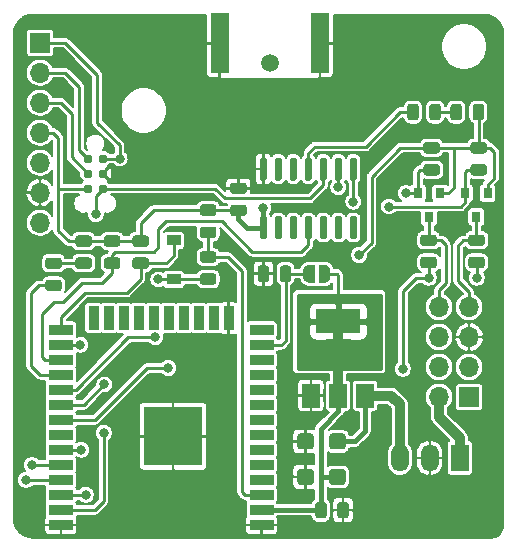
<source format=gtl>
G04 #@! TF.GenerationSoftware,KiCad,Pcbnew,(5.1.9-0-10_14)*
G04 #@! TF.CreationDate,2021-01-28T13:50:09+01:00*
G04 #@! TF.ProjectId,ithowifi,6974686f-7769-4666-992e-6b696361645f,rev?*
G04 #@! TF.SameCoordinates,Original*
G04 #@! TF.FileFunction,Copper,L1,Top*
G04 #@! TF.FilePolarity,Positive*
%FSLAX46Y46*%
G04 Gerber Fmt 4.6, Leading zero omitted, Abs format (unit mm)*
G04 Created by KiCad (PCBNEW (5.1.9-0-10_14)) date 2021-01-28 13:50:09*
%MOMM*%
%LPD*%
G01*
G04 APERTURE LIST*
G04 #@! TA.AperFunction,SMDPad,CuDef*
%ADD10C,0.787400*%
G04 #@! TD*
G04 #@! TA.AperFunction,SMDPad,CuDef*
%ADD11R,2.000000X0.900000*%
G04 #@! TD*
G04 #@! TA.AperFunction,SMDPad,CuDef*
%ADD12R,0.900000X2.000000*%
G04 #@! TD*
G04 #@! TA.AperFunction,SMDPad,CuDef*
%ADD13R,5.000000X5.000000*%
G04 #@! TD*
G04 #@! TA.AperFunction,SMDPad,CuDef*
%ADD14C,0.100000*%
G04 #@! TD*
G04 #@! TA.AperFunction,ComponentPad*
%ADD15C,1.500000*%
G04 #@! TD*
G04 #@! TA.AperFunction,SMDPad,CuDef*
%ADD16R,1.500000X2.000000*%
G04 #@! TD*
G04 #@! TA.AperFunction,SMDPad,CuDef*
%ADD17R,3.800000X2.000000*%
G04 #@! TD*
G04 #@! TA.AperFunction,ComponentPad*
%ADD18O,1.700000X1.700000*%
G04 #@! TD*
G04 #@! TA.AperFunction,ComponentPad*
%ADD19R,1.700000X1.700000*%
G04 #@! TD*
G04 #@! TA.AperFunction,SMDPad,CuDef*
%ADD20R,1.200000X0.900000*%
G04 #@! TD*
G04 #@! TA.AperFunction,SMDPad,CuDef*
%ADD21R,1.500000X5.080000*%
G04 #@! TD*
G04 #@! TA.AperFunction,SMDPad,CuDef*
%ADD22R,0.800000X0.900000*%
G04 #@! TD*
G04 #@! TA.AperFunction,ComponentPad*
%ADD23O,1.500000X2.300000*%
G04 #@! TD*
G04 #@! TA.AperFunction,ComponentPad*
%ADD24R,1.500000X2.300000*%
G04 #@! TD*
G04 #@! TA.AperFunction,ViaPad*
%ADD25C,0.800000*%
G04 #@! TD*
G04 #@! TA.AperFunction,Conductor*
%ADD26C,0.254000*%
G04 #@! TD*
G04 #@! TA.AperFunction,Conductor*
%ADD27C,0.812800*%
G04 #@! TD*
G04 #@! TA.AperFunction,Conductor*
%ADD28C,0.406400*%
G04 #@! TD*
G04 #@! TA.AperFunction,Conductor*
%ADD29C,0.250000*%
G04 #@! TD*
G04 #@! TA.AperFunction,Conductor*
%ADD30C,0.203200*%
G04 #@! TD*
G04 #@! TA.AperFunction,Conductor*
%ADD31C,0.100000*%
G04 #@! TD*
G04 APERTURE END LIST*
G04 #@! TA.AperFunction,SMDPad,CuDef*
G36*
G01*
X104772600Y-124416000D02*
X104472600Y-124416000D01*
G75*
G02*
X104322600Y-124266000I0J150000D01*
G01*
X104322600Y-122616000D01*
G75*
G02*
X104472600Y-122466000I150000J0D01*
G01*
X104772600Y-122466000D01*
G75*
G02*
X104922600Y-122616000I0J-150000D01*
G01*
X104922600Y-124266000D01*
G75*
G02*
X104772600Y-124416000I-150000J0D01*
G01*
G37*
G04 #@! TD.AperFunction*
G04 #@! TA.AperFunction,SMDPad,CuDef*
G36*
G01*
X106042600Y-124416000D02*
X105742600Y-124416000D01*
G75*
G02*
X105592600Y-124266000I0J150000D01*
G01*
X105592600Y-122616000D01*
G75*
G02*
X105742600Y-122466000I150000J0D01*
G01*
X106042600Y-122466000D01*
G75*
G02*
X106192600Y-122616000I0J-150000D01*
G01*
X106192600Y-124266000D01*
G75*
G02*
X106042600Y-124416000I-150000J0D01*
G01*
G37*
G04 #@! TD.AperFunction*
G04 #@! TA.AperFunction,SMDPad,CuDef*
G36*
G01*
X107312600Y-124416000D02*
X107012600Y-124416000D01*
G75*
G02*
X106862600Y-124266000I0J150000D01*
G01*
X106862600Y-122616000D01*
G75*
G02*
X107012600Y-122466000I150000J0D01*
G01*
X107312600Y-122466000D01*
G75*
G02*
X107462600Y-122616000I0J-150000D01*
G01*
X107462600Y-124266000D01*
G75*
G02*
X107312600Y-124416000I-150000J0D01*
G01*
G37*
G04 #@! TD.AperFunction*
G04 #@! TA.AperFunction,SMDPad,CuDef*
G36*
G01*
X108582600Y-124416000D02*
X108282600Y-124416000D01*
G75*
G02*
X108132600Y-124266000I0J150000D01*
G01*
X108132600Y-122616000D01*
G75*
G02*
X108282600Y-122466000I150000J0D01*
G01*
X108582600Y-122466000D01*
G75*
G02*
X108732600Y-122616000I0J-150000D01*
G01*
X108732600Y-124266000D01*
G75*
G02*
X108582600Y-124416000I-150000J0D01*
G01*
G37*
G04 #@! TD.AperFunction*
G04 #@! TA.AperFunction,SMDPad,CuDef*
G36*
G01*
X109852600Y-124416000D02*
X109552600Y-124416000D01*
G75*
G02*
X109402600Y-124266000I0J150000D01*
G01*
X109402600Y-122616000D01*
G75*
G02*
X109552600Y-122466000I150000J0D01*
G01*
X109852600Y-122466000D01*
G75*
G02*
X110002600Y-122616000I0J-150000D01*
G01*
X110002600Y-124266000D01*
G75*
G02*
X109852600Y-124416000I-150000J0D01*
G01*
G37*
G04 #@! TD.AperFunction*
G04 #@! TA.AperFunction,SMDPad,CuDef*
G36*
G01*
X111122600Y-124416000D02*
X110822600Y-124416000D01*
G75*
G02*
X110672600Y-124266000I0J150000D01*
G01*
X110672600Y-122616000D01*
G75*
G02*
X110822600Y-122466000I150000J0D01*
G01*
X111122600Y-122466000D01*
G75*
G02*
X111272600Y-122616000I0J-150000D01*
G01*
X111272600Y-124266000D01*
G75*
G02*
X111122600Y-124416000I-150000J0D01*
G01*
G37*
G04 #@! TD.AperFunction*
G04 #@! TA.AperFunction,SMDPad,CuDef*
G36*
G01*
X112392600Y-124416000D02*
X112092600Y-124416000D01*
G75*
G02*
X111942600Y-124266000I0J150000D01*
G01*
X111942600Y-122616000D01*
G75*
G02*
X112092600Y-122466000I150000J0D01*
G01*
X112392600Y-122466000D01*
G75*
G02*
X112542600Y-122616000I0J-150000D01*
G01*
X112542600Y-124266000D01*
G75*
G02*
X112392600Y-124416000I-150000J0D01*
G01*
G37*
G04 #@! TD.AperFunction*
G04 #@! TA.AperFunction,SMDPad,CuDef*
G36*
G01*
X112392600Y-119466000D02*
X112092600Y-119466000D01*
G75*
G02*
X111942600Y-119316000I0J150000D01*
G01*
X111942600Y-117666000D01*
G75*
G02*
X112092600Y-117516000I150000J0D01*
G01*
X112392600Y-117516000D01*
G75*
G02*
X112542600Y-117666000I0J-150000D01*
G01*
X112542600Y-119316000D01*
G75*
G02*
X112392600Y-119466000I-150000J0D01*
G01*
G37*
G04 #@! TD.AperFunction*
G04 #@! TA.AperFunction,SMDPad,CuDef*
G36*
G01*
X111122600Y-119466000D02*
X110822600Y-119466000D01*
G75*
G02*
X110672600Y-119316000I0J150000D01*
G01*
X110672600Y-117666000D01*
G75*
G02*
X110822600Y-117516000I150000J0D01*
G01*
X111122600Y-117516000D01*
G75*
G02*
X111272600Y-117666000I0J-150000D01*
G01*
X111272600Y-119316000D01*
G75*
G02*
X111122600Y-119466000I-150000J0D01*
G01*
G37*
G04 #@! TD.AperFunction*
G04 #@! TA.AperFunction,SMDPad,CuDef*
G36*
G01*
X109852600Y-119466000D02*
X109552600Y-119466000D01*
G75*
G02*
X109402600Y-119316000I0J150000D01*
G01*
X109402600Y-117666000D01*
G75*
G02*
X109552600Y-117516000I150000J0D01*
G01*
X109852600Y-117516000D01*
G75*
G02*
X110002600Y-117666000I0J-150000D01*
G01*
X110002600Y-119316000D01*
G75*
G02*
X109852600Y-119466000I-150000J0D01*
G01*
G37*
G04 #@! TD.AperFunction*
G04 #@! TA.AperFunction,SMDPad,CuDef*
G36*
G01*
X108582600Y-119466000D02*
X108282600Y-119466000D01*
G75*
G02*
X108132600Y-119316000I0J150000D01*
G01*
X108132600Y-117666000D01*
G75*
G02*
X108282600Y-117516000I150000J0D01*
G01*
X108582600Y-117516000D01*
G75*
G02*
X108732600Y-117666000I0J-150000D01*
G01*
X108732600Y-119316000D01*
G75*
G02*
X108582600Y-119466000I-150000J0D01*
G01*
G37*
G04 #@! TD.AperFunction*
G04 #@! TA.AperFunction,SMDPad,CuDef*
G36*
G01*
X107312600Y-119466000D02*
X107012600Y-119466000D01*
G75*
G02*
X106862600Y-119316000I0J150000D01*
G01*
X106862600Y-117666000D01*
G75*
G02*
X107012600Y-117516000I150000J0D01*
G01*
X107312600Y-117516000D01*
G75*
G02*
X107462600Y-117666000I0J-150000D01*
G01*
X107462600Y-119316000D01*
G75*
G02*
X107312600Y-119466000I-150000J0D01*
G01*
G37*
G04 #@! TD.AperFunction*
G04 #@! TA.AperFunction,SMDPad,CuDef*
G36*
G01*
X106042600Y-119466000D02*
X105742600Y-119466000D01*
G75*
G02*
X105592600Y-119316000I0J150000D01*
G01*
X105592600Y-117666000D01*
G75*
G02*
X105742600Y-117516000I150000J0D01*
G01*
X106042600Y-117516000D01*
G75*
G02*
X106192600Y-117666000I0J-150000D01*
G01*
X106192600Y-119316000D01*
G75*
G02*
X106042600Y-119466000I-150000J0D01*
G01*
G37*
G04 #@! TD.AperFunction*
G04 #@! TA.AperFunction,SMDPad,CuDef*
G36*
G01*
X104772600Y-119466000D02*
X104472600Y-119466000D01*
G75*
G02*
X104322600Y-119316000I0J150000D01*
G01*
X104322600Y-117666000D01*
G75*
G02*
X104472600Y-117516000I150000J0D01*
G01*
X104772600Y-117516000D01*
G75*
G02*
X104922600Y-117666000I0J-150000D01*
G01*
X104922600Y-119316000D01*
G75*
G02*
X104772600Y-119466000I-150000J0D01*
G01*
G37*
G04 #@! TD.AperFunction*
D10*
X91033600Y-120142000D03*
X91033600Y-118872000D03*
X89763600Y-120142000D03*
X89763600Y-118872000D03*
X89763600Y-117602000D03*
X91033600Y-117602000D03*
D11*
X87477600Y-148615400D03*
X87477600Y-147345400D03*
X87477600Y-146075400D03*
X87477600Y-144805400D03*
X87477600Y-143535400D03*
X87477600Y-142265400D03*
X87477600Y-140995400D03*
X87477600Y-139725400D03*
X87477600Y-138455400D03*
X87477600Y-137185400D03*
X87477600Y-135915400D03*
X87477600Y-134645400D03*
X87477600Y-133375400D03*
X87477600Y-132105400D03*
D12*
X90262600Y-131105400D03*
X91532600Y-131105400D03*
X92802600Y-131105400D03*
X94072600Y-131105400D03*
X95342600Y-131105400D03*
X96612600Y-131105400D03*
X97882600Y-131105400D03*
X99152600Y-131105400D03*
X100422600Y-131105400D03*
X101692600Y-131105400D03*
D11*
X104477600Y-132105400D03*
X104477600Y-133375400D03*
X104477600Y-134645400D03*
X104477600Y-135915400D03*
X104477600Y-137185400D03*
X104477600Y-138455400D03*
X104477600Y-139725400D03*
X104477600Y-140995400D03*
X104477600Y-142265400D03*
X104477600Y-143535400D03*
X104477600Y-144805400D03*
X104477600Y-146075400D03*
X104477600Y-147345400D03*
X104477600Y-148615400D03*
D13*
X96977600Y-141115400D03*
G04 #@! TA.AperFunction,SMDPad,CuDef*
D14*
G36*
X108504200Y-128104998D02*
G01*
X108479666Y-128104998D01*
X108430835Y-128100188D01*
X108382710Y-128090616D01*
X108335755Y-128076372D01*
X108290422Y-128057595D01*
X108247149Y-128034464D01*
X108206350Y-128007204D01*
X108168421Y-127976076D01*
X108133724Y-127941379D01*
X108102596Y-127903450D01*
X108075336Y-127862651D01*
X108052205Y-127819378D01*
X108033428Y-127774045D01*
X108019184Y-127727090D01*
X108009612Y-127678965D01*
X108004802Y-127630134D01*
X108004802Y-127605600D01*
X108004200Y-127605600D01*
X108004200Y-127105600D01*
X108004802Y-127105600D01*
X108004802Y-127081066D01*
X108009612Y-127032235D01*
X108019184Y-126984110D01*
X108033428Y-126937155D01*
X108052205Y-126891822D01*
X108075336Y-126848549D01*
X108102596Y-126807750D01*
X108133724Y-126769821D01*
X108168421Y-126735124D01*
X108206350Y-126703996D01*
X108247149Y-126676736D01*
X108290422Y-126653605D01*
X108335755Y-126634828D01*
X108382710Y-126620584D01*
X108430835Y-126611012D01*
X108479666Y-126606202D01*
X108504200Y-126606202D01*
X108504200Y-126605600D01*
X109004200Y-126605600D01*
X109004200Y-128105600D01*
X108504200Y-128105600D01*
X108504200Y-128104998D01*
G37*
G04 #@! TD.AperFunction*
G04 #@! TA.AperFunction,SMDPad,CuDef*
G36*
X109304200Y-126605600D02*
G01*
X109804200Y-126605600D01*
X109804200Y-126606202D01*
X109828734Y-126606202D01*
X109877565Y-126611012D01*
X109925690Y-126620584D01*
X109972645Y-126634828D01*
X110017978Y-126653605D01*
X110061251Y-126676736D01*
X110102050Y-126703996D01*
X110139979Y-126735124D01*
X110174676Y-126769821D01*
X110205804Y-126807750D01*
X110233064Y-126848549D01*
X110256195Y-126891822D01*
X110274972Y-126937155D01*
X110289216Y-126984110D01*
X110298788Y-127032235D01*
X110303598Y-127081066D01*
X110303598Y-127105600D01*
X110304200Y-127105600D01*
X110304200Y-127605600D01*
X110303598Y-127605600D01*
X110303598Y-127630134D01*
X110298788Y-127678965D01*
X110289216Y-127727090D01*
X110274972Y-127774045D01*
X110256195Y-127819378D01*
X110233064Y-127862651D01*
X110205804Y-127903450D01*
X110174676Y-127941379D01*
X110139979Y-127976076D01*
X110102050Y-128007204D01*
X110061251Y-128034464D01*
X110017978Y-128057595D01*
X109972645Y-128076372D01*
X109925690Y-128090616D01*
X109877565Y-128100188D01*
X109828734Y-128104998D01*
X109804200Y-128104998D01*
X109804200Y-128105600D01*
X109304200Y-128105600D01*
X109304200Y-126605600D01*
G37*
G04 #@! TD.AperFunction*
G04 #@! TA.AperFunction,SMDPad,CuDef*
G36*
G01*
X106014700Y-127811850D02*
X106014700Y-126899350D01*
G75*
G02*
X106258450Y-126655600I243750J0D01*
G01*
X106745950Y-126655600D01*
G75*
G02*
X106989700Y-126899350I0J-243750D01*
G01*
X106989700Y-127811850D01*
G75*
G02*
X106745950Y-128055600I-243750J0D01*
G01*
X106258450Y-128055600D01*
G75*
G02*
X106014700Y-127811850I0J243750D01*
G01*
G37*
G04 #@! TD.AperFunction*
G04 #@! TA.AperFunction,SMDPad,CuDef*
G36*
G01*
X104139700Y-127811850D02*
X104139700Y-126899350D01*
G75*
G02*
X104383450Y-126655600I243750J0D01*
G01*
X104870950Y-126655600D01*
G75*
G02*
X105114700Y-126899350I0J-243750D01*
G01*
X105114700Y-127811850D01*
G75*
G02*
X104870950Y-128055600I-243750J0D01*
G01*
X104383450Y-128055600D01*
G75*
G02*
X104139700Y-127811850I0J243750D01*
G01*
G37*
G04 #@! TD.AperFunction*
G04 #@! TA.AperFunction,SMDPad,CuDef*
G36*
G01*
X108896400Y-141129199D02*
X108896400Y-141979201D01*
G75*
G02*
X108646401Y-142229200I-249999J0D01*
G01*
X107746399Y-142229200D01*
G75*
G02*
X107496400Y-141979201I0J249999D01*
G01*
X107496400Y-141129199D01*
G75*
G02*
X107746399Y-140879200I249999J0D01*
G01*
X108646401Y-140879200D01*
G75*
G02*
X108896400Y-141129199I0J-249999D01*
G01*
G37*
G04 #@! TD.AperFunction*
G04 #@! TA.AperFunction,SMDPad,CuDef*
G36*
G01*
X111596400Y-141129199D02*
X111596400Y-141979201D01*
G75*
G02*
X111346401Y-142229200I-249999J0D01*
G01*
X110446399Y-142229200D01*
G75*
G02*
X110196400Y-141979201I0J249999D01*
G01*
X110196400Y-141129199D01*
G75*
G02*
X110446399Y-140879200I249999J0D01*
G01*
X111346401Y-140879200D01*
G75*
G02*
X111596400Y-141129199I0J-249999D01*
G01*
G37*
G04 #@! TD.AperFunction*
G04 #@! TA.AperFunction,SMDPad,CuDef*
G36*
G01*
X108900200Y-144126399D02*
X108900200Y-144976401D01*
G75*
G02*
X108650201Y-145226400I-249999J0D01*
G01*
X107750199Y-145226400D01*
G75*
G02*
X107500200Y-144976401I0J249999D01*
G01*
X107500200Y-144126399D01*
G75*
G02*
X107750199Y-143876400I249999J0D01*
G01*
X108650201Y-143876400D01*
G75*
G02*
X108900200Y-144126399I0J-249999D01*
G01*
G37*
G04 #@! TD.AperFunction*
G04 #@! TA.AperFunction,SMDPad,CuDef*
G36*
G01*
X111600200Y-144126399D02*
X111600200Y-144976401D01*
G75*
G02*
X111350201Y-145226400I-249999J0D01*
G01*
X110450199Y-145226400D01*
G75*
G02*
X110200200Y-144976401I0J249999D01*
G01*
X110200200Y-144126399D01*
G75*
G02*
X110450199Y-143876400I249999J0D01*
G01*
X111350201Y-143876400D01*
G75*
G02*
X111600200Y-144126399I0J-249999D01*
G01*
G37*
G04 #@! TD.AperFunction*
D15*
X105181400Y-109474000D03*
G04 #@! TA.AperFunction,SMDPad,CuDef*
G36*
G01*
X87324250Y-126954100D02*
X86411750Y-126954100D01*
G75*
G02*
X86168000Y-126710350I0J243750D01*
G01*
X86168000Y-126222850D01*
G75*
G02*
X86411750Y-125979100I243750J0D01*
G01*
X87324250Y-125979100D01*
G75*
G02*
X87568000Y-126222850I0J-243750D01*
G01*
X87568000Y-126710350D01*
G75*
G02*
X87324250Y-126954100I-243750J0D01*
G01*
G37*
G04 #@! TD.AperFunction*
G04 #@! TA.AperFunction,SMDPad,CuDef*
G36*
G01*
X87324250Y-128829100D02*
X86411750Y-128829100D01*
G75*
G02*
X86168000Y-128585350I0J243750D01*
G01*
X86168000Y-128097850D01*
G75*
G02*
X86411750Y-127854100I243750J0D01*
G01*
X87324250Y-127854100D01*
G75*
G02*
X87568000Y-128097850I0J-243750D01*
G01*
X87568000Y-128585350D01*
G75*
G02*
X87324250Y-128829100I-243750J0D01*
G01*
G37*
G04 #@! TD.AperFunction*
G04 #@! TA.AperFunction,SMDPad,CuDef*
G36*
G01*
X88951750Y-125974500D02*
X89864250Y-125974500D01*
G75*
G02*
X90108000Y-126218250I0J-243750D01*
G01*
X90108000Y-126705750D01*
G75*
G02*
X89864250Y-126949500I-243750J0D01*
G01*
X88951750Y-126949500D01*
G75*
G02*
X88708000Y-126705750I0J243750D01*
G01*
X88708000Y-126218250D01*
G75*
G02*
X88951750Y-125974500I243750J0D01*
G01*
G37*
G04 #@! TD.AperFunction*
G04 #@! TA.AperFunction,SMDPad,CuDef*
G36*
G01*
X88951750Y-124099500D02*
X89864250Y-124099500D01*
G75*
G02*
X90108000Y-124343250I0J-243750D01*
G01*
X90108000Y-124830750D01*
G75*
G02*
X89864250Y-125074500I-243750J0D01*
G01*
X88951750Y-125074500D01*
G75*
G02*
X88708000Y-124830750I0J243750D01*
G01*
X88708000Y-124343250D01*
G75*
G02*
X88951750Y-124099500I243750J0D01*
G01*
G37*
G04 #@! TD.AperFunction*
D16*
X108647200Y-137668000D03*
X113247200Y-137668000D03*
X110947200Y-137668000D03*
D17*
X110947200Y-131368000D03*
G04 #@! TA.AperFunction,SMDPad,CuDef*
G36*
G01*
X94690250Y-125074500D02*
X93777750Y-125074500D01*
G75*
G02*
X93534000Y-124830750I0J243750D01*
G01*
X93534000Y-124343250D01*
G75*
G02*
X93777750Y-124099500I243750J0D01*
G01*
X94690250Y-124099500D01*
G75*
G02*
X94934000Y-124343250I0J-243750D01*
G01*
X94934000Y-124830750D01*
G75*
G02*
X94690250Y-125074500I-243750J0D01*
G01*
G37*
G04 #@! TD.AperFunction*
G04 #@! TA.AperFunction,SMDPad,CuDef*
G36*
G01*
X94690250Y-126949500D02*
X93777750Y-126949500D01*
G75*
G02*
X93534000Y-126705750I0J243750D01*
G01*
X93534000Y-126218250D01*
G75*
G02*
X93777750Y-125974500I243750J0D01*
G01*
X94690250Y-125974500D01*
G75*
G02*
X94934000Y-126218250I0J-243750D01*
G01*
X94934000Y-126705750D01*
G75*
G02*
X94690250Y-126949500I-243750J0D01*
G01*
G37*
G04 #@! TD.AperFunction*
G04 #@! TA.AperFunction,SMDPad,CuDef*
G36*
G01*
X100405250Y-122458300D02*
X99492750Y-122458300D01*
G75*
G02*
X99249000Y-122214550I0J243750D01*
G01*
X99249000Y-121727050D01*
G75*
G02*
X99492750Y-121483300I243750J0D01*
G01*
X100405250Y-121483300D01*
G75*
G02*
X100649000Y-121727050I0J-243750D01*
G01*
X100649000Y-122214550D01*
G75*
G02*
X100405250Y-122458300I-243750J0D01*
G01*
G37*
G04 #@! TD.AperFunction*
G04 #@! TA.AperFunction,SMDPad,CuDef*
G36*
G01*
X100405250Y-124333300D02*
X99492750Y-124333300D01*
G75*
G02*
X99249000Y-124089550I0J243750D01*
G01*
X99249000Y-123602050D01*
G75*
G02*
X99492750Y-123358300I243750J0D01*
G01*
X100405250Y-123358300D01*
G75*
G02*
X100649000Y-123602050I0J-243750D01*
G01*
X100649000Y-124089550D01*
G75*
G02*
X100405250Y-124333300I-243750J0D01*
G01*
G37*
G04 #@! TD.AperFunction*
D18*
X85725000Y-123037600D03*
X85725000Y-120497600D03*
X85725000Y-117957600D03*
X85725000Y-115417600D03*
X85725000Y-112877600D03*
X85725000Y-110337600D03*
D19*
X85725000Y-107797600D03*
D20*
X97028000Y-124536200D03*
X97028000Y-127836200D03*
G04 #@! TA.AperFunction,SMDPad,CuDef*
G36*
G01*
X110886900Y-147827050D02*
X110886900Y-146914550D01*
G75*
G02*
X111130650Y-146670800I243750J0D01*
G01*
X111618150Y-146670800D01*
G75*
G02*
X111861900Y-146914550I0J-243750D01*
G01*
X111861900Y-147827050D01*
G75*
G02*
X111618150Y-148070800I-243750J0D01*
G01*
X111130650Y-148070800D01*
G75*
G02*
X110886900Y-147827050I0J243750D01*
G01*
G37*
G04 #@! TD.AperFunction*
G04 #@! TA.AperFunction,SMDPad,CuDef*
G36*
G01*
X109011900Y-147827050D02*
X109011900Y-146914550D01*
G75*
G02*
X109255650Y-146670800I243750J0D01*
G01*
X109743150Y-146670800D01*
G75*
G02*
X109986900Y-146914550I0J-243750D01*
G01*
X109986900Y-147827050D01*
G75*
G02*
X109743150Y-148070800I-243750J0D01*
G01*
X109255650Y-148070800D01*
G75*
G02*
X109011900Y-147827050I0J243750D01*
G01*
G37*
G04 #@! TD.AperFunction*
G04 #@! TA.AperFunction,SMDPad,CuDef*
G36*
G01*
X99492750Y-127323000D02*
X100405250Y-127323000D01*
G75*
G02*
X100649000Y-127566750I0J-243750D01*
G01*
X100649000Y-128054250D01*
G75*
G02*
X100405250Y-128298000I-243750J0D01*
G01*
X99492750Y-128298000D01*
G75*
G02*
X99249000Y-128054250I0J243750D01*
G01*
X99249000Y-127566750D01*
G75*
G02*
X99492750Y-127323000I243750J0D01*
G01*
G37*
G04 #@! TD.AperFunction*
G04 #@! TA.AperFunction,SMDPad,CuDef*
G36*
G01*
X99492750Y-125448000D02*
X100405250Y-125448000D01*
G75*
G02*
X100649000Y-125691750I0J-243750D01*
G01*
X100649000Y-126179250D01*
G75*
G02*
X100405250Y-126423000I-243750J0D01*
G01*
X99492750Y-126423000D01*
G75*
G02*
X99249000Y-126179250I0J243750D01*
G01*
X99249000Y-125691750D01*
G75*
G02*
X99492750Y-125448000I243750J0D01*
G01*
G37*
G04 #@! TD.AperFunction*
D21*
X100931400Y-107848400D03*
X109431400Y-107848400D03*
G04 #@! TA.AperFunction,SMDPad,CuDef*
G36*
G01*
X118687000Y-114121250D02*
X118687000Y-113208750D01*
G75*
G02*
X118930750Y-112965000I243750J0D01*
G01*
X119418250Y-112965000D01*
G75*
G02*
X119662000Y-113208750I0J-243750D01*
G01*
X119662000Y-114121250D01*
G75*
G02*
X119418250Y-114365000I-243750J0D01*
G01*
X118930750Y-114365000D01*
G75*
G02*
X118687000Y-114121250I0J243750D01*
G01*
G37*
G04 #@! TD.AperFunction*
G04 #@! TA.AperFunction,SMDPad,CuDef*
G36*
G01*
X116812000Y-114121250D02*
X116812000Y-113208750D01*
G75*
G02*
X117055750Y-112965000I243750J0D01*
G01*
X117543250Y-112965000D01*
G75*
G02*
X117787000Y-113208750I0J-243750D01*
G01*
X117787000Y-114121250D01*
G75*
G02*
X117543250Y-114365000I-243750J0D01*
G01*
X117055750Y-114365000D01*
G75*
G02*
X116812000Y-114121250I0J243750D01*
G01*
G37*
G04 #@! TD.AperFunction*
G04 #@! TA.AperFunction,SMDPad,CuDef*
G36*
G01*
X92277250Y-126949500D02*
X91364750Y-126949500D01*
G75*
G02*
X91121000Y-126705750I0J243750D01*
G01*
X91121000Y-126218250D01*
G75*
G02*
X91364750Y-125974500I243750J0D01*
G01*
X92277250Y-125974500D01*
G75*
G02*
X92521000Y-126218250I0J-243750D01*
G01*
X92521000Y-126705750D01*
G75*
G02*
X92277250Y-126949500I-243750J0D01*
G01*
G37*
G04 #@! TD.AperFunction*
G04 #@! TA.AperFunction,SMDPad,CuDef*
G36*
G01*
X92277250Y-125074500D02*
X91364750Y-125074500D01*
G75*
G02*
X91121000Y-124830750I0J243750D01*
G01*
X91121000Y-124343250D01*
G75*
G02*
X91364750Y-124099500I243750J0D01*
G01*
X92277250Y-124099500D01*
G75*
G02*
X92521000Y-124343250I0J-243750D01*
G01*
X92521000Y-124830750D01*
G75*
G02*
X92277250Y-125074500I-243750J0D01*
G01*
G37*
G04 #@! TD.AperFunction*
G04 #@! TA.AperFunction,SMDPad,CuDef*
G36*
G01*
X121442300Y-113208750D02*
X121442300Y-114121250D01*
G75*
G02*
X121198550Y-114365000I-243750J0D01*
G01*
X120711050Y-114365000D01*
G75*
G02*
X120467300Y-114121250I0J243750D01*
G01*
X120467300Y-113208750D01*
G75*
G02*
X120711050Y-112965000I243750J0D01*
G01*
X121198550Y-112965000D01*
G75*
G02*
X121442300Y-113208750I0J-243750D01*
G01*
G37*
G04 #@! TD.AperFunction*
G04 #@! TA.AperFunction,SMDPad,CuDef*
G36*
G01*
X123317300Y-113208750D02*
X123317300Y-114121250D01*
G75*
G02*
X123073550Y-114365000I-243750J0D01*
G01*
X122586050Y-114365000D01*
G75*
G02*
X122342300Y-114121250I0J243750D01*
G01*
X122342300Y-113208750D01*
G75*
G02*
X122586050Y-112965000I243750J0D01*
G01*
X123073550Y-112965000D01*
G75*
G02*
X123317300Y-113208750I0J-243750D01*
G01*
G37*
G04 #@! TD.AperFunction*
G04 #@! TA.AperFunction,SMDPad,CuDef*
G36*
G01*
X118161750Y-125911000D02*
X119074250Y-125911000D01*
G75*
G02*
X119318000Y-126154750I0J-243750D01*
G01*
X119318000Y-126642250D01*
G75*
G02*
X119074250Y-126886000I-243750J0D01*
G01*
X118161750Y-126886000D01*
G75*
G02*
X117918000Y-126642250I0J243750D01*
G01*
X117918000Y-126154750D01*
G75*
G02*
X118161750Y-125911000I243750J0D01*
G01*
G37*
G04 #@! TD.AperFunction*
G04 #@! TA.AperFunction,SMDPad,CuDef*
G36*
G01*
X118161750Y-124036000D02*
X119074250Y-124036000D01*
G75*
G02*
X119318000Y-124279750I0J-243750D01*
G01*
X119318000Y-124767250D01*
G75*
G02*
X119074250Y-125011000I-243750J0D01*
G01*
X118161750Y-125011000D01*
G75*
G02*
X117918000Y-124767250I0J243750D01*
G01*
X117918000Y-124279750D01*
G75*
G02*
X118161750Y-124036000I243750J0D01*
G01*
G37*
G04 #@! TD.AperFunction*
G04 #@! TA.AperFunction,SMDPad,CuDef*
G36*
G01*
X122225750Y-125911000D02*
X123138250Y-125911000D01*
G75*
G02*
X123382000Y-126154750I0J-243750D01*
G01*
X123382000Y-126642250D01*
G75*
G02*
X123138250Y-126886000I-243750J0D01*
G01*
X122225750Y-126886000D01*
G75*
G02*
X121982000Y-126642250I0J243750D01*
G01*
X121982000Y-126154750D01*
G75*
G02*
X122225750Y-125911000I243750J0D01*
G01*
G37*
G04 #@! TD.AperFunction*
G04 #@! TA.AperFunction,SMDPad,CuDef*
G36*
G01*
X122225750Y-124036000D02*
X123138250Y-124036000D01*
G75*
G02*
X123382000Y-124279750I0J-243750D01*
G01*
X123382000Y-124767250D01*
G75*
G02*
X123138250Y-125011000I-243750J0D01*
G01*
X122225750Y-125011000D01*
G75*
G02*
X121982000Y-124767250I0J243750D01*
G01*
X121982000Y-124279750D01*
G75*
G02*
X122225750Y-124036000I243750J0D01*
G01*
G37*
G04 #@! TD.AperFunction*
G04 #@! TA.AperFunction,SMDPad,CuDef*
G36*
G01*
X118415750Y-118074400D02*
X119328250Y-118074400D01*
G75*
G02*
X119572000Y-118318150I0J-243750D01*
G01*
X119572000Y-118805650D01*
G75*
G02*
X119328250Y-119049400I-243750J0D01*
G01*
X118415750Y-119049400D01*
G75*
G02*
X118172000Y-118805650I0J243750D01*
G01*
X118172000Y-118318150D01*
G75*
G02*
X118415750Y-118074400I243750J0D01*
G01*
G37*
G04 #@! TD.AperFunction*
G04 #@! TA.AperFunction,SMDPad,CuDef*
G36*
G01*
X118415750Y-116199400D02*
X119328250Y-116199400D01*
G75*
G02*
X119572000Y-116443150I0J-243750D01*
G01*
X119572000Y-116930650D01*
G75*
G02*
X119328250Y-117174400I-243750J0D01*
G01*
X118415750Y-117174400D01*
G75*
G02*
X118172000Y-116930650I0J243750D01*
G01*
X118172000Y-116443150D01*
G75*
G02*
X118415750Y-116199400I243750J0D01*
G01*
G37*
G04 #@! TD.AperFunction*
G04 #@! TA.AperFunction,SMDPad,CuDef*
G36*
G01*
X123316050Y-117174400D02*
X122403550Y-117174400D01*
G75*
G02*
X122159800Y-116930650I0J243750D01*
G01*
X122159800Y-116443150D01*
G75*
G02*
X122403550Y-116199400I243750J0D01*
G01*
X123316050Y-116199400D01*
G75*
G02*
X123559800Y-116443150I0J-243750D01*
G01*
X123559800Y-116930650D01*
G75*
G02*
X123316050Y-117174400I-243750J0D01*
G01*
G37*
G04 #@! TD.AperFunction*
G04 #@! TA.AperFunction,SMDPad,CuDef*
G36*
G01*
X123316050Y-119049400D02*
X122403550Y-119049400D01*
G75*
G02*
X122159800Y-118805650I0J243750D01*
G01*
X122159800Y-118318150D01*
G75*
G02*
X122403550Y-118074400I243750J0D01*
G01*
X123316050Y-118074400D01*
G75*
G02*
X123559800Y-118318150I0J-243750D01*
G01*
X123559800Y-118805650D01*
G75*
G02*
X123316050Y-119049400I-243750J0D01*
G01*
G37*
G04 #@! TD.AperFunction*
G04 #@! TA.AperFunction,SMDPad,CuDef*
G36*
G01*
X102970650Y-122479100D02*
X102058150Y-122479100D01*
G75*
G02*
X101814400Y-122235350I0J243750D01*
G01*
X101814400Y-121747850D01*
G75*
G02*
X102058150Y-121504100I243750J0D01*
G01*
X102970650Y-121504100D01*
G75*
G02*
X103214400Y-121747850I0J-243750D01*
G01*
X103214400Y-122235350D01*
G75*
G02*
X102970650Y-122479100I-243750J0D01*
G01*
G37*
G04 #@! TD.AperFunction*
G04 #@! TA.AperFunction,SMDPad,CuDef*
G36*
G01*
X102970650Y-120604100D02*
X102058150Y-120604100D01*
G75*
G02*
X101814400Y-120360350I0J243750D01*
G01*
X101814400Y-119872850D01*
G75*
G02*
X102058150Y-119629100I243750J0D01*
G01*
X102970650Y-119629100D01*
G75*
G02*
X103214400Y-119872850I0J-243750D01*
G01*
X103214400Y-120360350D01*
G75*
G02*
X102970650Y-120604100I-243750J0D01*
G01*
G37*
G04 #@! TD.AperFunction*
D22*
X118658600Y-122539000D03*
X117708600Y-120539000D03*
X119608600Y-120539000D03*
X122656600Y-122539000D03*
X121706600Y-120539000D03*
X123606600Y-120539000D03*
D23*
X116179600Y-142951200D03*
X118719600Y-142951200D03*
D24*
X121259600Y-142951200D03*
D19*
X122047000Y-137795000D03*
D18*
X119507000Y-137795000D03*
X122047000Y-135255000D03*
X119507000Y-135255000D03*
X122047000Y-132715000D03*
X119507000Y-132715000D03*
X122047000Y-130175000D03*
X119507000Y-130175000D03*
D25*
X95250000Y-139700000D03*
X98806000Y-139700000D03*
X97028000Y-139700000D03*
X98806000Y-142748000D03*
X97028000Y-142748000D03*
X95250000Y-142748000D03*
X95250000Y-141224000D03*
X98806000Y-141224000D03*
X97028000Y-141224000D03*
X99187000Y-105918000D03*
X99187000Y-107442000D03*
X99187000Y-109220000D03*
X99187000Y-110998000D03*
X99187000Y-113030000D03*
X100457000Y-112014000D03*
X97917000Y-106680000D03*
X97917000Y-108458000D03*
X97917000Y-109982000D03*
X97917000Y-112014000D03*
X111125000Y-105918000D03*
X111125000Y-107442000D03*
X111125000Y-109220000D03*
X111125000Y-110998000D03*
X111125000Y-113030000D03*
X109601000Y-112014000D03*
X112395000Y-109982000D03*
X112395000Y-108204000D03*
X112395000Y-106680000D03*
X100965000Y-114046000D03*
X102997000Y-114046000D03*
X105283000Y-114046000D03*
X104267000Y-115570000D03*
X101981000Y-115570000D03*
X107569000Y-114046000D03*
X106553000Y-115570000D03*
X109855000Y-114046000D03*
X112395000Y-112014000D03*
X108585000Y-115189000D03*
X97485200Y-121031000D03*
X108229400Y-143002000D03*
X104648000Y-120142000D03*
X107061000Y-137668000D03*
X122682000Y-127698500D03*
X118618000Y-127698500D03*
X115811300Y-138036300D03*
X116433600Y-135407400D03*
X113182400Y-129463800D03*
X104622600Y-121793000D03*
X112737900Y-125768100D03*
X89585800Y-146075400D03*
X116697000Y-120539000D03*
X110972600Y-120014982D03*
X89204800Y-142265400D03*
X115252500Y-121666000D03*
X115252500Y-121666000D03*
X112242600Y-121259600D03*
X90424000Y-122301000D03*
X85039200Y-143560804D03*
X84531209Y-144805391D03*
X91109798Y-140843000D03*
X96570800Y-135331200D03*
X91160600Y-136728200D03*
X95478600Y-132715000D03*
X89128612Y-133375400D03*
X92456000Y-117602000D03*
X95732598Y-127836200D03*
D26*
X122682000Y-126398500D02*
X122682000Y-127698500D01*
X118618000Y-127698500D02*
X118618000Y-126398500D01*
D27*
X113247200Y-137668000D02*
X115443000Y-137668000D01*
X116179600Y-138404600D02*
X116179600Y-142951200D01*
X115824000Y-138049000D02*
X116179600Y-138404600D01*
X115443000Y-137668000D02*
X115811300Y-138036300D01*
D28*
X110896400Y-141554200D02*
X112344200Y-141554200D01*
X113247200Y-140651200D02*
X113247200Y-137668000D01*
X112344200Y-141554200D02*
X113247200Y-140651200D01*
D27*
X115811300Y-138036300D02*
X115824000Y-138049000D01*
D26*
X116433600Y-128803400D02*
X117538500Y-127698500D01*
X117538500Y-127698500D02*
X118618000Y-127698500D01*
X116433600Y-135407400D02*
X116433600Y-128803400D01*
X120726200Y-118668800D02*
X120726200Y-120065800D01*
X120253000Y-120539000D02*
X119608600Y-120539000D01*
X120726200Y-120065800D02*
X120253000Y-120539000D01*
X120726200Y-116687600D02*
X120725500Y-116686900D01*
X120726200Y-118668800D02*
X120726200Y-116687600D01*
X120725500Y-116686900D02*
X122859800Y-116686900D01*
X118872000Y-116686900D02*
X120725500Y-116686900D01*
X122859800Y-116686900D02*
X123798900Y-116686900D01*
X123798900Y-116686900D02*
X124180600Y-117068600D01*
X124180600Y-117068600D02*
X124180600Y-119227600D01*
X123606600Y-119801600D02*
X123606600Y-120539000D01*
X124180600Y-119227600D02*
X123606600Y-119801600D01*
X85725000Y-115417600D02*
X86842600Y-115417600D01*
X86842600Y-115417600D02*
X87249000Y-115824000D01*
X87249000Y-120142000D02*
X89763600Y-120142000D01*
X87249000Y-115824000D02*
X87249000Y-120142000D01*
D27*
X110947200Y-137668000D02*
X110947200Y-131368000D01*
D26*
X89408000Y-124587000D02*
X88138000Y-124587000D01*
X87249000Y-123698000D02*
X87249000Y-120142000D01*
X88138000Y-124587000D02*
X87249000Y-123698000D01*
X89408000Y-124587000D02*
X91821000Y-124587000D01*
X91821000Y-124587000D02*
X94234000Y-124587000D01*
X99969800Y-121991600D02*
X99949000Y-121970800D01*
X102514400Y-121991600D02*
X99969800Y-121991600D01*
X99949000Y-121970800D02*
X95326200Y-121970800D01*
X94234000Y-123063000D02*
X94234000Y-124587000D01*
X95326200Y-121970800D02*
X94234000Y-123063000D01*
D28*
X102514400Y-121991600D02*
X102514400Y-122732800D01*
X103222600Y-123441000D02*
X104622600Y-123441000D01*
X102514400Y-122732800D02*
X103222600Y-123441000D01*
X104622600Y-123441000D02*
X104622600Y-121793000D01*
X110947200Y-137668000D02*
X110947200Y-139014200D01*
X110947200Y-139014200D02*
X109499400Y-140462000D01*
X109474000Y-147345400D02*
X109499400Y-147370800D01*
X104477600Y-147345400D02*
X109474000Y-147345400D01*
X110900200Y-144551400D02*
X109524800Y-144551400D01*
X109499400Y-144576800D02*
X109499400Y-147370800D01*
X109524800Y-144551400D02*
X109499400Y-144576800D01*
X109499400Y-140462000D02*
X109499400Y-144576800D01*
D26*
X109804200Y-127355600D02*
X110845600Y-127355600D01*
X110947200Y-127457200D02*
X110947200Y-131368000D01*
X110845600Y-127355600D02*
X110947200Y-127457200D01*
X113792000Y-119126000D02*
X113792000Y-124714000D01*
X116231100Y-116686900D02*
X113792000Y-119126000D01*
X118872000Y-116686900D02*
X116231100Y-116686900D01*
X113792000Y-124714000D02*
X112737900Y-125768100D01*
X122859800Y-113695000D02*
X122829800Y-113665000D01*
X122859800Y-116686900D02*
X122859800Y-113695000D01*
D27*
X121259600Y-142951200D02*
X121259600Y-141262100D01*
X119507000Y-139509500D02*
X119507000Y-137795000D01*
X121259600Y-141262100D02*
X119507000Y-139509500D01*
D26*
X122656600Y-124498100D02*
X122682000Y-124523500D01*
X122656600Y-122539000D02*
X122656600Y-124498100D01*
X122047000Y-128905000D02*
X122047000Y-130175000D01*
X121094500Y-124968000D02*
X121094500Y-127952500D01*
X121539000Y-124523500D02*
X121094500Y-124968000D01*
X121094500Y-127952500D02*
X122047000Y-128905000D01*
X122682000Y-124523500D02*
X121539000Y-124523500D01*
X118658600Y-124482900D02*
X118618000Y-124523500D01*
X118658600Y-122539000D02*
X118658600Y-124482900D01*
X118618000Y-124523500D02*
X119697500Y-124523500D01*
X119697500Y-124523500D02*
X120078500Y-124904500D01*
X120078500Y-124904500D02*
X120078500Y-128143000D01*
X119507000Y-128714500D02*
X119507000Y-130175000D01*
X120078500Y-128143000D02*
X119507000Y-128714500D01*
X117299500Y-113665000D02*
X116205000Y-113665000D01*
X116205000Y-113665000D02*
X113284000Y-116586000D01*
X113284000Y-116586000D02*
X108966000Y-116586000D01*
X108432600Y-117119400D02*
X108432600Y-118491000D01*
X108966000Y-116586000D02*
X108432600Y-117119400D01*
X118872000Y-118561900D02*
X117886700Y-118561900D01*
X117708600Y-118740000D02*
X117708600Y-120539000D01*
X117886700Y-118561900D02*
X117708600Y-118740000D01*
X89585800Y-146075400D02*
X87477600Y-146075400D01*
X117708600Y-120539000D02*
X116697000Y-120539000D01*
X110972600Y-118491000D02*
X110972600Y-120014982D01*
X117119400Y-121666000D02*
X121335800Y-121666000D01*
X121706600Y-121295200D02*
X121706600Y-120539000D01*
X121335800Y-121666000D02*
X121706600Y-121295200D01*
X121899900Y-118561900D02*
X122859800Y-118561900D01*
X121706600Y-118755200D02*
X121899900Y-118561900D01*
X121706600Y-120539000D02*
X121706600Y-118755200D01*
X87477600Y-142265400D02*
X89204800Y-142265400D01*
X117119400Y-121666000D02*
X115252500Y-121666000D01*
X112242600Y-118491000D02*
X112242600Y-121259600D01*
X89281000Y-128117600D02*
X90957400Y-128117600D01*
X87630000Y-129768600D02*
X89281000Y-128117600D01*
X85852000Y-134366000D02*
X85852000Y-130784600D01*
X91821000Y-127254000D02*
X91821000Y-126462000D01*
X90957400Y-128117600D02*
X91821000Y-127254000D01*
X86131400Y-134645400D02*
X85852000Y-134366000D01*
X86868000Y-129768600D02*
X87630000Y-129768600D01*
X85852000Y-130784600D02*
X86868000Y-129768600D01*
X87477600Y-134645400D02*
X86131400Y-134645400D01*
X92100400Y-125476000D02*
X91821000Y-125755400D01*
X91821000Y-125755400D02*
X91821000Y-126462000D01*
X95732600Y-125069600D02*
X95326200Y-125476000D01*
X95732600Y-123596400D02*
X95732600Y-125069600D01*
X96418400Y-122910600D02*
X95732600Y-123596400D01*
X101092000Y-122910600D02*
X96418400Y-122910600D01*
X107848400Y-125501400D02*
X103682800Y-125501400D01*
X95326200Y-125476000D02*
X92100400Y-125476000D01*
X103682800Y-125501400D02*
X101092000Y-122910600D01*
X108432600Y-124917200D02*
X107848400Y-125501400D01*
X108432600Y-123441000D02*
X108432600Y-124917200D01*
X90424000Y-120751600D02*
X91033600Y-120142000D01*
X90424000Y-122301000D02*
X90424000Y-120751600D01*
X109702600Y-119862600D02*
X109702600Y-118491000D01*
X108585000Y-120980200D02*
X109702600Y-119862600D01*
X101371400Y-120980200D02*
X108585000Y-120980200D01*
X100533200Y-120142000D02*
X101371400Y-120980200D01*
X91033600Y-120142000D02*
X100533200Y-120142000D01*
X94234000Y-126462000D02*
X96423000Y-126462000D01*
X97028000Y-125857000D02*
X97028000Y-124536200D01*
X96423000Y-126462000D02*
X97028000Y-125857000D01*
X94234000Y-127787400D02*
X94234000Y-126462000D01*
X87477600Y-131038600D02*
X89560400Y-128955800D01*
X93065600Y-128955800D02*
X94234000Y-127787400D01*
X89560400Y-128955800D02*
X93065600Y-128955800D01*
X87477600Y-132105400D02*
X87477600Y-131038600D01*
D29*
X85199196Y-143560804D02*
X85039200Y-143560804D01*
X85220800Y-143539200D02*
X85199196Y-143560804D01*
D26*
X87477600Y-143535400D02*
X85064604Y-143535400D01*
X85064604Y-143535400D02*
X85039200Y-143560804D01*
X85725000Y-112877600D02*
X87477600Y-112877600D01*
X87477600Y-112877600D02*
X88392000Y-113792000D01*
X88392000Y-117500400D02*
X89691118Y-118799518D01*
X88392000Y-113792000D02*
X88392000Y-117500400D01*
D29*
X86817400Y-144830800D02*
X86839000Y-144809200D01*
D26*
X84531218Y-144805400D02*
X84531209Y-144805391D01*
X87477600Y-144805400D02*
X84531218Y-144805400D01*
X85725000Y-110337600D02*
X87858600Y-110337600D01*
X87858600Y-110337600D02*
X89027000Y-111506000D01*
X89027000Y-116865400D02*
X89763600Y-117602000D01*
X89027000Y-111506000D02*
X89027000Y-116865400D01*
X87477600Y-147345400D02*
X90373200Y-147345400D01*
X90373200Y-147345400D02*
X91109798Y-146608802D01*
X91109798Y-146608802D02*
X91109798Y-140843000D01*
X90373200Y-139725400D02*
X94767400Y-135331200D01*
X94767400Y-135331200D02*
X96005115Y-135331200D01*
X96005115Y-135331200D02*
X96570800Y-135331200D01*
X87477600Y-139725400D02*
X90373200Y-139725400D01*
X89433400Y-138455400D02*
X91160600Y-136728200D01*
X87477600Y-138455400D02*
X89433400Y-138455400D01*
X93202000Y-132715000D02*
X95478600Y-132715000D01*
X88731600Y-137185400D02*
X93202000Y-132715000D01*
X87477600Y-137185400D02*
X88731600Y-137185400D01*
X87477600Y-133375400D02*
X89128612Y-133375400D01*
X106146600Y-133375400D02*
X104477600Y-133375400D01*
X106502200Y-133019800D02*
X106146600Y-133375400D01*
X106502200Y-127355600D02*
X106502200Y-133019800D01*
X108504200Y-127355600D02*
X106502200Y-127355600D01*
X99949000Y-125935500D02*
X99949000Y-123845800D01*
X104477600Y-146075400D02*
X103047800Y-146075400D01*
X103047800Y-146075400D02*
X102819200Y-145846800D01*
X102819200Y-145846800D02*
X102819200Y-127127000D01*
X101627700Y-125935500D02*
X99949000Y-125935500D01*
X102819200Y-127127000D02*
X101627700Y-125935500D01*
X85725000Y-107797600D02*
X87858600Y-107797600D01*
X92456000Y-117602000D02*
X92456000Y-117602000D01*
X92456000Y-117602000D02*
X92456000Y-116459000D01*
X92456000Y-116459000D02*
X90551000Y-114554000D01*
X90551000Y-110490000D02*
X87858600Y-107797600D01*
X90551000Y-114554000D02*
X90551000Y-110490000D01*
X92456000Y-117602000D02*
X91033600Y-117602000D01*
X99949000Y-127810500D02*
X95758298Y-127810500D01*
X95758298Y-127810500D02*
X95732598Y-127836200D01*
X86872600Y-126462000D02*
X86868000Y-126466600D01*
X89408000Y-126462000D02*
X86872600Y-126462000D01*
X86863400Y-128346200D02*
X86868000Y-128341600D01*
X84963000Y-128981200D02*
X85602600Y-128341600D01*
X85602600Y-128341600D02*
X86868000Y-128341600D01*
X84963000Y-135128000D02*
X84963000Y-128981200D01*
X85750400Y-135915400D02*
X84963000Y-135128000D01*
X87477600Y-135915400D02*
X85750400Y-135915400D01*
X119174500Y-113665000D02*
X120954800Y-113665000D01*
D30*
X99775000Y-107721400D02*
X99876600Y-107823000D01*
X100906000Y-107823000D01*
X100906000Y-107803000D01*
X100956800Y-107803000D01*
X100956800Y-107823000D01*
X100976800Y-107823000D01*
X100976800Y-107873800D01*
X100956800Y-107873800D01*
X100956800Y-110693200D01*
X100990400Y-110726800D01*
X100990400Y-110744000D01*
X100992352Y-110763821D01*
X100998134Y-110782881D01*
X101007523Y-110800446D01*
X101020158Y-110815842D01*
X101035554Y-110828477D01*
X101053119Y-110837866D01*
X101072179Y-110843648D01*
X101092000Y-110845600D01*
X109220000Y-110845600D01*
X109239821Y-110843648D01*
X109258881Y-110837866D01*
X109276446Y-110828477D01*
X109291842Y-110815842D01*
X109304477Y-110800446D01*
X109311049Y-110788151D01*
X109406000Y-110693200D01*
X109406000Y-107873800D01*
X109456800Y-107873800D01*
X109456800Y-110693200D01*
X109558400Y-110794800D01*
X110181400Y-110796766D01*
X110261068Y-110788919D01*
X110337675Y-110765681D01*
X110408276Y-110727944D01*
X110470158Y-110677158D01*
X110520944Y-110615276D01*
X110558681Y-110544675D01*
X110581919Y-110468068D01*
X110589766Y-110388400D01*
X110587800Y-107975400D01*
X110539790Y-107927390D01*
X119674400Y-107927390D01*
X119674400Y-108312610D01*
X119749553Y-108690427D01*
X119896970Y-109046324D01*
X120110987Y-109366622D01*
X120383378Y-109639013D01*
X120703676Y-109853030D01*
X121059573Y-110000447D01*
X121437390Y-110075600D01*
X121822610Y-110075600D01*
X122200427Y-110000447D01*
X122556324Y-109853030D01*
X122876622Y-109639013D01*
X123149013Y-109366622D01*
X123363030Y-109046324D01*
X123510447Y-108690427D01*
X123585600Y-108312610D01*
X123585600Y-107927390D01*
X123510447Y-107549573D01*
X123363030Y-107193676D01*
X123149013Y-106873378D01*
X122876622Y-106600987D01*
X122556324Y-106386970D01*
X122200427Y-106239553D01*
X121822610Y-106164400D01*
X121437390Y-106164400D01*
X121059573Y-106239553D01*
X120703676Y-106386970D01*
X120383378Y-106600987D01*
X120110987Y-106873378D01*
X119896970Y-107193676D01*
X119749553Y-107549573D01*
X119674400Y-107927390D01*
X110539790Y-107927390D01*
X110486200Y-107873800D01*
X109456800Y-107873800D01*
X109406000Y-107873800D01*
X109386000Y-107873800D01*
X109386000Y-107823000D01*
X109406000Y-107823000D01*
X109406000Y-107803000D01*
X109456800Y-107803000D01*
X109456800Y-107823000D01*
X110486200Y-107823000D01*
X110587800Y-107721400D01*
X110589655Y-105444600D01*
X123296669Y-105444600D01*
X123630576Y-105477340D01*
X123932201Y-105568405D01*
X124210401Y-105716327D01*
X124454565Y-105915462D01*
X124655403Y-106158235D01*
X124805262Y-106435392D01*
X124898434Y-106736383D01*
X124933400Y-107069066D01*
X124933401Y-148696668D01*
X124912755Y-148907233D01*
X124857507Y-149090223D01*
X124767771Y-149258993D01*
X124646958Y-149407124D01*
X124499676Y-149528965D01*
X124331535Y-149619880D01*
X124148933Y-149676404D01*
X123939652Y-149698400D01*
X85110322Y-149698400D01*
X84776424Y-149665660D01*
X84474797Y-149574594D01*
X84196601Y-149426674D01*
X83952435Y-149227538D01*
X83818304Y-149065400D01*
X86069234Y-149065400D01*
X86077081Y-149145068D01*
X86100319Y-149221675D01*
X86138056Y-149292276D01*
X86188842Y-149354158D01*
X86250724Y-149404944D01*
X86321325Y-149442681D01*
X86397932Y-149465919D01*
X86477600Y-149473766D01*
X87350600Y-149471800D01*
X87452200Y-149370200D01*
X87452200Y-148640800D01*
X87503000Y-148640800D01*
X87503000Y-149370200D01*
X87604600Y-149471800D01*
X88477600Y-149473766D01*
X88557268Y-149465919D01*
X88633875Y-149442681D01*
X88704476Y-149404944D01*
X88766358Y-149354158D01*
X88817144Y-149292276D01*
X88854881Y-149221675D01*
X88878119Y-149145068D01*
X88885966Y-149065400D01*
X103069234Y-149065400D01*
X103077081Y-149145068D01*
X103100319Y-149221675D01*
X103138056Y-149292276D01*
X103188842Y-149354158D01*
X103250724Y-149404944D01*
X103321325Y-149442681D01*
X103397932Y-149465919D01*
X103477600Y-149473766D01*
X104350600Y-149471800D01*
X104452200Y-149370200D01*
X104452200Y-148640800D01*
X104503000Y-148640800D01*
X104503000Y-149370200D01*
X104604600Y-149471800D01*
X105477600Y-149473766D01*
X105557268Y-149465919D01*
X105633875Y-149442681D01*
X105704476Y-149404944D01*
X105766358Y-149354158D01*
X105817144Y-149292276D01*
X105854881Y-149221675D01*
X105878119Y-149145068D01*
X105885966Y-149065400D01*
X105884000Y-148742400D01*
X105782400Y-148640800D01*
X104503000Y-148640800D01*
X104452200Y-148640800D01*
X103172800Y-148640800D01*
X103071200Y-148742400D01*
X103069234Y-149065400D01*
X88885966Y-149065400D01*
X88884000Y-148742400D01*
X88782400Y-148640800D01*
X87503000Y-148640800D01*
X87452200Y-148640800D01*
X86172800Y-148640800D01*
X86071200Y-148742400D01*
X86069234Y-149065400D01*
X83818304Y-149065400D01*
X83751597Y-148984765D01*
X83601738Y-148707607D01*
X83508566Y-148406619D01*
X83473600Y-148073934D01*
X83473600Y-144730971D01*
X83775609Y-144730971D01*
X83775609Y-144879811D01*
X83804646Y-145025791D01*
X83861605Y-145163302D01*
X83944296Y-145287058D01*
X84049542Y-145392304D01*
X84173298Y-145474995D01*
X84310809Y-145531954D01*
X84456789Y-145560991D01*
X84605629Y-145560991D01*
X84751609Y-145531954D01*
X84889120Y-145474995D01*
X85012876Y-145392304D01*
X85117180Y-145288000D01*
X86123491Y-145288000D01*
X86127146Y-145325110D01*
X86147479Y-145392140D01*
X86173275Y-145440400D01*
X86147479Y-145488660D01*
X86127146Y-145555690D01*
X86120280Y-145625400D01*
X86120280Y-146525400D01*
X86127146Y-146595110D01*
X86147479Y-146662140D01*
X86173275Y-146710400D01*
X86147479Y-146758660D01*
X86127146Y-146825690D01*
X86120280Y-146895400D01*
X86120280Y-147795400D01*
X86127146Y-147865110D01*
X86146350Y-147928418D01*
X86138056Y-147938524D01*
X86100319Y-148009125D01*
X86077081Y-148085732D01*
X86069234Y-148165400D01*
X86071200Y-148488400D01*
X86172800Y-148590000D01*
X87452200Y-148590000D01*
X87452200Y-148570000D01*
X87503000Y-148570000D01*
X87503000Y-148590000D01*
X88782400Y-148590000D01*
X88884000Y-148488400D01*
X88885966Y-148165400D01*
X88878119Y-148085732D01*
X88854881Y-148009125D01*
X88817144Y-147938524D01*
X88808850Y-147928418D01*
X88828054Y-147865110D01*
X88831709Y-147828000D01*
X90349495Y-147828000D01*
X90373200Y-147830335D01*
X90396905Y-147828000D01*
X90396907Y-147828000D01*
X90467806Y-147821017D01*
X90558777Y-147793422D01*
X90642615Y-147748609D01*
X90716101Y-147688301D01*
X90731217Y-147669882D01*
X91434285Y-146966815D01*
X91452699Y-146951703D01*
X91513007Y-146878217D01*
X91557820Y-146794379D01*
X91585415Y-146703408D01*
X91592398Y-146632509D01*
X91592398Y-146632508D01*
X91594733Y-146608802D01*
X91592398Y-146585095D01*
X91592398Y-143615400D01*
X94069234Y-143615400D01*
X94077081Y-143695068D01*
X94100319Y-143771675D01*
X94138056Y-143842276D01*
X94188842Y-143904158D01*
X94250724Y-143954944D01*
X94321325Y-143992681D01*
X94397932Y-144015919D01*
X94477600Y-144023766D01*
X96850600Y-144021800D01*
X96952200Y-143920200D01*
X96952200Y-141140800D01*
X97003000Y-141140800D01*
X97003000Y-143920200D01*
X97104600Y-144021800D01*
X99477600Y-144023766D01*
X99557268Y-144015919D01*
X99633875Y-143992681D01*
X99704476Y-143954944D01*
X99766358Y-143904158D01*
X99817144Y-143842276D01*
X99854881Y-143771675D01*
X99878119Y-143695068D01*
X99885966Y-143615400D01*
X99884000Y-141242400D01*
X99782400Y-141140800D01*
X97003000Y-141140800D01*
X96952200Y-141140800D01*
X94172800Y-141140800D01*
X94071200Y-141242400D01*
X94069234Y-143615400D01*
X91592398Y-143615400D01*
X91592398Y-141428980D01*
X91696711Y-141324667D01*
X91779402Y-141200911D01*
X91836361Y-141063400D01*
X91865398Y-140917420D01*
X91865398Y-140768580D01*
X91836361Y-140622600D01*
X91779402Y-140485089D01*
X91696711Y-140361333D01*
X91591465Y-140256087D01*
X91467709Y-140173396D01*
X91330198Y-140116437D01*
X91184218Y-140087400D01*
X91035378Y-140087400D01*
X90889398Y-140116437D01*
X90751887Y-140173396D01*
X90628131Y-140256087D01*
X90522885Y-140361333D01*
X90440194Y-140485089D01*
X90383235Y-140622600D01*
X90354198Y-140768580D01*
X90354198Y-140917420D01*
X90383235Y-141063400D01*
X90440194Y-141200911D01*
X90522885Y-141324667D01*
X90627199Y-141428981D01*
X90627198Y-146408902D01*
X90173301Y-146862800D01*
X88831709Y-146862800D01*
X88828054Y-146825690D01*
X88807721Y-146758660D01*
X88781925Y-146710400D01*
X88807721Y-146662140D01*
X88828054Y-146595110D01*
X88831709Y-146558000D01*
X88999820Y-146558000D01*
X89104133Y-146662313D01*
X89227889Y-146745004D01*
X89365400Y-146801963D01*
X89511380Y-146831000D01*
X89660220Y-146831000D01*
X89806200Y-146801963D01*
X89943711Y-146745004D01*
X90067467Y-146662313D01*
X90172713Y-146557067D01*
X90255404Y-146433311D01*
X90312363Y-146295800D01*
X90341400Y-146149820D01*
X90341400Y-146000980D01*
X90312363Y-145855000D01*
X90255404Y-145717489D01*
X90172713Y-145593733D01*
X90067467Y-145488487D01*
X89943711Y-145405796D01*
X89806200Y-145348837D01*
X89660220Y-145319800D01*
X89511380Y-145319800D01*
X89365400Y-145348837D01*
X89227889Y-145405796D01*
X89104133Y-145488487D01*
X88999820Y-145592800D01*
X88831709Y-145592800D01*
X88828054Y-145555690D01*
X88807721Y-145488660D01*
X88781925Y-145440400D01*
X88807721Y-145392140D01*
X88828054Y-145325110D01*
X88834920Y-145255400D01*
X88834920Y-144355400D01*
X88828054Y-144285690D01*
X88807721Y-144218660D01*
X88781925Y-144170400D01*
X88807721Y-144122140D01*
X88828054Y-144055110D01*
X88834920Y-143985400D01*
X88834920Y-143085400D01*
X88828054Y-143015690D01*
X88807721Y-142948660D01*
X88781925Y-142900400D01*
X88785393Y-142893913D01*
X88846889Y-142935004D01*
X88984400Y-142991963D01*
X89130380Y-143021000D01*
X89279220Y-143021000D01*
X89425200Y-142991963D01*
X89562711Y-142935004D01*
X89686467Y-142852313D01*
X89791713Y-142747067D01*
X89874404Y-142623311D01*
X89931363Y-142485800D01*
X89960400Y-142339820D01*
X89960400Y-142190980D01*
X89931363Y-142045000D01*
X89874404Y-141907489D01*
X89791713Y-141783733D01*
X89686467Y-141678487D01*
X89562711Y-141595796D01*
X89425200Y-141538837D01*
X89279220Y-141509800D01*
X89130380Y-141509800D01*
X88984400Y-141538837D01*
X88846889Y-141595796D01*
X88785393Y-141636887D01*
X88781925Y-141630400D01*
X88807721Y-141582140D01*
X88828054Y-141515110D01*
X88834920Y-141445400D01*
X88834920Y-140545400D01*
X88828054Y-140475690D01*
X88807721Y-140408660D01*
X88781925Y-140360400D01*
X88807721Y-140312140D01*
X88828054Y-140245110D01*
X88831709Y-140208000D01*
X90349495Y-140208000D01*
X90373200Y-140210335D01*
X90396905Y-140208000D01*
X90396907Y-140208000D01*
X90467806Y-140201017D01*
X90558777Y-140173422D01*
X90642615Y-140128609D01*
X90716101Y-140068301D01*
X90731217Y-140049882D01*
X92165699Y-138615400D01*
X94069234Y-138615400D01*
X94071200Y-140988400D01*
X94172800Y-141090000D01*
X96952200Y-141090000D01*
X96952200Y-138310600D01*
X97003000Y-138310600D01*
X97003000Y-141090000D01*
X99782400Y-141090000D01*
X99884000Y-140988400D01*
X99885966Y-138615400D01*
X99878119Y-138535732D01*
X99854881Y-138459125D01*
X99817144Y-138388524D01*
X99766358Y-138326642D01*
X99704476Y-138275856D01*
X99633875Y-138238119D01*
X99557268Y-138214881D01*
X99477600Y-138207034D01*
X97104600Y-138209000D01*
X97003000Y-138310600D01*
X96952200Y-138310600D01*
X96850600Y-138209000D01*
X94477600Y-138207034D01*
X94397932Y-138214881D01*
X94321325Y-138238119D01*
X94250724Y-138275856D01*
X94188842Y-138326642D01*
X94138056Y-138388524D01*
X94100319Y-138459125D01*
X94077081Y-138535732D01*
X94069234Y-138615400D01*
X92165699Y-138615400D01*
X94967299Y-135813800D01*
X95984820Y-135813800D01*
X96089133Y-135918113D01*
X96212889Y-136000804D01*
X96350400Y-136057763D01*
X96496380Y-136086800D01*
X96645220Y-136086800D01*
X96791200Y-136057763D01*
X96928711Y-136000804D01*
X97052467Y-135918113D01*
X97157713Y-135812867D01*
X97240404Y-135689111D01*
X97297363Y-135551600D01*
X97326400Y-135405620D01*
X97326400Y-135256780D01*
X97297363Y-135110800D01*
X97240404Y-134973289D01*
X97157713Y-134849533D01*
X97052467Y-134744287D01*
X96928711Y-134661596D01*
X96791200Y-134604637D01*
X96645220Y-134575600D01*
X96496380Y-134575600D01*
X96350400Y-134604637D01*
X96212889Y-134661596D01*
X96089133Y-134744287D01*
X95984820Y-134848600D01*
X94791104Y-134848600D01*
X94767399Y-134846265D01*
X94743694Y-134848600D01*
X94743693Y-134848600D01*
X94672794Y-134855583D01*
X94581823Y-134883178D01*
X94497985Y-134927991D01*
X94424499Y-134988299D01*
X94409383Y-135006718D01*
X90173301Y-139242800D01*
X88831709Y-139242800D01*
X88828054Y-139205690D01*
X88807721Y-139138660D01*
X88781925Y-139090400D01*
X88807721Y-139042140D01*
X88828054Y-138975110D01*
X88831709Y-138938000D01*
X89409695Y-138938000D01*
X89433400Y-138940335D01*
X89457105Y-138938000D01*
X89457107Y-138938000D01*
X89528006Y-138931017D01*
X89618977Y-138903422D01*
X89702815Y-138858609D01*
X89776301Y-138798301D01*
X89791417Y-138779882D01*
X91087500Y-137483800D01*
X91235020Y-137483800D01*
X91381000Y-137454763D01*
X91518511Y-137397804D01*
X91642267Y-137315113D01*
X91747513Y-137209867D01*
X91830204Y-137086111D01*
X91887163Y-136948600D01*
X91916200Y-136802620D01*
X91916200Y-136653780D01*
X91887163Y-136507800D01*
X91830204Y-136370289D01*
X91747513Y-136246533D01*
X91642267Y-136141287D01*
X91518511Y-136058596D01*
X91381000Y-136001637D01*
X91235020Y-135972600D01*
X91086180Y-135972600D01*
X90940200Y-136001637D01*
X90802689Y-136058596D01*
X90678933Y-136141287D01*
X90573687Y-136246533D01*
X90490996Y-136370289D01*
X90434037Y-136507800D01*
X90405000Y-136653780D01*
X90405000Y-136801300D01*
X89233501Y-137972800D01*
X88831709Y-137972800D01*
X88828054Y-137935690D01*
X88807721Y-137868660D01*
X88781925Y-137820400D01*
X88807721Y-137772140D01*
X88828054Y-137705110D01*
X88832588Y-137659081D01*
X88917177Y-137633422D01*
X89001015Y-137588609D01*
X89074501Y-137528301D01*
X89089617Y-137509882D01*
X93401899Y-133197600D01*
X94892620Y-133197600D01*
X94996933Y-133301913D01*
X95120689Y-133384604D01*
X95258200Y-133441563D01*
X95404180Y-133470600D01*
X95553020Y-133470600D01*
X95699000Y-133441563D01*
X95836511Y-133384604D01*
X95960267Y-133301913D01*
X96065513Y-133196667D01*
X96148204Y-133072911D01*
X96205163Y-132935400D01*
X96234200Y-132789420D01*
X96234200Y-132640580D01*
X96205163Y-132494600D01*
X96191958Y-132462720D01*
X97062600Y-132462720D01*
X97132310Y-132455854D01*
X97199340Y-132435521D01*
X97247600Y-132409725D01*
X97295860Y-132435521D01*
X97362890Y-132455854D01*
X97432600Y-132462720D01*
X98332600Y-132462720D01*
X98402310Y-132455854D01*
X98469340Y-132435521D01*
X98517600Y-132409725D01*
X98565860Y-132435521D01*
X98632890Y-132455854D01*
X98702600Y-132462720D01*
X99602600Y-132462720D01*
X99672310Y-132455854D01*
X99739340Y-132435521D01*
X99787600Y-132409725D01*
X99835860Y-132435521D01*
X99902890Y-132455854D01*
X99972600Y-132462720D01*
X100872600Y-132462720D01*
X100942310Y-132455854D01*
X101005618Y-132436650D01*
X101015724Y-132444944D01*
X101086325Y-132482681D01*
X101162932Y-132505919D01*
X101242600Y-132513766D01*
X101565600Y-132511800D01*
X101667200Y-132410200D01*
X101667200Y-131130800D01*
X101647200Y-131130800D01*
X101647200Y-131080000D01*
X101667200Y-131080000D01*
X101667200Y-129800600D01*
X101565600Y-129699000D01*
X101242600Y-129697034D01*
X101162932Y-129704881D01*
X101086325Y-129728119D01*
X101015724Y-129765856D01*
X101005618Y-129774150D01*
X100942310Y-129754946D01*
X100872600Y-129748080D01*
X99972600Y-129748080D01*
X99902890Y-129754946D01*
X99835860Y-129775279D01*
X99787600Y-129801075D01*
X99739340Y-129775279D01*
X99672310Y-129754946D01*
X99602600Y-129748080D01*
X98702600Y-129748080D01*
X98632890Y-129754946D01*
X98565860Y-129775279D01*
X98517600Y-129801075D01*
X98469340Y-129775279D01*
X98402310Y-129754946D01*
X98332600Y-129748080D01*
X97432600Y-129748080D01*
X97362890Y-129754946D01*
X97295860Y-129775279D01*
X97247600Y-129801075D01*
X97199340Y-129775279D01*
X97132310Y-129754946D01*
X97062600Y-129748080D01*
X96162600Y-129748080D01*
X96092890Y-129754946D01*
X96025860Y-129775279D01*
X95977600Y-129801075D01*
X95929340Y-129775279D01*
X95862310Y-129754946D01*
X95792600Y-129748080D01*
X94892600Y-129748080D01*
X94822890Y-129754946D01*
X94755860Y-129775279D01*
X94707600Y-129801075D01*
X94659340Y-129775279D01*
X94592310Y-129754946D01*
X94522600Y-129748080D01*
X93622600Y-129748080D01*
X93552890Y-129754946D01*
X93485860Y-129775279D01*
X93437600Y-129801075D01*
X93389340Y-129775279D01*
X93322310Y-129754946D01*
X93252600Y-129748080D01*
X92352600Y-129748080D01*
X92282890Y-129754946D01*
X92215860Y-129775279D01*
X92167600Y-129801075D01*
X92119340Y-129775279D01*
X92052310Y-129754946D01*
X91982600Y-129748080D01*
X91082600Y-129748080D01*
X91012890Y-129754946D01*
X90945860Y-129775279D01*
X90897600Y-129801075D01*
X90849340Y-129775279D01*
X90782310Y-129754946D01*
X90712600Y-129748080D01*
X89812600Y-129748080D01*
X89742890Y-129754946D01*
X89675860Y-129775279D01*
X89614084Y-129808299D01*
X89559937Y-129852737D01*
X89515499Y-129906884D01*
X89482479Y-129968660D01*
X89462146Y-130035690D01*
X89455280Y-130105400D01*
X89455280Y-132105400D01*
X89462146Y-132175110D01*
X89482479Y-132242140D01*
X89515499Y-132303916D01*
X89559937Y-132358063D01*
X89614084Y-132402501D01*
X89675860Y-132435521D01*
X89742890Y-132455854D01*
X89812600Y-132462720D01*
X90712600Y-132462720D01*
X90782310Y-132455854D01*
X90849340Y-132435521D01*
X90897600Y-132409725D01*
X90945860Y-132435521D01*
X91012890Y-132455854D01*
X91082600Y-132462720D01*
X91982600Y-132462720D01*
X92052310Y-132455854D01*
X92119340Y-132435521D01*
X92167600Y-132409725D01*
X92215860Y-132435521D01*
X92282890Y-132455854D01*
X92352600Y-132462720D01*
X92771781Y-132462720D01*
X88831186Y-136403315D01*
X88834920Y-136365400D01*
X88834920Y-135465400D01*
X88828054Y-135395690D01*
X88807721Y-135328660D01*
X88781925Y-135280400D01*
X88807721Y-135232140D01*
X88828054Y-135165110D01*
X88834920Y-135095400D01*
X88834920Y-134195400D01*
X88828054Y-134125690D01*
X88808303Y-134060579D01*
X88908212Y-134101963D01*
X89054192Y-134131000D01*
X89203032Y-134131000D01*
X89349012Y-134101963D01*
X89486523Y-134045004D01*
X89610279Y-133962313D01*
X89715525Y-133857067D01*
X89798216Y-133733311D01*
X89855175Y-133595800D01*
X89884212Y-133449820D01*
X89884212Y-133300980D01*
X89855175Y-133155000D01*
X89798216Y-133017489D01*
X89715525Y-132893733D01*
X89610279Y-132788487D01*
X89486523Y-132705796D01*
X89349012Y-132648837D01*
X89203032Y-132619800D01*
X89054192Y-132619800D01*
X88908212Y-132648837D01*
X88808303Y-132690221D01*
X88828054Y-132625110D01*
X88834920Y-132555400D01*
X88834920Y-131655400D01*
X88828054Y-131585690D01*
X88807721Y-131518660D01*
X88774701Y-131456884D01*
X88730263Y-131402737D01*
X88676116Y-131358299D01*
X88614340Y-131325279D01*
X88547310Y-131304946D01*
X88477600Y-131298080D01*
X87960200Y-131298080D01*
X87960200Y-131238499D01*
X89760300Y-129438400D01*
X93041895Y-129438400D01*
X93065600Y-129440735D01*
X93089305Y-129438400D01*
X93089307Y-129438400D01*
X93160206Y-129431417D01*
X93251177Y-129403822D01*
X93335015Y-129359009D01*
X93408501Y-129298701D01*
X93423617Y-129280282D01*
X94558488Y-128145412D01*
X94576901Y-128130301D01*
X94597173Y-128105600D01*
X94637208Y-128056816D01*
X94637324Y-128056600D01*
X94682022Y-127972977D01*
X94709617Y-127882006D01*
X94716600Y-127811107D01*
X94716600Y-127811106D01*
X94718935Y-127787401D01*
X94716600Y-127763696D01*
X94716600Y-127761780D01*
X94976998Y-127761780D01*
X94976998Y-127910620D01*
X95006035Y-128056600D01*
X95062994Y-128194111D01*
X95145685Y-128317867D01*
X95250931Y-128423113D01*
X95374687Y-128505804D01*
X95512198Y-128562763D01*
X95658178Y-128591800D01*
X95807018Y-128591800D01*
X95952998Y-128562763D01*
X96090509Y-128505804D01*
X96128575Y-128480369D01*
X96130899Y-128484716D01*
X96175337Y-128538863D01*
X96229484Y-128583301D01*
X96291260Y-128616321D01*
X96358290Y-128636654D01*
X96428000Y-128643520D01*
X97628000Y-128643520D01*
X97697710Y-128636654D01*
X97764740Y-128616321D01*
X97826516Y-128583301D01*
X97880663Y-128538863D01*
X97925101Y-128484716D01*
X97958121Y-128422940D01*
X97978454Y-128355910D01*
X97984640Y-128293100D01*
X98942154Y-128293100D01*
X98992979Y-128388187D01*
X99067729Y-128479271D01*
X99158813Y-128554021D01*
X99262730Y-128609566D01*
X99375487Y-128643771D01*
X99492750Y-128655320D01*
X100405250Y-128655320D01*
X100522513Y-128643771D01*
X100635270Y-128609566D01*
X100739187Y-128554021D01*
X100830271Y-128479271D01*
X100905021Y-128388187D01*
X100960566Y-128284270D01*
X100994771Y-128171513D01*
X101006320Y-128054250D01*
X101006320Y-127566750D01*
X100994771Y-127449487D01*
X100960566Y-127336730D01*
X100905021Y-127232813D01*
X100830271Y-127141729D01*
X100739187Y-127066979D01*
X100635270Y-127011434D01*
X100522513Y-126977229D01*
X100405250Y-126965680D01*
X99492750Y-126965680D01*
X99375487Y-126977229D01*
X99262730Y-127011434D01*
X99158813Y-127066979D01*
X99067729Y-127141729D01*
X98992979Y-127232813D01*
X98942154Y-127327900D01*
X97979578Y-127327900D01*
X97978454Y-127316490D01*
X97958121Y-127249460D01*
X97925101Y-127187684D01*
X97880663Y-127133537D01*
X97826516Y-127089099D01*
X97764740Y-127056079D01*
X97697710Y-127035746D01*
X97628000Y-127028880D01*
X96428000Y-127028880D01*
X96358290Y-127035746D01*
X96291260Y-127056079D01*
X96229484Y-127089099D01*
X96175337Y-127133537D01*
X96130899Y-127187684D01*
X96128575Y-127192031D01*
X96090509Y-127166596D01*
X95952998Y-127109637D01*
X95807018Y-127080600D01*
X95658178Y-127080600D01*
X95512198Y-127109637D01*
X95374687Y-127166596D01*
X95250931Y-127249287D01*
X95145685Y-127354533D01*
X95062994Y-127478289D01*
X95006035Y-127615800D01*
X94976998Y-127761780D01*
X94716600Y-127761780D01*
X94716600Y-127304225D01*
X94807513Y-127295271D01*
X94920270Y-127261066D01*
X95024187Y-127205521D01*
X95115271Y-127130771D01*
X95190021Y-127039687D01*
X95240846Y-126944600D01*
X96399295Y-126944600D01*
X96423000Y-126946935D01*
X96446705Y-126944600D01*
X96446707Y-126944600D01*
X96517606Y-126937617D01*
X96608577Y-126910022D01*
X96692415Y-126865209D01*
X96765901Y-126804901D01*
X96781017Y-126786482D01*
X97352482Y-126215017D01*
X97370901Y-126199901D01*
X97431209Y-126126415D01*
X97476022Y-126042577D01*
X97503617Y-125951606D01*
X97510600Y-125880707D01*
X97510600Y-125880706D01*
X97512935Y-125857001D01*
X97510600Y-125833296D01*
X97510600Y-125343520D01*
X97628000Y-125343520D01*
X97697710Y-125336654D01*
X97764740Y-125316321D01*
X97826516Y-125283301D01*
X97880663Y-125238863D01*
X97925101Y-125184716D01*
X97958121Y-125122940D01*
X97978454Y-125055910D01*
X97985320Y-124986200D01*
X97985320Y-124086200D01*
X97978454Y-124016490D01*
X97958121Y-123949460D01*
X97925101Y-123887684D01*
X97880663Y-123833537D01*
X97826516Y-123789099D01*
X97764740Y-123756079D01*
X97697710Y-123735746D01*
X97628000Y-123728880D01*
X96428000Y-123728880D01*
X96358290Y-123735746D01*
X96291260Y-123756079D01*
X96229484Y-123789099D01*
X96215200Y-123800822D01*
X96215200Y-123796299D01*
X96618300Y-123393200D01*
X98931012Y-123393200D01*
X98903229Y-123484787D01*
X98891680Y-123602050D01*
X98891680Y-124089550D01*
X98903229Y-124206813D01*
X98937434Y-124319570D01*
X98992979Y-124423487D01*
X99067729Y-124514571D01*
X99158813Y-124589321D01*
X99262730Y-124644866D01*
X99375487Y-124679071D01*
X99466401Y-124688025D01*
X99466400Y-125093275D01*
X99375487Y-125102229D01*
X99262730Y-125136434D01*
X99158813Y-125191979D01*
X99067729Y-125266729D01*
X98992979Y-125357813D01*
X98937434Y-125461730D01*
X98903229Y-125574487D01*
X98891680Y-125691750D01*
X98891680Y-126179250D01*
X98903229Y-126296513D01*
X98937434Y-126409270D01*
X98992979Y-126513187D01*
X99067729Y-126604271D01*
X99158813Y-126679021D01*
X99262730Y-126734566D01*
X99375487Y-126768771D01*
X99492750Y-126780320D01*
X100405250Y-126780320D01*
X100522513Y-126768771D01*
X100635270Y-126734566D01*
X100739187Y-126679021D01*
X100830271Y-126604271D01*
X100905021Y-126513187D01*
X100955846Y-126418100D01*
X101427801Y-126418100D01*
X102336601Y-127326900D01*
X102336601Y-129748284D01*
X102298875Y-129728119D01*
X102222268Y-129704881D01*
X102142600Y-129697034D01*
X101819600Y-129699000D01*
X101718000Y-129800600D01*
X101718000Y-131080000D01*
X101738000Y-131080000D01*
X101738000Y-131130800D01*
X101718000Y-131130800D01*
X101718000Y-132410200D01*
X101819600Y-132511800D01*
X102142600Y-132513766D01*
X102222268Y-132505919D01*
X102298875Y-132482681D01*
X102336601Y-132462516D01*
X102336600Y-145823095D01*
X102334265Y-145846800D01*
X102336600Y-145870505D01*
X102336600Y-145870506D01*
X102343583Y-145941405D01*
X102371178Y-146032376D01*
X102415991Y-146116215D01*
X102476299Y-146189701D01*
X102494719Y-146204817D01*
X102689779Y-146399877D01*
X102704899Y-146418301D01*
X102778385Y-146478609D01*
X102862223Y-146523422D01*
X102953194Y-146551017D01*
X103024093Y-146558000D01*
X103024094Y-146558000D01*
X103047799Y-146560335D01*
X103071504Y-146558000D01*
X103123491Y-146558000D01*
X103127146Y-146595110D01*
X103147479Y-146662140D01*
X103173275Y-146710400D01*
X103147479Y-146758660D01*
X103127146Y-146825690D01*
X103120280Y-146895400D01*
X103120280Y-147795400D01*
X103127146Y-147865110D01*
X103146350Y-147928418D01*
X103138056Y-147938524D01*
X103100319Y-148009125D01*
X103077081Y-148085732D01*
X103069234Y-148165400D01*
X103071200Y-148488400D01*
X103172800Y-148590000D01*
X104452200Y-148590000D01*
X104452200Y-148570000D01*
X104503000Y-148570000D01*
X104503000Y-148590000D01*
X105782400Y-148590000D01*
X105884000Y-148488400D01*
X105885966Y-148165400D01*
X105878119Y-148085732D01*
X105854881Y-148009125D01*
X105817144Y-147938524D01*
X105808850Y-147928418D01*
X105816196Y-147904200D01*
X108662178Y-147904200D01*
X108666129Y-147944313D01*
X108700334Y-148057070D01*
X108755879Y-148160987D01*
X108830629Y-148252071D01*
X108921713Y-148326821D01*
X109025630Y-148382366D01*
X109138387Y-148416571D01*
X109255650Y-148428120D01*
X109743150Y-148428120D01*
X109860413Y-148416571D01*
X109973170Y-148382366D01*
X110077087Y-148326821D01*
X110168171Y-148252071D01*
X110242921Y-148160987D01*
X110291127Y-148070800D01*
X110478534Y-148070800D01*
X110486381Y-148150468D01*
X110509619Y-148227075D01*
X110547356Y-148297676D01*
X110598142Y-148359558D01*
X110660024Y-148410344D01*
X110730625Y-148448081D01*
X110807232Y-148471319D01*
X110886900Y-148479166D01*
X111247400Y-148477200D01*
X111349000Y-148375600D01*
X111349000Y-147396200D01*
X111399800Y-147396200D01*
X111399800Y-148375600D01*
X111501400Y-148477200D01*
X111861900Y-148479166D01*
X111941568Y-148471319D01*
X112018175Y-148448081D01*
X112088776Y-148410344D01*
X112150658Y-148359558D01*
X112201444Y-148297676D01*
X112239181Y-148227075D01*
X112262419Y-148150468D01*
X112270266Y-148070800D01*
X112268300Y-147497800D01*
X112166700Y-147396200D01*
X111399800Y-147396200D01*
X111349000Y-147396200D01*
X110582100Y-147396200D01*
X110480500Y-147497800D01*
X110478534Y-148070800D01*
X110291127Y-148070800D01*
X110298466Y-148057070D01*
X110332671Y-147944313D01*
X110344220Y-147827050D01*
X110344220Y-146914550D01*
X110332671Y-146797287D01*
X110298466Y-146684530D01*
X110291128Y-146670800D01*
X110478534Y-146670800D01*
X110480500Y-147243800D01*
X110582100Y-147345400D01*
X111349000Y-147345400D01*
X111349000Y-146366000D01*
X111399800Y-146366000D01*
X111399800Y-147345400D01*
X112166700Y-147345400D01*
X112268300Y-147243800D01*
X112270266Y-146670800D01*
X112262419Y-146591132D01*
X112239181Y-146514525D01*
X112201444Y-146443924D01*
X112150658Y-146382042D01*
X112088776Y-146331256D01*
X112018175Y-146293519D01*
X111941568Y-146270281D01*
X111861900Y-146262434D01*
X111501400Y-146264400D01*
X111399800Y-146366000D01*
X111349000Y-146366000D01*
X111247400Y-146264400D01*
X110886900Y-146262434D01*
X110807232Y-146270281D01*
X110730625Y-146293519D01*
X110660024Y-146331256D01*
X110598142Y-146382042D01*
X110547356Y-146443924D01*
X110509619Y-146514525D01*
X110486381Y-146591132D01*
X110478534Y-146670800D01*
X110291128Y-146670800D01*
X110242921Y-146580613D01*
X110168171Y-146489529D01*
X110077087Y-146414779D01*
X110058200Y-146404684D01*
X110058200Y-145436566D01*
X110112791Y-145481368D01*
X110217788Y-145537491D01*
X110331717Y-145572051D01*
X110450199Y-145583720D01*
X111350201Y-145583720D01*
X111468683Y-145572051D01*
X111582612Y-145537491D01*
X111687609Y-145481368D01*
X111779640Y-145405840D01*
X111855168Y-145313809D01*
X111911291Y-145208812D01*
X111945851Y-145094883D01*
X111957520Y-144976401D01*
X111957520Y-144126399D01*
X111945851Y-144007917D01*
X111911291Y-143893988D01*
X111855168Y-143788991D01*
X111779640Y-143696960D01*
X111687609Y-143621432D01*
X111582612Y-143565309D01*
X111468683Y-143530749D01*
X111350201Y-143519080D01*
X110450199Y-143519080D01*
X110331717Y-143530749D01*
X110217788Y-143565309D01*
X110112791Y-143621432D01*
X110058200Y-143666234D01*
X110058200Y-142442485D01*
X110108991Y-142484168D01*
X110213988Y-142540291D01*
X110327917Y-142574851D01*
X110446399Y-142586520D01*
X111346401Y-142586520D01*
X111464883Y-142574851D01*
X111578812Y-142540291D01*
X111683809Y-142484168D01*
X111775840Y-142408640D01*
X111851368Y-142316609D01*
X111907491Y-142211612D01*
X111937405Y-142113000D01*
X112316758Y-142113000D01*
X112344200Y-142115703D01*
X112371642Y-142113000D01*
X112371644Y-142113000D01*
X112453744Y-142104914D01*
X112559078Y-142072961D01*
X112656154Y-142021073D01*
X112741243Y-141951243D01*
X112758743Y-141929919D01*
X113622925Y-141065738D01*
X113644243Y-141048243D01*
X113673401Y-141012713D01*
X113714073Y-140963155D01*
X113765961Y-140866078D01*
X113774870Y-140836708D01*
X113797914Y-140760744D01*
X113806000Y-140678644D01*
X113806000Y-140678642D01*
X113808703Y-140651200D01*
X113806000Y-140623758D01*
X113806000Y-139025320D01*
X113997200Y-139025320D01*
X114066910Y-139018454D01*
X114133940Y-138998121D01*
X114195716Y-138965101D01*
X114249863Y-138920663D01*
X114294301Y-138866516D01*
X114327321Y-138804740D01*
X114347654Y-138737710D01*
X114354520Y-138668000D01*
X114354520Y-138430000D01*
X115127370Y-138430000D01*
X115417600Y-138720230D01*
X115417601Y-141746305D01*
X115394041Y-141765640D01*
X115255881Y-141933990D01*
X115153218Y-142126058D01*
X115089998Y-142334465D01*
X115074000Y-142496892D01*
X115074000Y-143405507D01*
X115089998Y-143567934D01*
X115153217Y-143776341D01*
X115255880Y-143968410D01*
X115394040Y-144136760D01*
X115562390Y-144274920D01*
X115754458Y-144377583D01*
X115962865Y-144440802D01*
X116179600Y-144462149D01*
X116396334Y-144440802D01*
X116604741Y-144377583D01*
X116796810Y-144274920D01*
X116965160Y-144136760D01*
X117103320Y-143968410D01*
X117205983Y-143776342D01*
X117269202Y-143567935D01*
X117285200Y-143405508D01*
X117285200Y-142976600D01*
X117563200Y-142976600D01*
X117563200Y-143376600D01*
X117590375Y-143601714D01*
X117660946Y-143817201D01*
X117772200Y-144014780D01*
X117919862Y-144186858D01*
X118098258Y-144326822D01*
X118300531Y-144429294D01*
X118513656Y-144489114D01*
X118694200Y-144405694D01*
X118694200Y-142976600D01*
X118745000Y-142976600D01*
X118745000Y-144405694D01*
X118925544Y-144489114D01*
X119138669Y-144429294D01*
X119340942Y-144326822D01*
X119519338Y-144186858D01*
X119667000Y-144014780D01*
X119778254Y-143817201D01*
X119848825Y-143601714D01*
X119876000Y-143376600D01*
X119876000Y-142976600D01*
X118745000Y-142976600D01*
X118694200Y-142976600D01*
X117563200Y-142976600D01*
X117285200Y-142976600D01*
X117285200Y-142525800D01*
X117563200Y-142525800D01*
X117563200Y-142925800D01*
X118694200Y-142925800D01*
X118694200Y-141496706D01*
X118745000Y-141496706D01*
X118745000Y-142925800D01*
X119876000Y-142925800D01*
X119876000Y-142525800D01*
X119848825Y-142300686D01*
X119778254Y-142085199D01*
X119667000Y-141887620D01*
X119519338Y-141715542D01*
X119340942Y-141575578D01*
X119138669Y-141473106D01*
X118925544Y-141413286D01*
X118745000Y-141496706D01*
X118694200Y-141496706D01*
X118513656Y-141413286D01*
X118300531Y-141473106D01*
X118098258Y-141575578D01*
X117919862Y-141715542D01*
X117772200Y-141887620D01*
X117660946Y-142085199D01*
X117590375Y-142300686D01*
X117563200Y-142525800D01*
X117285200Y-142525800D01*
X117285200Y-142496893D01*
X117269202Y-142334466D01*
X117205983Y-142126058D01*
X117103320Y-141933990D01*
X116965160Y-141765640D01*
X116941600Y-141746305D01*
X116941600Y-138442022D01*
X116945286Y-138404599D01*
X116941491Y-138366066D01*
X116930574Y-138255222D01*
X116887002Y-138111585D01*
X116816245Y-137979208D01*
X116721022Y-137863178D01*
X116691947Y-137839317D01*
X116528889Y-137676259D01*
X118301400Y-137676259D01*
X118301400Y-137913741D01*
X118347731Y-138146660D01*
X118438611Y-138366066D01*
X118570550Y-138563525D01*
X118738475Y-138731450D01*
X118745000Y-138735810D01*
X118745000Y-139472076D01*
X118741314Y-139509500D01*
X118745000Y-139546923D01*
X118745000Y-139546925D01*
X118756026Y-139658877D01*
X118799598Y-139802514D01*
X118799599Y-139802515D01*
X118870355Y-139934892D01*
X118909983Y-139983178D01*
X118965578Y-140050922D01*
X118994654Y-140074784D01*
X120386739Y-141466869D01*
X120372860Y-141471079D01*
X120311084Y-141504099D01*
X120256937Y-141548537D01*
X120212499Y-141602684D01*
X120179479Y-141664460D01*
X120159146Y-141731490D01*
X120152280Y-141801200D01*
X120152280Y-144101200D01*
X120159146Y-144170910D01*
X120179479Y-144237940D01*
X120212499Y-144299716D01*
X120256937Y-144353863D01*
X120311084Y-144398301D01*
X120372860Y-144431321D01*
X120439890Y-144451654D01*
X120509600Y-144458520D01*
X122009600Y-144458520D01*
X122079310Y-144451654D01*
X122146340Y-144431321D01*
X122208116Y-144398301D01*
X122262263Y-144353863D01*
X122306701Y-144299716D01*
X122339721Y-144237940D01*
X122360054Y-144170910D01*
X122366920Y-144101200D01*
X122366920Y-141801200D01*
X122360054Y-141731490D01*
X122339721Y-141664460D01*
X122306701Y-141602684D01*
X122262263Y-141548537D01*
X122208116Y-141504099D01*
X122146340Y-141471079D01*
X122079310Y-141450746D01*
X122021600Y-141445062D01*
X122021600Y-141299523D01*
X122025286Y-141262100D01*
X122019358Y-141201914D01*
X122010574Y-141112722D01*
X121967002Y-140969085D01*
X121934065Y-140907464D01*
X121896245Y-140836707D01*
X121840334Y-140768580D01*
X121801022Y-140720678D01*
X121771946Y-140696816D01*
X120269000Y-139193870D01*
X120269000Y-138735810D01*
X120275525Y-138731450D01*
X120443450Y-138563525D01*
X120575389Y-138366066D01*
X120666269Y-138146660D01*
X120712600Y-137913741D01*
X120712600Y-137676259D01*
X120666269Y-137443340D01*
X120575389Y-137223934D01*
X120443450Y-137026475D01*
X120361975Y-136945000D01*
X120839680Y-136945000D01*
X120839680Y-138645000D01*
X120846546Y-138714710D01*
X120866879Y-138781740D01*
X120899899Y-138843516D01*
X120944337Y-138897663D01*
X120998484Y-138942101D01*
X121060260Y-138975121D01*
X121127290Y-138995454D01*
X121197000Y-139002320D01*
X122897000Y-139002320D01*
X122966710Y-138995454D01*
X123033740Y-138975121D01*
X123095516Y-138942101D01*
X123149663Y-138897663D01*
X123194101Y-138843516D01*
X123227121Y-138781740D01*
X123247454Y-138714710D01*
X123254320Y-138645000D01*
X123254320Y-136945000D01*
X123247454Y-136875290D01*
X123227121Y-136808260D01*
X123194101Y-136746484D01*
X123149663Y-136692337D01*
X123095516Y-136647899D01*
X123033740Y-136614879D01*
X122966710Y-136594546D01*
X122897000Y-136587680D01*
X121197000Y-136587680D01*
X121127290Y-136594546D01*
X121060260Y-136614879D01*
X120998484Y-136647899D01*
X120944337Y-136692337D01*
X120899899Y-136746484D01*
X120866879Y-136808260D01*
X120846546Y-136875290D01*
X120839680Y-136945000D01*
X120361975Y-136945000D01*
X120275525Y-136858550D01*
X120078066Y-136726611D01*
X119858660Y-136635731D01*
X119625741Y-136589400D01*
X119388259Y-136589400D01*
X119155340Y-136635731D01*
X118935934Y-136726611D01*
X118738475Y-136858550D01*
X118570550Y-137026475D01*
X118438611Y-137223934D01*
X118347731Y-137443340D01*
X118301400Y-137676259D01*
X116528889Y-137676259D01*
X116008284Y-137155654D01*
X115984422Y-137126578D01*
X115868392Y-137031355D01*
X115736015Y-136960598D01*
X115592378Y-136917026D01*
X115480426Y-136906000D01*
X115480423Y-136906000D01*
X115443000Y-136902314D01*
X115405577Y-136906000D01*
X114354520Y-136906000D01*
X114354520Y-136668000D01*
X114347654Y-136598290D01*
X114327321Y-136531260D01*
X114294301Y-136469484D01*
X114249863Y-136415337D01*
X114195716Y-136370899D01*
X114133940Y-136337879D01*
X114066910Y-136317546D01*
X113997200Y-136310680D01*
X112497200Y-136310680D01*
X112427490Y-136317546D01*
X112360460Y-136337879D01*
X112298684Y-136370899D01*
X112244537Y-136415337D01*
X112200099Y-136469484D01*
X112167079Y-136531260D01*
X112146746Y-136598290D01*
X112139880Y-136668000D01*
X112139880Y-138668000D01*
X112146746Y-138737710D01*
X112167079Y-138804740D01*
X112200099Y-138866516D01*
X112244537Y-138920663D01*
X112298684Y-138965101D01*
X112360460Y-138998121D01*
X112427490Y-139018454D01*
X112497200Y-139025320D01*
X112688401Y-139025320D01*
X112688400Y-140419737D01*
X112112738Y-140995400D01*
X111937405Y-140995400D01*
X111907491Y-140896788D01*
X111851368Y-140791791D01*
X111775840Y-140699760D01*
X111683809Y-140624232D01*
X111578812Y-140568109D01*
X111464883Y-140533549D01*
X111346401Y-140521880D01*
X110446399Y-140521880D01*
X110327917Y-140533549D01*
X110213988Y-140568109D01*
X110148604Y-140603058D01*
X111322919Y-139428743D01*
X111344243Y-139411243D01*
X111414073Y-139326154D01*
X111465961Y-139229078D01*
X111497914Y-139123744D01*
X111506000Y-139041644D01*
X111506000Y-139041643D01*
X111507608Y-139025320D01*
X111697200Y-139025320D01*
X111766910Y-139018454D01*
X111833940Y-138998121D01*
X111895716Y-138965101D01*
X111949863Y-138920663D01*
X111994301Y-138866516D01*
X112027321Y-138804740D01*
X112047654Y-138737710D01*
X112054520Y-138668000D01*
X112054520Y-136668000D01*
X112047654Y-136598290D01*
X112027321Y-136531260D01*
X111994301Y-136469484D01*
X111949863Y-136415337D01*
X111895716Y-136370899D01*
X111833940Y-136337879D01*
X111766910Y-136317546D01*
X111709200Y-136311862D01*
X111709200Y-135864600D01*
X114681000Y-135864600D01*
X114750374Y-135857767D01*
X114817082Y-135837532D01*
X114878561Y-135804671D01*
X114932447Y-135760447D01*
X114976671Y-135706561D01*
X115009532Y-135645082D01*
X115029767Y-135578374D01*
X115036600Y-135509000D01*
X115036600Y-129032000D01*
X115029767Y-128962626D01*
X115009532Y-128895918D01*
X114976671Y-128834439D01*
X114932447Y-128780553D01*
X114878561Y-128736329D01*
X114817082Y-128703468D01*
X114750374Y-128683233D01*
X114681000Y-128676400D01*
X111429800Y-128676400D01*
X111429800Y-127480904D01*
X111432135Y-127457199D01*
X111429800Y-127433493D01*
X111422817Y-127362594D01*
X111395222Y-127271623D01*
X111350409Y-127187785D01*
X111290101Y-127114299D01*
X111271682Y-127099183D01*
X111203617Y-127031118D01*
X111188501Y-127012699D01*
X111115015Y-126952391D01*
X111031177Y-126907578D01*
X110940206Y-126879983D01*
X110869307Y-126873000D01*
X110869305Y-126873000D01*
X110845600Y-126870665D01*
X110821895Y-126873000D01*
X110627741Y-126873000D01*
X110612792Y-126823719D01*
X110575283Y-126733163D01*
X110542262Y-126671385D01*
X110487806Y-126589886D01*
X110443369Y-126535739D01*
X110374061Y-126466431D01*
X110319914Y-126421994D01*
X110238415Y-126367538D01*
X110176637Y-126334517D01*
X110086081Y-126297008D01*
X110019052Y-126276675D01*
X109922919Y-126257553D01*
X109853209Y-126250687D01*
X109828648Y-126250687D01*
X109804200Y-126248279D01*
X109304200Y-126248279D01*
X109234490Y-126255145D01*
X109167459Y-126275478D01*
X109154200Y-126282565D01*
X109140941Y-126275478D01*
X109073910Y-126255145D01*
X109004200Y-126248279D01*
X108504200Y-126248279D01*
X108479752Y-126250687D01*
X108455191Y-126250687D01*
X108385481Y-126257553D01*
X108289348Y-126276675D01*
X108222319Y-126297008D01*
X108131763Y-126334517D01*
X108069985Y-126367538D01*
X107988486Y-126421994D01*
X107934339Y-126466431D01*
X107865031Y-126535739D01*
X107820594Y-126589886D01*
X107766138Y-126671385D01*
X107733117Y-126733163D01*
X107695608Y-126823719D01*
X107680659Y-126873000D01*
X107344425Y-126873000D01*
X107335471Y-126782087D01*
X107301266Y-126669330D01*
X107245721Y-126565413D01*
X107170971Y-126474329D01*
X107079887Y-126399579D01*
X106975970Y-126344034D01*
X106863213Y-126309829D01*
X106745950Y-126298280D01*
X106258450Y-126298280D01*
X106141187Y-126309829D01*
X106028430Y-126344034D01*
X105924513Y-126399579D01*
X105833429Y-126474329D01*
X105758679Y-126565413D01*
X105703134Y-126669330D01*
X105668929Y-126782087D01*
X105657380Y-126899350D01*
X105657380Y-127811850D01*
X105668929Y-127929113D01*
X105703134Y-128041870D01*
X105758679Y-128145787D01*
X105833429Y-128236871D01*
X105924513Y-128311621D01*
X106019600Y-128362446D01*
X106019601Y-132819900D01*
X105946701Y-132892800D01*
X105831709Y-132892800D01*
X105828054Y-132855690D01*
X105807721Y-132788660D01*
X105781925Y-132740400D01*
X105807721Y-132692140D01*
X105828054Y-132625110D01*
X105834920Y-132555400D01*
X105834920Y-131655400D01*
X105828054Y-131585690D01*
X105807721Y-131518660D01*
X105774701Y-131456884D01*
X105730263Y-131402737D01*
X105676116Y-131358299D01*
X105614340Y-131325279D01*
X105547310Y-131304946D01*
X105477600Y-131298080D01*
X103477600Y-131298080D01*
X103407890Y-131304946D01*
X103340860Y-131325279D01*
X103301800Y-131346157D01*
X103301800Y-128055600D01*
X103731334Y-128055600D01*
X103739181Y-128135268D01*
X103762419Y-128211875D01*
X103800156Y-128282476D01*
X103850942Y-128344358D01*
X103912824Y-128395144D01*
X103983425Y-128432881D01*
X104060032Y-128456119D01*
X104139700Y-128463966D01*
X104500200Y-128462000D01*
X104601800Y-128360400D01*
X104601800Y-127381000D01*
X104652600Y-127381000D01*
X104652600Y-128360400D01*
X104754200Y-128462000D01*
X105114700Y-128463966D01*
X105194368Y-128456119D01*
X105270975Y-128432881D01*
X105341576Y-128395144D01*
X105403458Y-128344358D01*
X105454244Y-128282476D01*
X105491981Y-128211875D01*
X105515219Y-128135268D01*
X105523066Y-128055600D01*
X105521100Y-127482600D01*
X105419500Y-127381000D01*
X104652600Y-127381000D01*
X104601800Y-127381000D01*
X103834900Y-127381000D01*
X103733300Y-127482600D01*
X103731334Y-128055600D01*
X103301800Y-128055600D01*
X103301800Y-127150696D01*
X103304134Y-127126999D01*
X103301800Y-127103302D01*
X103301800Y-127103293D01*
X103294817Y-127032394D01*
X103267222Y-126941423D01*
X103222409Y-126857585D01*
X103162101Y-126784099D01*
X103143682Y-126768983D01*
X103030299Y-126655600D01*
X103731334Y-126655600D01*
X103733300Y-127228600D01*
X103834900Y-127330200D01*
X104601800Y-127330200D01*
X104601800Y-126350800D01*
X104652600Y-126350800D01*
X104652600Y-127330200D01*
X105419500Y-127330200D01*
X105521100Y-127228600D01*
X105523066Y-126655600D01*
X105515219Y-126575932D01*
X105491981Y-126499325D01*
X105454244Y-126428724D01*
X105403458Y-126366842D01*
X105341576Y-126316056D01*
X105270975Y-126278319D01*
X105194368Y-126255081D01*
X105114700Y-126247234D01*
X104754200Y-126249200D01*
X104652600Y-126350800D01*
X104601800Y-126350800D01*
X104500200Y-126249200D01*
X104139700Y-126247234D01*
X104060032Y-126255081D01*
X103983425Y-126278319D01*
X103912824Y-126316056D01*
X103850942Y-126366842D01*
X103800156Y-126428724D01*
X103762419Y-126499325D01*
X103739181Y-126575932D01*
X103731334Y-126655600D01*
X103030299Y-126655600D01*
X101985717Y-125611018D01*
X101970601Y-125592599D01*
X101897115Y-125532291D01*
X101813277Y-125487478D01*
X101722306Y-125459883D01*
X101651407Y-125452900D01*
X101651405Y-125452900D01*
X101627700Y-125450565D01*
X101603995Y-125452900D01*
X100955846Y-125452900D01*
X100905021Y-125357813D01*
X100830271Y-125266729D01*
X100739187Y-125191979D01*
X100635270Y-125136434D01*
X100522513Y-125102229D01*
X100431600Y-125093275D01*
X100431600Y-124688025D01*
X100522513Y-124679071D01*
X100635270Y-124644866D01*
X100739187Y-124589321D01*
X100830271Y-124514571D01*
X100905021Y-124423487D01*
X100960566Y-124319570D01*
X100994771Y-124206813D01*
X101006320Y-124089550D01*
X101006320Y-123602050D01*
X100995982Y-123497081D01*
X103324783Y-125825882D01*
X103339899Y-125844301D01*
X103413385Y-125904609D01*
X103497223Y-125949422D01*
X103588194Y-125977017D01*
X103659093Y-125984000D01*
X103659102Y-125984000D01*
X103682799Y-125986334D01*
X103706496Y-125984000D01*
X107824695Y-125984000D01*
X107848400Y-125986335D01*
X107872105Y-125984000D01*
X107872107Y-125984000D01*
X107943006Y-125977017D01*
X108033977Y-125949422D01*
X108117815Y-125904609D01*
X108191301Y-125844301D01*
X108206417Y-125825882D01*
X108338619Y-125693680D01*
X111982300Y-125693680D01*
X111982300Y-125842520D01*
X112011337Y-125988500D01*
X112068296Y-126126011D01*
X112150987Y-126249767D01*
X112256233Y-126355013D01*
X112379989Y-126437704D01*
X112517500Y-126494663D01*
X112663480Y-126523700D01*
X112812320Y-126523700D01*
X112958300Y-126494663D01*
X113095811Y-126437704D01*
X113219567Y-126355013D01*
X113324813Y-126249767D01*
X113407504Y-126126011D01*
X113464463Y-125988500D01*
X113493500Y-125842520D01*
X113493500Y-125694999D01*
X114116488Y-125072012D01*
X114134901Y-125056901D01*
X114195209Y-124983415D01*
X114240022Y-124899577D01*
X114244107Y-124886109D01*
X114267617Y-124808607D01*
X114276935Y-124714000D01*
X114274600Y-124690293D01*
X114274600Y-119325899D01*
X116430999Y-117169500D01*
X117865154Y-117169500D01*
X117915979Y-117264587D01*
X117990729Y-117355671D01*
X118081813Y-117430421D01*
X118185730Y-117485966D01*
X118298487Y-117520171D01*
X118415750Y-117531720D01*
X119328250Y-117531720D01*
X119445513Y-117520171D01*
X119558270Y-117485966D01*
X119662187Y-117430421D01*
X119753271Y-117355671D01*
X119828021Y-117264587D01*
X119878846Y-117169500D01*
X120243601Y-117169500D01*
X120243600Y-118645093D01*
X120243600Y-118645094D01*
X120243601Y-119821842D01*
X120207116Y-119791899D01*
X120145340Y-119758879D01*
X120078310Y-119738546D01*
X120008600Y-119731680D01*
X119208600Y-119731680D01*
X119138890Y-119738546D01*
X119071860Y-119758879D01*
X119010084Y-119791899D01*
X118955937Y-119836337D01*
X118911499Y-119890484D01*
X118878479Y-119952260D01*
X118858146Y-120019290D01*
X118851280Y-120089000D01*
X118851280Y-120989000D01*
X118858146Y-121058710D01*
X118878479Y-121125740D01*
X118909299Y-121183400D01*
X118407901Y-121183400D01*
X118438721Y-121125740D01*
X118459054Y-121058710D01*
X118465920Y-120989000D01*
X118465920Y-120089000D01*
X118459054Y-120019290D01*
X118438721Y-119952260D01*
X118405701Y-119890484D01*
X118361263Y-119836337D01*
X118307116Y-119791899D01*
X118245340Y-119758879D01*
X118191200Y-119742456D01*
X118191200Y-119362625D01*
X118298487Y-119395171D01*
X118415750Y-119406720D01*
X119328250Y-119406720D01*
X119445513Y-119395171D01*
X119558270Y-119360966D01*
X119662187Y-119305421D01*
X119753271Y-119230671D01*
X119828021Y-119139587D01*
X119883566Y-119035670D01*
X119917771Y-118922913D01*
X119929320Y-118805650D01*
X119929320Y-118318150D01*
X119917771Y-118200887D01*
X119883566Y-118088130D01*
X119828021Y-117984213D01*
X119753271Y-117893129D01*
X119662187Y-117818379D01*
X119558270Y-117762834D01*
X119445513Y-117728629D01*
X119328250Y-117717080D01*
X118415750Y-117717080D01*
X118298487Y-117728629D01*
X118185730Y-117762834D01*
X118081813Y-117818379D01*
X117990729Y-117893129D01*
X117915979Y-117984213D01*
X117865273Y-118079076D01*
X117863002Y-118079300D01*
X117862993Y-118079300D01*
X117792094Y-118086283D01*
X117701123Y-118113878D01*
X117617285Y-118158691D01*
X117543799Y-118218999D01*
X117528679Y-118237423D01*
X117384119Y-118381982D01*
X117365699Y-118397099D01*
X117305391Y-118470585D01*
X117260578Y-118554424D01*
X117232983Y-118645395D01*
X117229912Y-118676577D01*
X117223665Y-118740000D01*
X117226000Y-118763705D01*
X117226001Y-119742456D01*
X117171860Y-119758879D01*
X117110084Y-119791899D01*
X117055937Y-119836337D01*
X117035429Y-119861326D01*
X116917400Y-119812437D01*
X116771420Y-119783400D01*
X116622580Y-119783400D01*
X116476600Y-119812437D01*
X116339089Y-119869396D01*
X116215333Y-119952087D01*
X116110087Y-120057333D01*
X116027396Y-120181089D01*
X115970437Y-120318600D01*
X115941400Y-120464580D01*
X115941400Y-120613420D01*
X115970437Y-120759400D01*
X116027396Y-120896911D01*
X116110087Y-121020667D01*
X116215333Y-121125913D01*
X116301368Y-121183400D01*
X115838480Y-121183400D01*
X115734167Y-121079087D01*
X115610411Y-120996396D01*
X115472900Y-120939437D01*
X115326920Y-120910400D01*
X115178080Y-120910400D01*
X115032100Y-120939437D01*
X114894589Y-120996396D01*
X114770833Y-121079087D01*
X114665587Y-121184333D01*
X114582896Y-121308089D01*
X114525937Y-121445600D01*
X114496900Y-121591580D01*
X114496900Y-121740420D01*
X114525937Y-121886400D01*
X114582896Y-122023911D01*
X114665587Y-122147667D01*
X114770833Y-122252913D01*
X114894589Y-122335604D01*
X115032100Y-122392563D01*
X115178080Y-122421600D01*
X115326920Y-122421600D01*
X115472900Y-122392563D01*
X115610411Y-122335604D01*
X115734167Y-122252913D01*
X115838480Y-122148600D01*
X117901280Y-122148600D01*
X117901280Y-122989000D01*
X117908146Y-123058710D01*
X117928479Y-123125740D01*
X117961499Y-123187516D01*
X118005937Y-123241663D01*
X118060084Y-123286101D01*
X118121860Y-123319121D01*
X118176000Y-123335544D01*
X118176001Y-123678680D01*
X118161750Y-123678680D01*
X118044487Y-123690229D01*
X117931730Y-123724434D01*
X117827813Y-123779979D01*
X117736729Y-123854729D01*
X117661979Y-123945813D01*
X117606434Y-124049730D01*
X117572229Y-124162487D01*
X117560680Y-124279750D01*
X117560680Y-124767250D01*
X117572229Y-124884513D01*
X117606434Y-124997270D01*
X117661979Y-125101187D01*
X117736729Y-125192271D01*
X117827813Y-125267021D01*
X117931730Y-125322566D01*
X118044487Y-125356771D01*
X118161750Y-125368320D01*
X119074250Y-125368320D01*
X119191513Y-125356771D01*
X119304270Y-125322566D01*
X119408187Y-125267021D01*
X119499271Y-125192271D01*
X119574021Y-125101187D01*
X119580523Y-125089022D01*
X119595900Y-125104399D01*
X119595900Y-125861746D01*
X119574021Y-125820813D01*
X119499271Y-125729729D01*
X119408187Y-125654979D01*
X119304270Y-125599434D01*
X119191513Y-125565229D01*
X119074250Y-125553680D01*
X118161750Y-125553680D01*
X118044487Y-125565229D01*
X117931730Y-125599434D01*
X117827813Y-125654979D01*
X117736729Y-125729729D01*
X117661979Y-125820813D01*
X117606434Y-125924730D01*
X117572229Y-126037487D01*
X117560680Y-126154750D01*
X117560680Y-126642250D01*
X117572229Y-126759513D01*
X117606434Y-126872270D01*
X117661979Y-126976187D01*
X117736729Y-127067271D01*
X117827813Y-127142021D01*
X117931730Y-127197566D01*
X117992168Y-127215900D01*
X117562207Y-127215900D01*
X117538500Y-127213565D01*
X117443893Y-127222883D01*
X117414593Y-127231771D01*
X117352923Y-127250478D01*
X117269085Y-127295291D01*
X117195599Y-127355599D01*
X117180488Y-127374012D01*
X116109113Y-128445388D01*
X116090700Y-128460499D01*
X116075589Y-128478912D01*
X116075587Y-128478914D01*
X116030392Y-128533985D01*
X115985578Y-128617824D01*
X115957984Y-128708794D01*
X115948665Y-128803400D01*
X115951001Y-128827115D01*
X115951000Y-134821420D01*
X115846687Y-134925733D01*
X115763996Y-135049489D01*
X115707037Y-135187000D01*
X115678000Y-135332980D01*
X115678000Y-135481820D01*
X115707037Y-135627800D01*
X115763996Y-135765311D01*
X115846687Y-135889067D01*
X115951933Y-135994313D01*
X116075689Y-136077004D01*
X116213200Y-136133963D01*
X116359180Y-136163000D01*
X116508020Y-136163000D01*
X116654000Y-136133963D01*
X116791511Y-136077004D01*
X116915267Y-135994313D01*
X117020513Y-135889067D01*
X117103204Y-135765311D01*
X117160163Y-135627800D01*
X117189200Y-135481820D01*
X117189200Y-135332980D01*
X117160163Y-135187000D01*
X117139146Y-135136259D01*
X118301400Y-135136259D01*
X118301400Y-135373741D01*
X118347731Y-135606660D01*
X118438611Y-135826066D01*
X118570550Y-136023525D01*
X118738475Y-136191450D01*
X118935934Y-136323389D01*
X119155340Y-136414269D01*
X119388259Y-136460600D01*
X119625741Y-136460600D01*
X119858660Y-136414269D01*
X120078066Y-136323389D01*
X120275525Y-136191450D01*
X120443450Y-136023525D01*
X120575389Y-135826066D01*
X120666269Y-135606660D01*
X120712600Y-135373741D01*
X120712600Y-135136259D01*
X120841400Y-135136259D01*
X120841400Y-135373741D01*
X120887731Y-135606660D01*
X120978611Y-135826066D01*
X121110550Y-136023525D01*
X121278475Y-136191450D01*
X121475934Y-136323389D01*
X121695340Y-136414269D01*
X121928259Y-136460600D01*
X122165741Y-136460600D01*
X122398660Y-136414269D01*
X122618066Y-136323389D01*
X122815525Y-136191450D01*
X122983450Y-136023525D01*
X123115389Y-135826066D01*
X123206269Y-135606660D01*
X123252600Y-135373741D01*
X123252600Y-135136259D01*
X123206269Y-134903340D01*
X123115389Y-134683934D01*
X122983450Y-134486475D01*
X122815525Y-134318550D01*
X122618066Y-134186611D01*
X122398660Y-134095731D01*
X122165741Y-134049400D01*
X121928259Y-134049400D01*
X121695340Y-134095731D01*
X121475934Y-134186611D01*
X121278475Y-134318550D01*
X121110550Y-134486475D01*
X120978611Y-134683934D01*
X120887731Y-134903340D01*
X120841400Y-135136259D01*
X120712600Y-135136259D01*
X120666269Y-134903340D01*
X120575389Y-134683934D01*
X120443450Y-134486475D01*
X120275525Y-134318550D01*
X120078066Y-134186611D01*
X119858660Y-134095731D01*
X119625741Y-134049400D01*
X119388259Y-134049400D01*
X119155340Y-134095731D01*
X118935934Y-134186611D01*
X118738475Y-134318550D01*
X118570550Y-134486475D01*
X118438611Y-134683934D01*
X118347731Y-134903340D01*
X118301400Y-135136259D01*
X117139146Y-135136259D01*
X117103204Y-135049489D01*
X117020513Y-134925733D01*
X116916200Y-134821420D01*
X116916200Y-132596259D01*
X118301400Y-132596259D01*
X118301400Y-132833741D01*
X118347731Y-133066660D01*
X118438611Y-133286066D01*
X118570550Y-133483525D01*
X118738475Y-133651450D01*
X118935934Y-133783389D01*
X119155340Y-133874269D01*
X119388259Y-133920600D01*
X119625741Y-133920600D01*
X119858660Y-133874269D01*
X120078066Y-133783389D01*
X120275525Y-133651450D01*
X120443450Y-133483525D01*
X120575389Y-133286066D01*
X120666269Y-133066660D01*
X120692141Y-132936591D01*
X120810296Y-132936591D01*
X120819634Y-132983544D01*
X120895608Y-133217831D01*
X121015829Y-133432795D01*
X121175677Y-133620174D01*
X121369010Y-133772768D01*
X121588398Y-133884712D01*
X121825409Y-133951705D01*
X122021600Y-133869544D01*
X122021600Y-132740400D01*
X122072400Y-132740400D01*
X122072400Y-133869544D01*
X122268591Y-133951705D01*
X122505602Y-133884712D01*
X122724990Y-133772768D01*
X122918323Y-133620174D01*
X123078171Y-133432795D01*
X123198392Y-133217831D01*
X123274366Y-132983544D01*
X123283704Y-132936591D01*
X123201521Y-132740400D01*
X122072400Y-132740400D01*
X122021600Y-132740400D01*
X120892479Y-132740400D01*
X120810296Y-132936591D01*
X120692141Y-132936591D01*
X120712600Y-132833741D01*
X120712600Y-132596259D01*
X120692142Y-132493409D01*
X120810296Y-132493409D01*
X120892479Y-132689600D01*
X122021600Y-132689600D01*
X122021600Y-131560456D01*
X122072400Y-131560456D01*
X122072400Y-132689600D01*
X123201521Y-132689600D01*
X123283704Y-132493409D01*
X123274366Y-132446456D01*
X123198392Y-132212169D01*
X123078171Y-131997205D01*
X122918323Y-131809826D01*
X122724990Y-131657232D01*
X122505602Y-131545288D01*
X122268591Y-131478295D01*
X122072400Y-131560456D01*
X122021600Y-131560456D01*
X121825409Y-131478295D01*
X121588398Y-131545288D01*
X121369010Y-131657232D01*
X121175677Y-131809826D01*
X121015829Y-131997205D01*
X120895608Y-132212169D01*
X120819634Y-132446456D01*
X120810296Y-132493409D01*
X120692142Y-132493409D01*
X120666269Y-132363340D01*
X120575389Y-132143934D01*
X120443450Y-131946475D01*
X120275525Y-131778550D01*
X120078066Y-131646611D01*
X119858660Y-131555731D01*
X119625741Y-131509400D01*
X119388259Y-131509400D01*
X119155340Y-131555731D01*
X118935934Y-131646611D01*
X118738475Y-131778550D01*
X118570550Y-131946475D01*
X118438611Y-132143934D01*
X118347731Y-132363340D01*
X118301400Y-132596259D01*
X116916200Y-132596259D01*
X116916200Y-129003299D01*
X117738400Y-128181100D01*
X118032020Y-128181100D01*
X118136333Y-128285413D01*
X118260089Y-128368104D01*
X118397600Y-128425063D01*
X118543580Y-128454100D01*
X118692420Y-128454100D01*
X118838400Y-128425063D01*
X118975911Y-128368104D01*
X119099667Y-128285413D01*
X119204913Y-128180167D01*
X119287604Y-128056411D01*
X119344563Y-127918900D01*
X119373600Y-127772920D01*
X119373600Y-127624080D01*
X119344563Y-127478100D01*
X119287604Y-127340589D01*
X119210954Y-127225874D01*
X119304270Y-127197566D01*
X119408187Y-127142021D01*
X119499271Y-127067271D01*
X119574021Y-126976187D01*
X119595901Y-126935253D01*
X119595901Y-127943099D01*
X119182518Y-128356483D01*
X119164099Y-128371599D01*
X119103791Y-128445085D01*
X119058978Y-128528924D01*
X119031383Y-128619895D01*
X119025818Y-128676400D01*
X119022065Y-128714500D01*
X119024400Y-128738205D01*
X119024400Y-129069967D01*
X118935934Y-129106611D01*
X118738475Y-129238550D01*
X118570550Y-129406475D01*
X118438611Y-129603934D01*
X118347731Y-129823340D01*
X118301400Y-130056259D01*
X118301400Y-130293741D01*
X118347731Y-130526660D01*
X118438611Y-130746066D01*
X118570550Y-130943525D01*
X118738475Y-131111450D01*
X118935934Y-131243389D01*
X119155340Y-131334269D01*
X119388259Y-131380600D01*
X119625741Y-131380600D01*
X119858660Y-131334269D01*
X120078066Y-131243389D01*
X120275525Y-131111450D01*
X120443450Y-130943525D01*
X120575389Y-130746066D01*
X120666269Y-130526660D01*
X120712600Y-130293741D01*
X120712600Y-130056259D01*
X120666269Y-129823340D01*
X120575389Y-129603934D01*
X120443450Y-129406475D01*
X120275525Y-129238550D01*
X120078066Y-129106611D01*
X119989600Y-129069968D01*
X119989600Y-128914399D01*
X120402987Y-128501013D01*
X120421401Y-128485901D01*
X120439403Y-128463966D01*
X120461176Y-128437435D01*
X120481709Y-128412415D01*
X120526522Y-128328577D01*
X120554117Y-128237606D01*
X120561100Y-128166707D01*
X120561100Y-128166706D01*
X120563435Y-128143001D01*
X120561100Y-128119296D01*
X120561100Y-124968000D01*
X120609565Y-124968000D01*
X120611900Y-124991705D01*
X120611901Y-127928785D01*
X120609565Y-127952500D01*
X120618884Y-128047106D01*
X120646478Y-128138076D01*
X120691292Y-128221915D01*
X120727864Y-128266478D01*
X120751600Y-128295401D01*
X120770013Y-128310512D01*
X121539700Y-129080199D01*
X121475934Y-129106611D01*
X121278475Y-129238550D01*
X121110550Y-129406475D01*
X120978611Y-129603934D01*
X120887731Y-129823340D01*
X120841400Y-130056259D01*
X120841400Y-130293741D01*
X120887731Y-130526660D01*
X120978611Y-130746066D01*
X121110550Y-130943525D01*
X121278475Y-131111450D01*
X121475934Y-131243389D01*
X121695340Y-131334269D01*
X121928259Y-131380600D01*
X122165741Y-131380600D01*
X122398660Y-131334269D01*
X122618066Y-131243389D01*
X122815525Y-131111450D01*
X122983450Y-130943525D01*
X123115389Y-130746066D01*
X123206269Y-130526660D01*
X123252600Y-130293741D01*
X123252600Y-130056259D01*
X123206269Y-129823340D01*
X123115389Y-129603934D01*
X122983450Y-129406475D01*
X122815525Y-129238550D01*
X122618066Y-129106611D01*
X122529600Y-129069968D01*
X122529600Y-128928696D01*
X122531934Y-128904999D01*
X122529600Y-128881302D01*
X122529600Y-128881293D01*
X122522617Y-128810394D01*
X122495022Y-128719423D01*
X122450209Y-128635585D01*
X122389901Y-128562099D01*
X122371482Y-128546983D01*
X121577100Y-127752601D01*
X121577100Y-126154750D01*
X121624680Y-126154750D01*
X121624680Y-126642250D01*
X121636229Y-126759513D01*
X121670434Y-126872270D01*
X121725979Y-126976187D01*
X121800729Y-127067271D01*
X121891813Y-127142021D01*
X121995730Y-127197566D01*
X122089046Y-127225874D01*
X122012396Y-127340589D01*
X121955437Y-127478100D01*
X121926400Y-127624080D01*
X121926400Y-127772920D01*
X121955437Y-127918900D01*
X122012396Y-128056411D01*
X122095087Y-128180167D01*
X122200333Y-128285413D01*
X122324089Y-128368104D01*
X122461600Y-128425063D01*
X122607580Y-128454100D01*
X122756420Y-128454100D01*
X122902400Y-128425063D01*
X123039911Y-128368104D01*
X123163667Y-128285413D01*
X123268913Y-128180167D01*
X123351604Y-128056411D01*
X123408563Y-127918900D01*
X123437600Y-127772920D01*
X123437600Y-127624080D01*
X123408563Y-127478100D01*
X123351604Y-127340589D01*
X123274954Y-127225874D01*
X123368270Y-127197566D01*
X123472187Y-127142021D01*
X123563271Y-127067271D01*
X123638021Y-126976187D01*
X123693566Y-126872270D01*
X123727771Y-126759513D01*
X123739320Y-126642250D01*
X123739320Y-126154750D01*
X123727771Y-126037487D01*
X123693566Y-125924730D01*
X123638021Y-125820813D01*
X123563271Y-125729729D01*
X123472187Y-125654979D01*
X123368270Y-125599434D01*
X123255513Y-125565229D01*
X123138250Y-125553680D01*
X122225750Y-125553680D01*
X122108487Y-125565229D01*
X121995730Y-125599434D01*
X121891813Y-125654979D01*
X121800729Y-125729729D01*
X121725979Y-125820813D01*
X121670434Y-125924730D01*
X121636229Y-126037487D01*
X121624680Y-126154750D01*
X121577100Y-126154750D01*
X121577100Y-125167899D01*
X121697358Y-125047641D01*
X121725979Y-125101187D01*
X121800729Y-125192271D01*
X121891813Y-125267021D01*
X121995730Y-125322566D01*
X122108487Y-125356771D01*
X122225750Y-125368320D01*
X123138250Y-125368320D01*
X123255513Y-125356771D01*
X123368270Y-125322566D01*
X123472187Y-125267021D01*
X123563271Y-125192271D01*
X123638021Y-125101187D01*
X123693566Y-124997270D01*
X123727771Y-124884513D01*
X123739320Y-124767250D01*
X123739320Y-124279750D01*
X123727771Y-124162487D01*
X123693566Y-124049730D01*
X123638021Y-123945813D01*
X123563271Y-123854729D01*
X123472187Y-123779979D01*
X123368270Y-123724434D01*
X123255513Y-123690229D01*
X123139200Y-123678774D01*
X123139200Y-123335544D01*
X123193340Y-123319121D01*
X123255116Y-123286101D01*
X123309263Y-123241663D01*
X123353701Y-123187516D01*
X123386721Y-123125740D01*
X123407054Y-123058710D01*
X123413920Y-122989000D01*
X123413920Y-122089000D01*
X123407054Y-122019290D01*
X123386721Y-121952260D01*
X123353701Y-121890484D01*
X123309263Y-121836337D01*
X123255116Y-121791899D01*
X123193340Y-121758879D01*
X123126310Y-121738546D01*
X123056600Y-121731680D01*
X122256600Y-121731680D01*
X122186890Y-121738546D01*
X122119860Y-121758879D01*
X122058084Y-121791899D01*
X122003937Y-121836337D01*
X121959499Y-121890484D01*
X121926479Y-121952260D01*
X121906146Y-122019290D01*
X121899280Y-122089000D01*
X121899280Y-122989000D01*
X121906146Y-123058710D01*
X121926479Y-123125740D01*
X121959499Y-123187516D01*
X122003937Y-123241663D01*
X122058084Y-123286101D01*
X122119860Y-123319121D01*
X122174000Y-123335544D01*
X122174001Y-123683777D01*
X122108487Y-123690229D01*
X121995730Y-123724434D01*
X121891813Y-123779979D01*
X121800729Y-123854729D01*
X121725979Y-123945813D01*
X121675154Y-124040900D01*
X121562707Y-124040900D01*
X121539000Y-124038565D01*
X121444393Y-124047883D01*
X121364836Y-124072016D01*
X121353423Y-124075478D01*
X121269585Y-124120291D01*
X121196099Y-124180599D01*
X121180987Y-124199013D01*
X120770018Y-124609983D01*
X120751599Y-124625099D01*
X120691291Y-124698585D01*
X120646478Y-124782424D01*
X120618883Y-124873395D01*
X120614569Y-124917200D01*
X120609565Y-124968000D01*
X120561100Y-124968000D01*
X120561100Y-124928196D01*
X120563434Y-124904499D01*
X120561100Y-124880802D01*
X120561100Y-124880793D01*
X120554117Y-124809894D01*
X120526522Y-124718923D01*
X120481709Y-124635085D01*
X120421401Y-124561599D01*
X120402982Y-124546483D01*
X120055517Y-124199018D01*
X120040401Y-124180599D01*
X119966915Y-124120291D01*
X119883077Y-124075478D01*
X119792106Y-124047883D01*
X119721207Y-124040900D01*
X119721205Y-124040900D01*
X119697500Y-124038565D01*
X119673795Y-124040900D01*
X119624846Y-124040900D01*
X119574021Y-123945813D01*
X119499271Y-123854729D01*
X119408187Y-123779979D01*
X119304270Y-123724434D01*
X119191513Y-123690229D01*
X119141200Y-123685274D01*
X119141200Y-123335544D01*
X119195340Y-123319121D01*
X119257116Y-123286101D01*
X119311263Y-123241663D01*
X119355701Y-123187516D01*
X119388721Y-123125740D01*
X119409054Y-123058710D01*
X119415920Y-122989000D01*
X119415920Y-122148600D01*
X121312095Y-122148600D01*
X121335800Y-122150935D01*
X121359505Y-122148600D01*
X121359507Y-122148600D01*
X121430406Y-122141617D01*
X121521377Y-122114022D01*
X121605215Y-122069209D01*
X121678701Y-122008901D01*
X121693817Y-121990482D01*
X122031082Y-121653217D01*
X122049501Y-121638101D01*
X122109809Y-121564615D01*
X122154622Y-121480777D01*
X122182217Y-121389806D01*
X122187511Y-121336056D01*
X122243340Y-121319121D01*
X122305116Y-121286101D01*
X122359263Y-121241663D01*
X122403701Y-121187516D01*
X122436721Y-121125740D01*
X122457054Y-121058710D01*
X122463920Y-120989000D01*
X122463920Y-120089000D01*
X122457054Y-120019290D01*
X122436721Y-119952260D01*
X122403701Y-119890484D01*
X122359263Y-119836337D01*
X122305116Y-119791899D01*
X122243340Y-119758879D01*
X122189200Y-119742456D01*
X122189200Y-119365720D01*
X122286287Y-119395171D01*
X122403550Y-119406720D01*
X123316050Y-119406720D01*
X123319301Y-119406400D01*
X123282118Y-119443583D01*
X123263699Y-119458699D01*
X123203391Y-119532185D01*
X123158578Y-119616024D01*
X123130983Y-119706995D01*
X123127598Y-119741365D01*
X123069860Y-119758879D01*
X123008084Y-119791899D01*
X122953937Y-119836337D01*
X122909499Y-119890484D01*
X122876479Y-119952260D01*
X122856146Y-120019290D01*
X122849280Y-120089000D01*
X122849280Y-120989000D01*
X122856146Y-121058710D01*
X122876479Y-121125740D01*
X122909499Y-121187516D01*
X122953937Y-121241663D01*
X123008084Y-121286101D01*
X123069860Y-121319121D01*
X123136890Y-121339454D01*
X123206600Y-121346320D01*
X124006600Y-121346320D01*
X124076310Y-121339454D01*
X124143340Y-121319121D01*
X124205116Y-121286101D01*
X124259263Y-121241663D01*
X124303701Y-121187516D01*
X124336721Y-121125740D01*
X124357054Y-121058710D01*
X124363920Y-120989000D01*
X124363920Y-120089000D01*
X124357054Y-120019290D01*
X124336721Y-119952260D01*
X124303701Y-119890484D01*
X124259263Y-119836337D01*
X124256571Y-119834128D01*
X124505087Y-119585613D01*
X124523501Y-119570501D01*
X124583809Y-119497015D01*
X124628622Y-119413177D01*
X124630581Y-119406720D01*
X124656217Y-119322207D01*
X124665535Y-119227600D01*
X124663200Y-119203893D01*
X124663200Y-117092304D01*
X124665535Y-117068599D01*
X124661782Y-117030500D01*
X124656217Y-116973994D01*
X124628622Y-116883023D01*
X124583809Y-116799185D01*
X124523501Y-116725699D01*
X124505082Y-116710583D01*
X124156917Y-116362418D01*
X124141801Y-116343999D01*
X124068315Y-116283691D01*
X123984477Y-116238878D01*
X123893506Y-116211283D01*
X123869094Y-116208879D01*
X123815821Y-116109213D01*
X123741071Y-116018129D01*
X123649987Y-115943379D01*
X123546070Y-115887834D01*
X123433313Y-115853629D01*
X123342400Y-115844675D01*
X123342400Y-114655811D01*
X123407487Y-114621021D01*
X123498571Y-114546271D01*
X123573321Y-114455187D01*
X123628866Y-114351270D01*
X123663071Y-114238513D01*
X123674620Y-114121250D01*
X123674620Y-113208750D01*
X123663071Y-113091487D01*
X123628866Y-112978730D01*
X123573321Y-112874813D01*
X123498571Y-112783729D01*
X123407487Y-112708979D01*
X123303570Y-112653434D01*
X123190813Y-112619229D01*
X123073550Y-112607680D01*
X122586050Y-112607680D01*
X122468787Y-112619229D01*
X122356030Y-112653434D01*
X122252113Y-112708979D01*
X122161029Y-112783729D01*
X122086279Y-112874813D01*
X122030734Y-112978730D01*
X121996529Y-113091487D01*
X121984980Y-113208750D01*
X121984980Y-114121250D01*
X121996529Y-114238513D01*
X122030734Y-114351270D01*
X122086279Y-114455187D01*
X122161029Y-114546271D01*
X122252113Y-114621021D01*
X122356030Y-114676566D01*
X122377201Y-114682988D01*
X122377200Y-115844675D01*
X122286287Y-115853629D01*
X122173530Y-115887834D01*
X122069613Y-115943379D01*
X121978529Y-116018129D01*
X121903779Y-116109213D01*
X121852954Y-116204300D01*
X120749205Y-116204300D01*
X120725500Y-116201965D01*
X120701795Y-116204300D01*
X119878846Y-116204300D01*
X119828021Y-116109213D01*
X119753271Y-116018129D01*
X119662187Y-115943379D01*
X119558270Y-115887834D01*
X119445513Y-115853629D01*
X119328250Y-115842080D01*
X118415750Y-115842080D01*
X118298487Y-115853629D01*
X118185730Y-115887834D01*
X118081813Y-115943379D01*
X117990729Y-116018129D01*
X117915979Y-116109213D01*
X117865154Y-116204300D01*
X116254804Y-116204300D01*
X116231099Y-116201965D01*
X116207394Y-116204300D01*
X116207393Y-116204300D01*
X116136494Y-116211283D01*
X116045523Y-116238878D01*
X115961685Y-116283691D01*
X115888199Y-116343999D01*
X115873083Y-116362418D01*
X113467518Y-118767983D01*
X113449099Y-118783099D01*
X113388791Y-118856585D01*
X113343978Y-118940424D01*
X113316383Y-119031395D01*
X113309822Y-119098013D01*
X113307065Y-119126000D01*
X113309400Y-119149705D01*
X113309401Y-124514099D01*
X112811001Y-125012500D01*
X112663480Y-125012500D01*
X112517500Y-125041537D01*
X112379989Y-125098496D01*
X112256233Y-125181187D01*
X112150987Y-125286433D01*
X112068296Y-125410189D01*
X112011337Y-125547700D01*
X111982300Y-125693680D01*
X108338619Y-125693680D01*
X108757087Y-125275213D01*
X108775501Y-125260101D01*
X108792931Y-125238863D01*
X108835808Y-125186616D01*
X108840995Y-125176913D01*
X108880622Y-125102777D01*
X108883495Y-125093307D01*
X108908217Y-125011807D01*
X108917535Y-124917200D01*
X108915200Y-124893493D01*
X108915200Y-124646173D01*
X108941329Y-124624729D01*
X109004421Y-124547852D01*
X109051303Y-124460143D01*
X109067600Y-124406418D01*
X109083897Y-124460143D01*
X109130779Y-124547852D01*
X109193871Y-124624729D01*
X109270748Y-124687821D01*
X109358457Y-124734703D01*
X109453627Y-124763572D01*
X109552600Y-124773320D01*
X109852600Y-124773320D01*
X109951573Y-124763572D01*
X110046743Y-124734703D01*
X110134452Y-124687821D01*
X110211329Y-124624729D01*
X110274421Y-124547852D01*
X110321303Y-124460143D01*
X110337600Y-124406418D01*
X110353897Y-124460143D01*
X110400779Y-124547852D01*
X110463871Y-124624729D01*
X110540748Y-124687821D01*
X110628457Y-124734703D01*
X110723627Y-124763572D01*
X110822600Y-124773320D01*
X111122600Y-124773320D01*
X111221573Y-124763572D01*
X111316743Y-124734703D01*
X111404452Y-124687821D01*
X111481329Y-124624729D01*
X111544421Y-124547852D01*
X111591303Y-124460143D01*
X111607600Y-124406418D01*
X111623897Y-124460143D01*
X111670779Y-124547852D01*
X111733871Y-124624729D01*
X111810748Y-124687821D01*
X111898457Y-124734703D01*
X111993627Y-124763572D01*
X112092600Y-124773320D01*
X112392600Y-124773320D01*
X112491573Y-124763572D01*
X112586743Y-124734703D01*
X112674452Y-124687821D01*
X112751329Y-124624729D01*
X112814421Y-124547852D01*
X112861303Y-124460143D01*
X112890172Y-124364973D01*
X112899920Y-124266000D01*
X112899920Y-122616000D01*
X112890172Y-122517027D01*
X112861303Y-122421857D01*
X112814421Y-122334148D01*
X112751329Y-122257271D01*
X112674452Y-122194179D01*
X112586743Y-122147297D01*
X112491573Y-122118428D01*
X112392600Y-122108680D01*
X112092600Y-122108680D01*
X111993627Y-122118428D01*
X111898457Y-122147297D01*
X111810748Y-122194179D01*
X111733871Y-122257271D01*
X111670779Y-122334148D01*
X111623897Y-122421857D01*
X111607600Y-122475582D01*
X111591303Y-122421857D01*
X111544421Y-122334148D01*
X111481329Y-122257271D01*
X111404452Y-122194179D01*
X111316743Y-122147297D01*
X111221573Y-122118428D01*
X111122600Y-122108680D01*
X110822600Y-122108680D01*
X110723627Y-122118428D01*
X110628457Y-122147297D01*
X110540748Y-122194179D01*
X110463871Y-122257271D01*
X110400779Y-122334148D01*
X110353897Y-122421857D01*
X110337600Y-122475582D01*
X110321303Y-122421857D01*
X110274421Y-122334148D01*
X110211329Y-122257271D01*
X110134452Y-122194179D01*
X110046743Y-122147297D01*
X109951573Y-122118428D01*
X109852600Y-122108680D01*
X109552600Y-122108680D01*
X109453627Y-122118428D01*
X109358457Y-122147297D01*
X109270748Y-122194179D01*
X109193871Y-122257271D01*
X109130779Y-122334148D01*
X109083897Y-122421857D01*
X109067600Y-122475582D01*
X109051303Y-122421857D01*
X109004421Y-122334148D01*
X108941329Y-122257271D01*
X108864452Y-122194179D01*
X108776743Y-122147297D01*
X108681573Y-122118428D01*
X108582600Y-122108680D01*
X108282600Y-122108680D01*
X108183627Y-122118428D01*
X108088457Y-122147297D01*
X108000748Y-122194179D01*
X107923871Y-122257271D01*
X107860779Y-122334148D01*
X107813897Y-122421857D01*
X107797600Y-122475582D01*
X107781303Y-122421857D01*
X107734421Y-122334148D01*
X107671329Y-122257271D01*
X107594452Y-122194179D01*
X107506743Y-122147297D01*
X107411573Y-122118428D01*
X107312600Y-122108680D01*
X107012600Y-122108680D01*
X106913627Y-122118428D01*
X106818457Y-122147297D01*
X106730748Y-122194179D01*
X106653871Y-122257271D01*
X106590779Y-122334148D01*
X106543897Y-122421857D01*
X106527600Y-122475582D01*
X106511303Y-122421857D01*
X106464421Y-122334148D01*
X106401329Y-122257271D01*
X106324452Y-122194179D01*
X106236743Y-122147297D01*
X106141573Y-122118428D01*
X106042600Y-122108680D01*
X105742600Y-122108680D01*
X105643627Y-122118428D01*
X105548457Y-122147297D01*
X105460748Y-122194179D01*
X105383871Y-122257271D01*
X105320779Y-122334148D01*
X105273897Y-122421857D01*
X105257600Y-122475582D01*
X105241303Y-122421857D01*
X105194421Y-122334148D01*
X105181400Y-122318282D01*
X105181400Y-122302780D01*
X105209513Y-122274667D01*
X105292204Y-122150911D01*
X105349163Y-122013400D01*
X105378200Y-121867420D01*
X105378200Y-121718580D01*
X105349163Y-121572600D01*
X105303682Y-121462800D01*
X108561295Y-121462800D01*
X108585000Y-121465135D01*
X108608705Y-121462800D01*
X108608707Y-121462800D01*
X108679606Y-121455817D01*
X108770577Y-121428222D01*
X108854415Y-121383409D01*
X108927901Y-121323101D01*
X108943017Y-121304682D01*
X110027088Y-120220612D01*
X110045501Y-120205501D01*
X110062272Y-120185066D01*
X110095563Y-120144500D01*
X110105809Y-120132015D01*
X110150622Y-120048177D01*
X110178217Y-119957206D01*
X110185200Y-119886307D01*
X110185200Y-119886306D01*
X110187535Y-119862601D01*
X110185200Y-119838896D01*
X110185200Y-119696173D01*
X110211329Y-119674729D01*
X110274421Y-119597852D01*
X110321303Y-119510143D01*
X110337600Y-119456418D01*
X110353897Y-119510143D01*
X110374907Y-119549449D01*
X110302996Y-119657071D01*
X110246037Y-119794582D01*
X110217000Y-119940562D01*
X110217000Y-120089402D01*
X110246037Y-120235382D01*
X110302996Y-120372893D01*
X110385687Y-120496649D01*
X110490933Y-120601895D01*
X110614689Y-120684586D01*
X110752200Y-120741545D01*
X110898180Y-120770582D01*
X111047020Y-120770582D01*
X111193000Y-120741545D01*
X111330511Y-120684586D01*
X111454267Y-120601895D01*
X111559513Y-120496649D01*
X111642204Y-120372893D01*
X111699163Y-120235382D01*
X111728200Y-120089402D01*
X111728200Y-119940562D01*
X111699163Y-119794582D01*
X111642204Y-119657071D01*
X111570293Y-119549449D01*
X111591303Y-119510143D01*
X111607600Y-119456418D01*
X111623897Y-119510143D01*
X111670779Y-119597852D01*
X111733871Y-119674729D01*
X111760000Y-119696173D01*
X111760001Y-120673619D01*
X111655687Y-120777933D01*
X111572996Y-120901689D01*
X111516037Y-121039200D01*
X111487000Y-121185180D01*
X111487000Y-121334020D01*
X111516037Y-121480000D01*
X111572996Y-121617511D01*
X111655687Y-121741267D01*
X111760933Y-121846513D01*
X111884689Y-121929204D01*
X112022200Y-121986163D01*
X112168180Y-122015200D01*
X112317020Y-122015200D01*
X112463000Y-121986163D01*
X112600511Y-121929204D01*
X112724267Y-121846513D01*
X112829513Y-121741267D01*
X112912204Y-121617511D01*
X112969163Y-121480000D01*
X112998200Y-121334020D01*
X112998200Y-121185180D01*
X112969163Y-121039200D01*
X112912204Y-120901689D01*
X112829513Y-120777933D01*
X112725200Y-120673620D01*
X112725200Y-119696173D01*
X112751329Y-119674729D01*
X112814421Y-119597852D01*
X112861303Y-119510143D01*
X112890172Y-119414973D01*
X112899920Y-119316000D01*
X112899920Y-117666000D01*
X112890172Y-117567027D01*
X112861303Y-117471857D01*
X112814421Y-117384148D01*
X112751329Y-117307271D01*
X112674452Y-117244179D01*
X112586743Y-117197297D01*
X112491573Y-117168428D01*
X112392600Y-117158680D01*
X112092600Y-117158680D01*
X111993627Y-117168428D01*
X111898457Y-117197297D01*
X111810748Y-117244179D01*
X111733871Y-117307271D01*
X111670779Y-117384148D01*
X111623897Y-117471857D01*
X111607600Y-117525582D01*
X111591303Y-117471857D01*
X111544421Y-117384148D01*
X111481329Y-117307271D01*
X111404452Y-117244179D01*
X111316743Y-117197297D01*
X111221573Y-117168428D01*
X111122600Y-117158680D01*
X110822600Y-117158680D01*
X110723627Y-117168428D01*
X110628457Y-117197297D01*
X110540748Y-117244179D01*
X110463871Y-117307271D01*
X110400779Y-117384148D01*
X110353897Y-117471857D01*
X110337600Y-117525582D01*
X110321303Y-117471857D01*
X110274421Y-117384148D01*
X110211329Y-117307271D01*
X110134452Y-117244179D01*
X110046743Y-117197297D01*
X109951573Y-117168428D01*
X109852600Y-117158680D01*
X109552600Y-117158680D01*
X109453627Y-117168428D01*
X109358457Y-117197297D01*
X109270748Y-117244179D01*
X109193871Y-117307271D01*
X109130779Y-117384148D01*
X109083897Y-117471857D01*
X109067600Y-117525582D01*
X109051303Y-117471857D01*
X109004421Y-117384148D01*
X108941329Y-117307271D01*
X108933584Y-117300915D01*
X109165900Y-117068600D01*
X113260295Y-117068600D01*
X113284000Y-117070935D01*
X113307705Y-117068600D01*
X113307707Y-117068600D01*
X113378606Y-117061617D01*
X113469577Y-117034022D01*
X113553415Y-116989209D01*
X113626901Y-116928901D01*
X113642017Y-116910482D01*
X116404900Y-114147600D01*
X116457275Y-114147600D01*
X116466229Y-114238513D01*
X116500434Y-114351270D01*
X116555979Y-114455187D01*
X116630729Y-114546271D01*
X116721813Y-114621021D01*
X116825730Y-114676566D01*
X116938487Y-114710771D01*
X117055750Y-114722320D01*
X117543250Y-114722320D01*
X117660513Y-114710771D01*
X117773270Y-114676566D01*
X117877187Y-114621021D01*
X117968271Y-114546271D01*
X118043021Y-114455187D01*
X118098566Y-114351270D01*
X118132771Y-114238513D01*
X118144320Y-114121250D01*
X118144320Y-113208750D01*
X118329680Y-113208750D01*
X118329680Y-114121250D01*
X118341229Y-114238513D01*
X118375434Y-114351270D01*
X118430979Y-114455187D01*
X118505729Y-114546271D01*
X118596813Y-114621021D01*
X118700730Y-114676566D01*
X118813487Y-114710771D01*
X118930750Y-114722320D01*
X119418250Y-114722320D01*
X119535513Y-114710771D01*
X119648270Y-114676566D01*
X119752187Y-114621021D01*
X119843271Y-114546271D01*
X119918021Y-114455187D01*
X119973566Y-114351270D01*
X120007771Y-114238513D01*
X120016725Y-114147600D01*
X120112575Y-114147600D01*
X120121529Y-114238513D01*
X120155734Y-114351270D01*
X120211279Y-114455187D01*
X120286029Y-114546271D01*
X120377113Y-114621021D01*
X120481030Y-114676566D01*
X120593787Y-114710771D01*
X120711050Y-114722320D01*
X121198550Y-114722320D01*
X121315813Y-114710771D01*
X121428570Y-114676566D01*
X121532487Y-114621021D01*
X121623571Y-114546271D01*
X121698321Y-114455187D01*
X121753866Y-114351270D01*
X121788071Y-114238513D01*
X121799620Y-114121250D01*
X121799620Y-113208750D01*
X121788071Y-113091487D01*
X121753866Y-112978730D01*
X121698321Y-112874813D01*
X121623571Y-112783729D01*
X121532487Y-112708979D01*
X121428570Y-112653434D01*
X121315813Y-112619229D01*
X121198550Y-112607680D01*
X120711050Y-112607680D01*
X120593787Y-112619229D01*
X120481030Y-112653434D01*
X120377113Y-112708979D01*
X120286029Y-112783729D01*
X120211279Y-112874813D01*
X120155734Y-112978730D01*
X120121529Y-113091487D01*
X120112575Y-113182400D01*
X120016725Y-113182400D01*
X120007771Y-113091487D01*
X119973566Y-112978730D01*
X119918021Y-112874813D01*
X119843271Y-112783729D01*
X119752187Y-112708979D01*
X119648270Y-112653434D01*
X119535513Y-112619229D01*
X119418250Y-112607680D01*
X118930750Y-112607680D01*
X118813487Y-112619229D01*
X118700730Y-112653434D01*
X118596813Y-112708979D01*
X118505729Y-112783729D01*
X118430979Y-112874813D01*
X118375434Y-112978730D01*
X118341229Y-113091487D01*
X118329680Y-113208750D01*
X118144320Y-113208750D01*
X118132771Y-113091487D01*
X118098566Y-112978730D01*
X118043021Y-112874813D01*
X117968271Y-112783729D01*
X117877187Y-112708979D01*
X117773270Y-112653434D01*
X117660513Y-112619229D01*
X117543250Y-112607680D01*
X117055750Y-112607680D01*
X116938487Y-112619229D01*
X116825730Y-112653434D01*
X116721813Y-112708979D01*
X116630729Y-112783729D01*
X116555979Y-112874813D01*
X116500434Y-112978730D01*
X116466229Y-113091487D01*
X116457275Y-113182400D01*
X116228707Y-113182400D01*
X116205000Y-113180065D01*
X116110393Y-113189383D01*
X116019423Y-113216978D01*
X115935585Y-113261791D01*
X115862099Y-113322099D01*
X115846988Y-113340512D01*
X113084101Y-116103400D01*
X108989707Y-116103400D01*
X108966000Y-116101065D01*
X108871393Y-116110383D01*
X108852550Y-116116099D01*
X108780423Y-116137978D01*
X108696585Y-116182791D01*
X108623099Y-116243099D01*
X108607987Y-116261513D01*
X108108118Y-116761383D01*
X108089699Y-116776499D01*
X108029391Y-116849985D01*
X107984578Y-116933824D01*
X107956983Y-117024795D01*
X107952669Y-117068599D01*
X107947665Y-117119400D01*
X107950000Y-117143105D01*
X107950000Y-117285827D01*
X107923871Y-117307271D01*
X107860779Y-117384148D01*
X107813897Y-117471857D01*
X107797600Y-117525582D01*
X107781303Y-117471857D01*
X107734421Y-117384148D01*
X107671329Y-117307271D01*
X107594452Y-117244179D01*
X107506743Y-117197297D01*
X107411573Y-117168428D01*
X107312600Y-117158680D01*
X107012600Y-117158680D01*
X106913627Y-117168428D01*
X106818457Y-117197297D01*
X106730748Y-117244179D01*
X106653871Y-117307271D01*
X106590779Y-117384148D01*
X106543897Y-117471857D01*
X106527600Y-117525582D01*
X106511303Y-117471857D01*
X106464421Y-117384148D01*
X106401329Y-117307271D01*
X106324452Y-117244179D01*
X106236743Y-117197297D01*
X106141573Y-117168428D01*
X106042600Y-117158680D01*
X105742600Y-117158680D01*
X105643627Y-117168428D01*
X105548457Y-117197297D01*
X105460748Y-117244179D01*
X105383871Y-117307271D01*
X105320779Y-117384148D01*
X105312173Y-117400248D01*
X105299881Y-117359725D01*
X105262144Y-117289124D01*
X105211358Y-117227242D01*
X105149476Y-117176456D01*
X105078875Y-117138719D01*
X105002268Y-117115481D01*
X104922600Y-117107634D01*
X104749600Y-117109600D01*
X104648000Y-117211200D01*
X104648000Y-118465600D01*
X104668000Y-118465600D01*
X104668000Y-118516400D01*
X104648000Y-118516400D01*
X104648000Y-119770800D01*
X104749600Y-119872400D01*
X104922600Y-119874366D01*
X105002268Y-119866519D01*
X105078875Y-119843281D01*
X105149476Y-119805544D01*
X105211358Y-119754758D01*
X105262144Y-119692876D01*
X105299881Y-119622275D01*
X105312173Y-119581752D01*
X105320779Y-119597852D01*
X105383871Y-119674729D01*
X105460748Y-119737821D01*
X105548457Y-119784703D01*
X105643627Y-119813572D01*
X105742600Y-119823320D01*
X106042600Y-119823320D01*
X106141573Y-119813572D01*
X106236743Y-119784703D01*
X106324452Y-119737821D01*
X106401329Y-119674729D01*
X106464421Y-119597852D01*
X106511303Y-119510143D01*
X106527600Y-119456418D01*
X106543897Y-119510143D01*
X106590779Y-119597852D01*
X106653871Y-119674729D01*
X106730748Y-119737821D01*
X106818457Y-119784703D01*
X106913627Y-119813572D01*
X107012600Y-119823320D01*
X107312600Y-119823320D01*
X107411573Y-119813572D01*
X107506743Y-119784703D01*
X107594452Y-119737821D01*
X107671329Y-119674729D01*
X107734421Y-119597852D01*
X107781303Y-119510143D01*
X107797600Y-119456418D01*
X107813897Y-119510143D01*
X107860779Y-119597852D01*
X107923871Y-119674729D01*
X108000748Y-119737821D01*
X108088457Y-119784703D01*
X108183627Y-119813572D01*
X108282600Y-119823320D01*
X108582600Y-119823320D01*
X108681573Y-119813572D01*
X108776743Y-119784703D01*
X108864452Y-119737821D01*
X108941329Y-119674729D01*
X109004421Y-119597852D01*
X109051303Y-119510143D01*
X109067600Y-119456418D01*
X109083897Y-119510143D01*
X109130779Y-119597852D01*
X109193871Y-119674729D01*
X109201615Y-119681085D01*
X108385101Y-120497600D01*
X103622185Y-120497600D01*
X103620800Y-120243600D01*
X103519200Y-120142000D01*
X102539800Y-120142000D01*
X102539800Y-120162000D01*
X102489000Y-120162000D01*
X102489000Y-120142000D01*
X101509600Y-120142000D01*
X101408000Y-120243600D01*
X101407508Y-120333808D01*
X100891217Y-119817518D01*
X100876101Y-119799099D01*
X100802615Y-119738791D01*
X100718777Y-119693978D01*
X100627806Y-119666383D01*
X100556907Y-119659400D01*
X100556905Y-119659400D01*
X100533200Y-119657065D01*
X100509495Y-119659400D01*
X91610671Y-119659400D01*
X91580371Y-119629100D01*
X101406034Y-119629100D01*
X101408000Y-119989600D01*
X101509600Y-120091200D01*
X102489000Y-120091200D01*
X102489000Y-119324300D01*
X102539800Y-119324300D01*
X102539800Y-120091200D01*
X103519200Y-120091200D01*
X103620800Y-119989600D01*
X103622766Y-119629100D01*
X103614919Y-119549432D01*
X103591681Y-119472825D01*
X103588033Y-119466000D01*
X103914234Y-119466000D01*
X103922081Y-119545668D01*
X103945319Y-119622275D01*
X103983056Y-119692876D01*
X104033842Y-119754758D01*
X104095724Y-119805544D01*
X104166325Y-119843281D01*
X104242932Y-119866519D01*
X104322600Y-119874366D01*
X104495600Y-119872400D01*
X104597200Y-119770800D01*
X104597200Y-118516400D01*
X104017800Y-118516400D01*
X103916200Y-118618000D01*
X103914234Y-119466000D01*
X103588033Y-119466000D01*
X103553944Y-119402224D01*
X103503158Y-119340342D01*
X103441276Y-119289556D01*
X103370675Y-119251819D01*
X103294068Y-119228581D01*
X103214400Y-119220734D01*
X102641400Y-119222700D01*
X102539800Y-119324300D01*
X102489000Y-119324300D01*
X102387400Y-119222700D01*
X101814400Y-119220734D01*
X101734732Y-119228581D01*
X101658125Y-119251819D01*
X101587524Y-119289556D01*
X101525642Y-119340342D01*
X101474856Y-119402224D01*
X101437119Y-119472825D01*
X101413881Y-119549432D01*
X101406034Y-119629100D01*
X91580371Y-119629100D01*
X91511251Y-119559980D01*
X91481142Y-119539862D01*
X91485378Y-119537031D01*
X91511966Y-119386287D01*
X91033600Y-118907921D01*
X91019458Y-118922064D01*
X90983537Y-118886143D01*
X90997679Y-118872000D01*
X91069521Y-118872000D01*
X91547887Y-119350366D01*
X91698631Y-119323778D01*
X91773990Y-119185356D01*
X91820897Y-119034892D01*
X91837548Y-118878167D01*
X91823304Y-118721207D01*
X91778712Y-118570041D01*
X91705485Y-118430479D01*
X91698631Y-118420222D01*
X91547887Y-118393634D01*
X91069521Y-118872000D01*
X90997679Y-118872000D01*
X90983537Y-118857858D01*
X91019458Y-118821937D01*
X91033600Y-118836079D01*
X91511966Y-118357713D01*
X91485378Y-118206969D01*
X91480709Y-118204427D01*
X91511251Y-118184020D01*
X91610671Y-118084600D01*
X91870020Y-118084600D01*
X91974333Y-118188913D01*
X92098089Y-118271604D01*
X92235600Y-118328563D01*
X92381580Y-118357600D01*
X92530420Y-118357600D01*
X92676400Y-118328563D01*
X92813911Y-118271604D01*
X92937667Y-118188913D01*
X93042913Y-118083667D01*
X93125604Y-117959911D01*
X93182563Y-117822400D01*
X93211600Y-117676420D01*
X93211600Y-117527580D01*
X93209297Y-117516000D01*
X103914234Y-117516000D01*
X103916200Y-118364000D01*
X104017800Y-118465600D01*
X104597200Y-118465600D01*
X104597200Y-117211200D01*
X104495600Y-117109600D01*
X104322600Y-117107634D01*
X104242932Y-117115481D01*
X104166325Y-117138719D01*
X104095724Y-117176456D01*
X104033842Y-117227242D01*
X103983056Y-117289124D01*
X103945319Y-117359725D01*
X103922081Y-117436332D01*
X103914234Y-117516000D01*
X93209297Y-117516000D01*
X93182563Y-117381600D01*
X93125604Y-117244089D01*
X93042913Y-117120333D01*
X92938600Y-117016020D01*
X92938600Y-116482707D01*
X92940935Y-116459000D01*
X92931617Y-116364393D01*
X92904022Y-116273423D01*
X92897656Y-116261514D01*
X92859209Y-116189585D01*
X92798901Y-116116099D01*
X92780488Y-116100988D01*
X91033600Y-114354101D01*
X91033600Y-113345390D01*
X92532400Y-113345390D01*
X92532400Y-113730610D01*
X92607553Y-114108427D01*
X92754970Y-114464324D01*
X92968987Y-114784622D01*
X93241378Y-115057013D01*
X93561676Y-115271030D01*
X93917573Y-115418447D01*
X94295390Y-115493600D01*
X94680610Y-115493600D01*
X95058427Y-115418447D01*
X95414324Y-115271030D01*
X95734622Y-115057013D01*
X96007013Y-114784622D01*
X96221030Y-114464324D01*
X96368447Y-114108427D01*
X96443600Y-113730610D01*
X96443600Y-113345390D01*
X96368447Y-112967573D01*
X96221030Y-112611676D01*
X96007013Y-112291378D01*
X95734622Y-112018987D01*
X95414324Y-111804970D01*
X95058427Y-111657553D01*
X94680610Y-111582400D01*
X94295390Y-111582400D01*
X93917573Y-111657553D01*
X93561676Y-111804970D01*
X93241378Y-112018987D01*
X92968987Y-112291378D01*
X92754970Y-112611676D01*
X92607553Y-112967573D01*
X92532400Y-113345390D01*
X91033600Y-113345390D01*
X91033600Y-110513707D01*
X91035935Y-110490000D01*
X91026617Y-110395393D01*
X91024496Y-110388400D01*
X99773034Y-110388400D01*
X99780881Y-110468068D01*
X99804119Y-110544675D01*
X99841856Y-110615276D01*
X99892642Y-110677158D01*
X99954524Y-110727944D01*
X100025125Y-110765681D01*
X100101732Y-110788919D01*
X100181400Y-110796766D01*
X100804400Y-110794800D01*
X100906000Y-110693200D01*
X100906000Y-107873800D01*
X99876600Y-107873800D01*
X99775000Y-107975400D01*
X99773034Y-110388400D01*
X91024496Y-110388400D01*
X90999022Y-110304423D01*
X90954208Y-110220584D01*
X90952793Y-110218859D01*
X90893901Y-110147099D01*
X90875488Y-110131988D01*
X88216617Y-107473118D01*
X88201501Y-107454699D01*
X88128015Y-107394391D01*
X88044177Y-107349578D01*
X87953206Y-107321983D01*
X87882307Y-107315000D01*
X87882305Y-107315000D01*
X87858600Y-107312665D01*
X87834895Y-107315000D01*
X86932320Y-107315000D01*
X86932320Y-106947600D01*
X86925454Y-106877890D01*
X86905121Y-106810860D01*
X86872101Y-106749084D01*
X86827663Y-106694937D01*
X86773516Y-106650499D01*
X86711740Y-106617479D01*
X86644710Y-106597146D01*
X86575000Y-106590280D01*
X84875000Y-106590280D01*
X84805290Y-106597146D01*
X84738260Y-106617479D01*
X84676484Y-106650499D01*
X84622337Y-106694937D01*
X84577899Y-106749084D01*
X84544879Y-106810860D01*
X84524546Y-106877890D01*
X84517680Y-106947600D01*
X84517680Y-108647600D01*
X84524546Y-108717310D01*
X84544879Y-108784340D01*
X84577899Y-108846116D01*
X84622337Y-108900263D01*
X84676484Y-108944701D01*
X84738260Y-108977721D01*
X84805290Y-108998054D01*
X84875000Y-109004920D01*
X86575000Y-109004920D01*
X86644710Y-108998054D01*
X86711740Y-108977721D01*
X86773516Y-108944701D01*
X86827663Y-108900263D01*
X86872101Y-108846116D01*
X86905121Y-108784340D01*
X86925454Y-108717310D01*
X86932320Y-108647600D01*
X86932320Y-108280200D01*
X87658701Y-108280200D01*
X90068401Y-110689901D01*
X90068400Y-114530295D01*
X90066065Y-114554000D01*
X90068400Y-114577705D01*
X90068400Y-114577706D01*
X90075383Y-114648605D01*
X90102978Y-114739576D01*
X90147791Y-114823415D01*
X90208099Y-114896901D01*
X90226518Y-114912017D01*
X91973401Y-116658901D01*
X91973401Y-117016019D01*
X91870020Y-117119400D01*
X91610671Y-117119400D01*
X91511251Y-117019980D01*
X91388527Y-116937979D01*
X91252163Y-116881495D01*
X91107400Y-116852700D01*
X91074048Y-116852700D01*
X91152658Y-116735052D01*
X91216800Y-116580198D01*
X91249500Y-116415806D01*
X91249500Y-116248194D01*
X91216800Y-116083802D01*
X91152658Y-115928948D01*
X91059537Y-115789583D01*
X90941017Y-115671063D01*
X90801652Y-115577942D01*
X90646798Y-115513800D01*
X90482406Y-115481100D01*
X90314794Y-115481100D01*
X90150402Y-115513800D01*
X89995548Y-115577942D01*
X89856183Y-115671063D01*
X89737663Y-115789583D01*
X89644542Y-115928948D01*
X89580400Y-116083802D01*
X89547700Y-116248194D01*
X89547700Y-116415806D01*
X89580400Y-116580198D01*
X89644542Y-116735052D01*
X89723152Y-116852700D01*
X89696799Y-116852700D01*
X89509600Y-116665501D01*
X89509600Y-111529704D01*
X89511935Y-111505999D01*
X89509600Y-111482293D01*
X89502617Y-111411394D01*
X89475022Y-111320423D01*
X89430209Y-111236585D01*
X89369901Y-111163099D01*
X89351488Y-111147988D01*
X88216617Y-110013118D01*
X88201501Y-109994699D01*
X88128015Y-109934391D01*
X88044177Y-109889578D01*
X87953206Y-109861983D01*
X87882307Y-109855000D01*
X87882305Y-109855000D01*
X87858600Y-109852665D01*
X87834895Y-109855000D01*
X86830032Y-109855000D01*
X86793389Y-109766534D01*
X86661450Y-109569075D01*
X86493525Y-109401150D01*
X86296066Y-109269211D01*
X86076660Y-109178331D01*
X85843741Y-109132000D01*
X85606259Y-109132000D01*
X85373340Y-109178331D01*
X85153934Y-109269211D01*
X84956475Y-109401150D01*
X84788550Y-109569075D01*
X84656611Y-109766534D01*
X84565731Y-109985940D01*
X84519400Y-110218859D01*
X84519400Y-110456341D01*
X84565731Y-110689260D01*
X84656611Y-110908666D01*
X84788550Y-111106125D01*
X84956475Y-111274050D01*
X85153934Y-111405989D01*
X85373340Y-111496869D01*
X85606259Y-111543200D01*
X85843741Y-111543200D01*
X86076660Y-111496869D01*
X86296066Y-111405989D01*
X86493525Y-111274050D01*
X86661450Y-111106125D01*
X86793389Y-110908666D01*
X86830032Y-110820200D01*
X87658701Y-110820200D01*
X88544400Y-111705900D01*
X88544400Y-113261901D01*
X87835617Y-112553118D01*
X87820501Y-112534699D01*
X87747015Y-112474391D01*
X87663177Y-112429578D01*
X87572206Y-112401983D01*
X87501307Y-112395000D01*
X87501305Y-112395000D01*
X87477600Y-112392665D01*
X87453895Y-112395000D01*
X86830032Y-112395000D01*
X86793389Y-112306534D01*
X86661450Y-112109075D01*
X86493525Y-111941150D01*
X86296066Y-111809211D01*
X86076660Y-111718331D01*
X85843741Y-111672000D01*
X85606259Y-111672000D01*
X85373340Y-111718331D01*
X85153934Y-111809211D01*
X84956475Y-111941150D01*
X84788550Y-112109075D01*
X84656611Y-112306534D01*
X84565731Y-112525940D01*
X84519400Y-112758859D01*
X84519400Y-112996341D01*
X84565731Y-113229260D01*
X84656611Y-113448666D01*
X84788550Y-113646125D01*
X84956475Y-113814050D01*
X85153934Y-113945989D01*
X85373340Y-114036869D01*
X85606259Y-114083200D01*
X85843741Y-114083200D01*
X86076660Y-114036869D01*
X86296066Y-113945989D01*
X86493525Y-113814050D01*
X86661450Y-113646125D01*
X86793389Y-113448666D01*
X86830032Y-113360200D01*
X87277701Y-113360200D01*
X87909400Y-113991900D01*
X87909401Y-117476685D01*
X87907065Y-117500400D01*
X87916384Y-117595006D01*
X87943978Y-117685976D01*
X87988792Y-117769815D01*
X88030440Y-117820563D01*
X88049100Y-117843301D01*
X88067513Y-117858412D01*
X89014300Y-118805199D01*
X89014300Y-118945800D01*
X89043095Y-119090563D01*
X89099579Y-119226927D01*
X89181580Y-119349651D01*
X89285949Y-119454020D01*
X89365240Y-119507000D01*
X89285949Y-119559980D01*
X89186529Y-119659400D01*
X87731600Y-119659400D01*
X87731600Y-115847696D01*
X87733934Y-115823999D01*
X87731600Y-115800302D01*
X87731600Y-115800293D01*
X87724617Y-115729394D01*
X87697022Y-115638423D01*
X87652209Y-115554585D01*
X87591901Y-115481099D01*
X87573482Y-115465983D01*
X87200617Y-115093118D01*
X87185501Y-115074699D01*
X87112015Y-115014391D01*
X87028177Y-114969578D01*
X86937206Y-114941983D01*
X86866307Y-114935000D01*
X86866305Y-114935000D01*
X86842600Y-114932665D01*
X86829596Y-114933946D01*
X86793389Y-114846534D01*
X86661450Y-114649075D01*
X86493525Y-114481150D01*
X86296066Y-114349211D01*
X86076660Y-114258331D01*
X85843741Y-114212000D01*
X85606259Y-114212000D01*
X85373340Y-114258331D01*
X85153934Y-114349211D01*
X84956475Y-114481150D01*
X84788550Y-114649075D01*
X84656611Y-114846534D01*
X84565731Y-115065940D01*
X84519400Y-115298859D01*
X84519400Y-115536341D01*
X84565731Y-115769260D01*
X84656611Y-115988666D01*
X84788550Y-116186125D01*
X84956475Y-116354050D01*
X85153934Y-116485989D01*
X85373340Y-116576869D01*
X85606259Y-116623200D01*
X85843741Y-116623200D01*
X86076660Y-116576869D01*
X86296066Y-116485989D01*
X86493525Y-116354050D01*
X86661450Y-116186125D01*
X86766400Y-116029057D01*
X86766400Y-117346143D01*
X86661450Y-117189075D01*
X86493525Y-117021150D01*
X86296066Y-116889211D01*
X86076660Y-116798331D01*
X85843741Y-116752000D01*
X85606259Y-116752000D01*
X85373340Y-116798331D01*
X85153934Y-116889211D01*
X84956475Y-117021150D01*
X84788550Y-117189075D01*
X84656611Y-117386534D01*
X84565731Y-117605940D01*
X84519400Y-117838859D01*
X84519400Y-118076341D01*
X84565731Y-118309260D01*
X84656611Y-118528666D01*
X84788550Y-118726125D01*
X84956475Y-118894050D01*
X85153934Y-119025989D01*
X85373340Y-119116869D01*
X85606259Y-119163200D01*
X85843741Y-119163200D01*
X86076660Y-119116869D01*
X86296066Y-119025989D01*
X86493525Y-118894050D01*
X86661450Y-118726125D01*
X86766401Y-118569057D01*
X86766401Y-119798097D01*
X86756171Y-119779805D01*
X86596323Y-119592426D01*
X86402990Y-119439832D01*
X86183602Y-119327888D01*
X85946591Y-119260895D01*
X85750400Y-119343056D01*
X85750400Y-120472200D01*
X85770400Y-120472200D01*
X85770400Y-120523000D01*
X85750400Y-120523000D01*
X85750400Y-121652144D01*
X85946591Y-121734305D01*
X86183602Y-121667312D01*
X86402990Y-121555368D01*
X86596323Y-121402774D01*
X86756171Y-121215395D01*
X86766401Y-121197104D01*
X86766400Y-122426143D01*
X86661450Y-122269075D01*
X86493525Y-122101150D01*
X86296066Y-121969211D01*
X86076660Y-121878331D01*
X85843741Y-121832000D01*
X85606259Y-121832000D01*
X85373340Y-121878331D01*
X85153934Y-121969211D01*
X84956475Y-122101150D01*
X84788550Y-122269075D01*
X84656611Y-122466534D01*
X84565731Y-122685940D01*
X84519400Y-122918859D01*
X84519400Y-123156341D01*
X84565731Y-123389260D01*
X84656611Y-123608666D01*
X84788550Y-123806125D01*
X84956475Y-123974050D01*
X85153934Y-124105989D01*
X85373340Y-124196869D01*
X85606259Y-124243200D01*
X85843741Y-124243200D01*
X86076660Y-124196869D01*
X86296066Y-124105989D01*
X86493525Y-123974050D01*
X86661450Y-123806125D01*
X86766400Y-123649058D01*
X86766400Y-123674295D01*
X86764065Y-123698000D01*
X86766400Y-123721705D01*
X86766400Y-123721706D01*
X86773383Y-123792605D01*
X86800978Y-123883576D01*
X86845791Y-123967415D01*
X86906099Y-124040901D01*
X86924518Y-124056017D01*
X87779988Y-124911487D01*
X87795099Y-124929901D01*
X87868585Y-124990209D01*
X87935138Y-125025783D01*
X87952423Y-125035022D01*
X88043393Y-125062617D01*
X88138000Y-125071935D01*
X88161707Y-125069600D01*
X88401154Y-125069600D01*
X88451979Y-125164687D01*
X88526729Y-125255771D01*
X88617813Y-125330521D01*
X88721730Y-125386066D01*
X88834487Y-125420271D01*
X88951750Y-125431820D01*
X89864250Y-125431820D01*
X89981513Y-125420271D01*
X90094270Y-125386066D01*
X90198187Y-125330521D01*
X90289271Y-125255771D01*
X90364021Y-125164687D01*
X90414846Y-125069600D01*
X90814154Y-125069600D01*
X90864979Y-125164687D01*
X90939729Y-125255771D01*
X91030813Y-125330521D01*
X91134730Y-125386066D01*
X91247487Y-125420271D01*
X91364750Y-125431820D01*
X91462243Y-125431820D01*
X91417791Y-125485985D01*
X91372978Y-125569824D01*
X91358424Y-125617803D01*
X91247487Y-125628729D01*
X91134730Y-125662934D01*
X91030813Y-125718479D01*
X90939729Y-125793229D01*
X90864979Y-125884313D01*
X90809434Y-125988230D01*
X90775229Y-126100987D01*
X90763680Y-126218250D01*
X90763680Y-126705750D01*
X90775229Y-126823013D01*
X90809434Y-126935770D01*
X90864979Y-127039687D01*
X90939729Y-127130771D01*
X91030813Y-127205521D01*
X91132582Y-127259918D01*
X90757501Y-127635000D01*
X89304707Y-127635000D01*
X89281000Y-127632665D01*
X89186393Y-127641983D01*
X89136199Y-127657209D01*
X89095423Y-127669578D01*
X89011585Y-127714391D01*
X88938099Y-127774699D01*
X88922988Y-127793112D01*
X87855263Y-128860838D01*
X87879566Y-128815370D01*
X87913771Y-128702613D01*
X87925320Y-128585350D01*
X87925320Y-128097850D01*
X87913771Y-127980587D01*
X87879566Y-127867830D01*
X87824021Y-127763913D01*
X87749271Y-127672829D01*
X87658187Y-127598079D01*
X87554270Y-127542534D01*
X87441513Y-127508329D01*
X87324250Y-127496780D01*
X86411750Y-127496780D01*
X86294487Y-127508329D01*
X86181730Y-127542534D01*
X86077813Y-127598079D01*
X85986729Y-127672829D01*
X85911979Y-127763913D01*
X85861154Y-127859000D01*
X85626305Y-127859000D01*
X85602600Y-127856665D01*
X85578895Y-127859000D01*
X85578893Y-127859000D01*
X85507994Y-127865983D01*
X85417023Y-127893578D01*
X85333185Y-127938391D01*
X85333183Y-127938392D01*
X85333184Y-127938392D01*
X85291042Y-127972977D01*
X85259699Y-127998699D01*
X85244587Y-128017113D01*
X84638513Y-128623188D01*
X84620100Y-128638299D01*
X84604989Y-128656712D01*
X84604987Y-128656714D01*
X84559792Y-128711785D01*
X84514978Y-128795624D01*
X84487384Y-128886594D01*
X84478065Y-128981200D01*
X84480401Y-129004915D01*
X84480400Y-135104295D01*
X84478065Y-135128000D01*
X84480400Y-135151705D01*
X84480400Y-135151706D01*
X84487383Y-135222605D01*
X84514978Y-135313576D01*
X84559791Y-135397415D01*
X84620099Y-135470901D01*
X84638518Y-135486017D01*
X85392387Y-136239887D01*
X85407499Y-136258301D01*
X85480985Y-136318609D01*
X85564408Y-136363200D01*
X85564823Y-136363422D01*
X85655793Y-136391017D01*
X85750400Y-136400335D01*
X85774107Y-136398000D01*
X86123491Y-136398000D01*
X86127146Y-136435110D01*
X86147479Y-136502140D01*
X86173275Y-136550400D01*
X86147479Y-136598660D01*
X86127146Y-136665690D01*
X86120280Y-136735400D01*
X86120280Y-137635400D01*
X86127146Y-137705110D01*
X86147479Y-137772140D01*
X86173275Y-137820400D01*
X86147479Y-137868660D01*
X86127146Y-137935690D01*
X86120280Y-138005400D01*
X86120280Y-138905400D01*
X86127146Y-138975110D01*
X86147479Y-139042140D01*
X86173275Y-139090400D01*
X86147479Y-139138660D01*
X86127146Y-139205690D01*
X86120280Y-139275400D01*
X86120280Y-140175400D01*
X86127146Y-140245110D01*
X86147479Y-140312140D01*
X86173275Y-140360400D01*
X86147479Y-140408660D01*
X86127146Y-140475690D01*
X86120280Y-140545400D01*
X86120280Y-141445400D01*
X86127146Y-141515110D01*
X86147479Y-141582140D01*
X86173275Y-141630400D01*
X86147479Y-141678660D01*
X86127146Y-141745690D01*
X86120280Y-141815400D01*
X86120280Y-142715400D01*
X86127146Y-142785110D01*
X86147479Y-142852140D01*
X86173275Y-142900400D01*
X86147479Y-142948660D01*
X86127146Y-143015690D01*
X86123491Y-143052800D01*
X85599776Y-143052800D01*
X85520867Y-142973891D01*
X85397111Y-142891200D01*
X85259600Y-142834241D01*
X85113620Y-142805204D01*
X84964780Y-142805204D01*
X84818800Y-142834241D01*
X84681289Y-142891200D01*
X84557533Y-142973891D01*
X84452287Y-143079137D01*
X84369596Y-143202893D01*
X84312637Y-143340404D01*
X84283600Y-143486384D01*
X84283600Y-143635224D01*
X84312637Y-143781204D01*
X84369596Y-143918715D01*
X84452287Y-144042471D01*
X84459607Y-144049791D01*
X84456789Y-144049791D01*
X84310809Y-144078828D01*
X84173298Y-144135787D01*
X84049542Y-144218478D01*
X83944296Y-144323724D01*
X83861605Y-144447480D01*
X83804646Y-144584991D01*
X83775609Y-144730971D01*
X83473600Y-144730971D01*
X83473600Y-126222850D01*
X85810680Y-126222850D01*
X85810680Y-126710350D01*
X85822229Y-126827613D01*
X85856434Y-126940370D01*
X85911979Y-127044287D01*
X85986729Y-127135371D01*
X86077813Y-127210121D01*
X86181730Y-127265666D01*
X86294487Y-127299871D01*
X86411750Y-127311420D01*
X87324250Y-127311420D01*
X87441513Y-127299871D01*
X87554270Y-127265666D01*
X87658187Y-127210121D01*
X87749271Y-127135371D01*
X87824021Y-127044287D01*
X87877305Y-126944600D01*
X88401154Y-126944600D01*
X88451979Y-127039687D01*
X88526729Y-127130771D01*
X88617813Y-127205521D01*
X88721730Y-127261066D01*
X88834487Y-127295271D01*
X88951750Y-127306820D01*
X89864250Y-127306820D01*
X89981513Y-127295271D01*
X90094270Y-127261066D01*
X90198187Y-127205521D01*
X90289271Y-127130771D01*
X90364021Y-127039687D01*
X90419566Y-126935770D01*
X90453771Y-126823013D01*
X90465320Y-126705750D01*
X90465320Y-126218250D01*
X90453771Y-126100987D01*
X90419566Y-125988230D01*
X90364021Y-125884313D01*
X90289271Y-125793229D01*
X90198187Y-125718479D01*
X90094270Y-125662934D01*
X89981513Y-125628729D01*
X89864250Y-125617180D01*
X88951750Y-125617180D01*
X88834487Y-125628729D01*
X88721730Y-125662934D01*
X88617813Y-125718479D01*
X88526729Y-125793229D01*
X88451979Y-125884313D01*
X88401154Y-125979400D01*
X87872387Y-125979400D01*
X87824021Y-125888913D01*
X87749271Y-125797829D01*
X87658187Y-125723079D01*
X87554270Y-125667534D01*
X87441513Y-125633329D01*
X87324250Y-125621780D01*
X86411750Y-125621780D01*
X86294487Y-125633329D01*
X86181730Y-125667534D01*
X86077813Y-125723079D01*
X85986729Y-125797829D01*
X85911979Y-125888913D01*
X85856434Y-125992830D01*
X85822229Y-126105587D01*
X85810680Y-126222850D01*
X83473600Y-126222850D01*
X83473600Y-120719191D01*
X84488296Y-120719191D01*
X84497634Y-120766144D01*
X84573608Y-121000431D01*
X84693829Y-121215395D01*
X84853677Y-121402774D01*
X85047010Y-121555368D01*
X85266398Y-121667312D01*
X85503409Y-121734305D01*
X85699600Y-121652144D01*
X85699600Y-120523000D01*
X84570479Y-120523000D01*
X84488296Y-120719191D01*
X83473600Y-120719191D01*
X83473600Y-120276009D01*
X84488296Y-120276009D01*
X84570479Y-120472200D01*
X85699600Y-120472200D01*
X85699600Y-119343056D01*
X85503409Y-119260895D01*
X85266398Y-119327888D01*
X85047010Y-119439832D01*
X84853677Y-119592426D01*
X84693829Y-119779805D01*
X84573608Y-119994769D01*
X84497634Y-120229056D01*
X84488296Y-120276009D01*
X83473600Y-120276009D01*
X83473600Y-107081331D01*
X83506340Y-106747424D01*
X83597405Y-106445799D01*
X83745327Y-106167599D01*
X83944462Y-105923435D01*
X84187235Y-105722597D01*
X84464392Y-105572738D01*
X84765383Y-105479566D01*
X85098066Y-105444600D01*
X99773145Y-105444600D01*
X99775000Y-107721400D01*
G04 #@! TA.AperFunction,Conductor*
D31*
G36*
X99775000Y-107721400D02*
G01*
X99876600Y-107823000D01*
X100906000Y-107823000D01*
X100906000Y-107803000D01*
X100956800Y-107803000D01*
X100956800Y-107823000D01*
X100976800Y-107823000D01*
X100976800Y-107873800D01*
X100956800Y-107873800D01*
X100956800Y-110693200D01*
X100990400Y-110726800D01*
X100990400Y-110744000D01*
X100992352Y-110763821D01*
X100998134Y-110782881D01*
X101007523Y-110800446D01*
X101020158Y-110815842D01*
X101035554Y-110828477D01*
X101053119Y-110837866D01*
X101072179Y-110843648D01*
X101092000Y-110845600D01*
X109220000Y-110845600D01*
X109239821Y-110843648D01*
X109258881Y-110837866D01*
X109276446Y-110828477D01*
X109291842Y-110815842D01*
X109304477Y-110800446D01*
X109311049Y-110788151D01*
X109406000Y-110693200D01*
X109406000Y-107873800D01*
X109456800Y-107873800D01*
X109456800Y-110693200D01*
X109558400Y-110794800D01*
X110181400Y-110796766D01*
X110261068Y-110788919D01*
X110337675Y-110765681D01*
X110408276Y-110727944D01*
X110470158Y-110677158D01*
X110520944Y-110615276D01*
X110558681Y-110544675D01*
X110581919Y-110468068D01*
X110589766Y-110388400D01*
X110587800Y-107975400D01*
X110539790Y-107927390D01*
X119674400Y-107927390D01*
X119674400Y-108312610D01*
X119749553Y-108690427D01*
X119896970Y-109046324D01*
X120110987Y-109366622D01*
X120383378Y-109639013D01*
X120703676Y-109853030D01*
X121059573Y-110000447D01*
X121437390Y-110075600D01*
X121822610Y-110075600D01*
X122200427Y-110000447D01*
X122556324Y-109853030D01*
X122876622Y-109639013D01*
X123149013Y-109366622D01*
X123363030Y-109046324D01*
X123510447Y-108690427D01*
X123585600Y-108312610D01*
X123585600Y-107927390D01*
X123510447Y-107549573D01*
X123363030Y-107193676D01*
X123149013Y-106873378D01*
X122876622Y-106600987D01*
X122556324Y-106386970D01*
X122200427Y-106239553D01*
X121822610Y-106164400D01*
X121437390Y-106164400D01*
X121059573Y-106239553D01*
X120703676Y-106386970D01*
X120383378Y-106600987D01*
X120110987Y-106873378D01*
X119896970Y-107193676D01*
X119749553Y-107549573D01*
X119674400Y-107927390D01*
X110539790Y-107927390D01*
X110486200Y-107873800D01*
X109456800Y-107873800D01*
X109406000Y-107873800D01*
X109386000Y-107873800D01*
X109386000Y-107823000D01*
X109406000Y-107823000D01*
X109406000Y-107803000D01*
X109456800Y-107803000D01*
X109456800Y-107823000D01*
X110486200Y-107823000D01*
X110587800Y-107721400D01*
X110589655Y-105444600D01*
X123296669Y-105444600D01*
X123630576Y-105477340D01*
X123932201Y-105568405D01*
X124210401Y-105716327D01*
X124454565Y-105915462D01*
X124655403Y-106158235D01*
X124805262Y-106435392D01*
X124898434Y-106736383D01*
X124933400Y-107069066D01*
X124933401Y-148696668D01*
X124912755Y-148907233D01*
X124857507Y-149090223D01*
X124767771Y-149258993D01*
X124646958Y-149407124D01*
X124499676Y-149528965D01*
X124331535Y-149619880D01*
X124148933Y-149676404D01*
X123939652Y-149698400D01*
X85110322Y-149698400D01*
X84776424Y-149665660D01*
X84474797Y-149574594D01*
X84196601Y-149426674D01*
X83952435Y-149227538D01*
X83818304Y-149065400D01*
X86069234Y-149065400D01*
X86077081Y-149145068D01*
X86100319Y-149221675D01*
X86138056Y-149292276D01*
X86188842Y-149354158D01*
X86250724Y-149404944D01*
X86321325Y-149442681D01*
X86397932Y-149465919D01*
X86477600Y-149473766D01*
X87350600Y-149471800D01*
X87452200Y-149370200D01*
X87452200Y-148640800D01*
X87503000Y-148640800D01*
X87503000Y-149370200D01*
X87604600Y-149471800D01*
X88477600Y-149473766D01*
X88557268Y-149465919D01*
X88633875Y-149442681D01*
X88704476Y-149404944D01*
X88766358Y-149354158D01*
X88817144Y-149292276D01*
X88854881Y-149221675D01*
X88878119Y-149145068D01*
X88885966Y-149065400D01*
X103069234Y-149065400D01*
X103077081Y-149145068D01*
X103100319Y-149221675D01*
X103138056Y-149292276D01*
X103188842Y-149354158D01*
X103250724Y-149404944D01*
X103321325Y-149442681D01*
X103397932Y-149465919D01*
X103477600Y-149473766D01*
X104350600Y-149471800D01*
X104452200Y-149370200D01*
X104452200Y-148640800D01*
X104503000Y-148640800D01*
X104503000Y-149370200D01*
X104604600Y-149471800D01*
X105477600Y-149473766D01*
X105557268Y-149465919D01*
X105633875Y-149442681D01*
X105704476Y-149404944D01*
X105766358Y-149354158D01*
X105817144Y-149292276D01*
X105854881Y-149221675D01*
X105878119Y-149145068D01*
X105885966Y-149065400D01*
X105884000Y-148742400D01*
X105782400Y-148640800D01*
X104503000Y-148640800D01*
X104452200Y-148640800D01*
X103172800Y-148640800D01*
X103071200Y-148742400D01*
X103069234Y-149065400D01*
X88885966Y-149065400D01*
X88884000Y-148742400D01*
X88782400Y-148640800D01*
X87503000Y-148640800D01*
X87452200Y-148640800D01*
X86172800Y-148640800D01*
X86071200Y-148742400D01*
X86069234Y-149065400D01*
X83818304Y-149065400D01*
X83751597Y-148984765D01*
X83601738Y-148707607D01*
X83508566Y-148406619D01*
X83473600Y-148073934D01*
X83473600Y-144730971D01*
X83775609Y-144730971D01*
X83775609Y-144879811D01*
X83804646Y-145025791D01*
X83861605Y-145163302D01*
X83944296Y-145287058D01*
X84049542Y-145392304D01*
X84173298Y-145474995D01*
X84310809Y-145531954D01*
X84456789Y-145560991D01*
X84605629Y-145560991D01*
X84751609Y-145531954D01*
X84889120Y-145474995D01*
X85012876Y-145392304D01*
X85117180Y-145288000D01*
X86123491Y-145288000D01*
X86127146Y-145325110D01*
X86147479Y-145392140D01*
X86173275Y-145440400D01*
X86147479Y-145488660D01*
X86127146Y-145555690D01*
X86120280Y-145625400D01*
X86120280Y-146525400D01*
X86127146Y-146595110D01*
X86147479Y-146662140D01*
X86173275Y-146710400D01*
X86147479Y-146758660D01*
X86127146Y-146825690D01*
X86120280Y-146895400D01*
X86120280Y-147795400D01*
X86127146Y-147865110D01*
X86146350Y-147928418D01*
X86138056Y-147938524D01*
X86100319Y-148009125D01*
X86077081Y-148085732D01*
X86069234Y-148165400D01*
X86071200Y-148488400D01*
X86172800Y-148590000D01*
X87452200Y-148590000D01*
X87452200Y-148570000D01*
X87503000Y-148570000D01*
X87503000Y-148590000D01*
X88782400Y-148590000D01*
X88884000Y-148488400D01*
X88885966Y-148165400D01*
X88878119Y-148085732D01*
X88854881Y-148009125D01*
X88817144Y-147938524D01*
X88808850Y-147928418D01*
X88828054Y-147865110D01*
X88831709Y-147828000D01*
X90349495Y-147828000D01*
X90373200Y-147830335D01*
X90396905Y-147828000D01*
X90396907Y-147828000D01*
X90467806Y-147821017D01*
X90558777Y-147793422D01*
X90642615Y-147748609D01*
X90716101Y-147688301D01*
X90731217Y-147669882D01*
X91434285Y-146966815D01*
X91452699Y-146951703D01*
X91513007Y-146878217D01*
X91557820Y-146794379D01*
X91585415Y-146703408D01*
X91592398Y-146632509D01*
X91592398Y-146632508D01*
X91594733Y-146608802D01*
X91592398Y-146585095D01*
X91592398Y-143615400D01*
X94069234Y-143615400D01*
X94077081Y-143695068D01*
X94100319Y-143771675D01*
X94138056Y-143842276D01*
X94188842Y-143904158D01*
X94250724Y-143954944D01*
X94321325Y-143992681D01*
X94397932Y-144015919D01*
X94477600Y-144023766D01*
X96850600Y-144021800D01*
X96952200Y-143920200D01*
X96952200Y-141140800D01*
X97003000Y-141140800D01*
X97003000Y-143920200D01*
X97104600Y-144021800D01*
X99477600Y-144023766D01*
X99557268Y-144015919D01*
X99633875Y-143992681D01*
X99704476Y-143954944D01*
X99766358Y-143904158D01*
X99817144Y-143842276D01*
X99854881Y-143771675D01*
X99878119Y-143695068D01*
X99885966Y-143615400D01*
X99884000Y-141242400D01*
X99782400Y-141140800D01*
X97003000Y-141140800D01*
X96952200Y-141140800D01*
X94172800Y-141140800D01*
X94071200Y-141242400D01*
X94069234Y-143615400D01*
X91592398Y-143615400D01*
X91592398Y-141428980D01*
X91696711Y-141324667D01*
X91779402Y-141200911D01*
X91836361Y-141063400D01*
X91865398Y-140917420D01*
X91865398Y-140768580D01*
X91836361Y-140622600D01*
X91779402Y-140485089D01*
X91696711Y-140361333D01*
X91591465Y-140256087D01*
X91467709Y-140173396D01*
X91330198Y-140116437D01*
X91184218Y-140087400D01*
X91035378Y-140087400D01*
X90889398Y-140116437D01*
X90751887Y-140173396D01*
X90628131Y-140256087D01*
X90522885Y-140361333D01*
X90440194Y-140485089D01*
X90383235Y-140622600D01*
X90354198Y-140768580D01*
X90354198Y-140917420D01*
X90383235Y-141063400D01*
X90440194Y-141200911D01*
X90522885Y-141324667D01*
X90627199Y-141428981D01*
X90627198Y-146408902D01*
X90173301Y-146862800D01*
X88831709Y-146862800D01*
X88828054Y-146825690D01*
X88807721Y-146758660D01*
X88781925Y-146710400D01*
X88807721Y-146662140D01*
X88828054Y-146595110D01*
X88831709Y-146558000D01*
X88999820Y-146558000D01*
X89104133Y-146662313D01*
X89227889Y-146745004D01*
X89365400Y-146801963D01*
X89511380Y-146831000D01*
X89660220Y-146831000D01*
X89806200Y-146801963D01*
X89943711Y-146745004D01*
X90067467Y-146662313D01*
X90172713Y-146557067D01*
X90255404Y-146433311D01*
X90312363Y-146295800D01*
X90341400Y-146149820D01*
X90341400Y-146000980D01*
X90312363Y-145855000D01*
X90255404Y-145717489D01*
X90172713Y-145593733D01*
X90067467Y-145488487D01*
X89943711Y-145405796D01*
X89806200Y-145348837D01*
X89660220Y-145319800D01*
X89511380Y-145319800D01*
X89365400Y-145348837D01*
X89227889Y-145405796D01*
X89104133Y-145488487D01*
X88999820Y-145592800D01*
X88831709Y-145592800D01*
X88828054Y-145555690D01*
X88807721Y-145488660D01*
X88781925Y-145440400D01*
X88807721Y-145392140D01*
X88828054Y-145325110D01*
X88834920Y-145255400D01*
X88834920Y-144355400D01*
X88828054Y-144285690D01*
X88807721Y-144218660D01*
X88781925Y-144170400D01*
X88807721Y-144122140D01*
X88828054Y-144055110D01*
X88834920Y-143985400D01*
X88834920Y-143085400D01*
X88828054Y-143015690D01*
X88807721Y-142948660D01*
X88781925Y-142900400D01*
X88785393Y-142893913D01*
X88846889Y-142935004D01*
X88984400Y-142991963D01*
X89130380Y-143021000D01*
X89279220Y-143021000D01*
X89425200Y-142991963D01*
X89562711Y-142935004D01*
X89686467Y-142852313D01*
X89791713Y-142747067D01*
X89874404Y-142623311D01*
X89931363Y-142485800D01*
X89960400Y-142339820D01*
X89960400Y-142190980D01*
X89931363Y-142045000D01*
X89874404Y-141907489D01*
X89791713Y-141783733D01*
X89686467Y-141678487D01*
X89562711Y-141595796D01*
X89425200Y-141538837D01*
X89279220Y-141509800D01*
X89130380Y-141509800D01*
X88984400Y-141538837D01*
X88846889Y-141595796D01*
X88785393Y-141636887D01*
X88781925Y-141630400D01*
X88807721Y-141582140D01*
X88828054Y-141515110D01*
X88834920Y-141445400D01*
X88834920Y-140545400D01*
X88828054Y-140475690D01*
X88807721Y-140408660D01*
X88781925Y-140360400D01*
X88807721Y-140312140D01*
X88828054Y-140245110D01*
X88831709Y-140208000D01*
X90349495Y-140208000D01*
X90373200Y-140210335D01*
X90396905Y-140208000D01*
X90396907Y-140208000D01*
X90467806Y-140201017D01*
X90558777Y-140173422D01*
X90642615Y-140128609D01*
X90716101Y-140068301D01*
X90731217Y-140049882D01*
X92165699Y-138615400D01*
X94069234Y-138615400D01*
X94071200Y-140988400D01*
X94172800Y-141090000D01*
X96952200Y-141090000D01*
X96952200Y-138310600D01*
X97003000Y-138310600D01*
X97003000Y-141090000D01*
X99782400Y-141090000D01*
X99884000Y-140988400D01*
X99885966Y-138615400D01*
X99878119Y-138535732D01*
X99854881Y-138459125D01*
X99817144Y-138388524D01*
X99766358Y-138326642D01*
X99704476Y-138275856D01*
X99633875Y-138238119D01*
X99557268Y-138214881D01*
X99477600Y-138207034D01*
X97104600Y-138209000D01*
X97003000Y-138310600D01*
X96952200Y-138310600D01*
X96850600Y-138209000D01*
X94477600Y-138207034D01*
X94397932Y-138214881D01*
X94321325Y-138238119D01*
X94250724Y-138275856D01*
X94188842Y-138326642D01*
X94138056Y-138388524D01*
X94100319Y-138459125D01*
X94077081Y-138535732D01*
X94069234Y-138615400D01*
X92165699Y-138615400D01*
X94967299Y-135813800D01*
X95984820Y-135813800D01*
X96089133Y-135918113D01*
X96212889Y-136000804D01*
X96350400Y-136057763D01*
X96496380Y-136086800D01*
X96645220Y-136086800D01*
X96791200Y-136057763D01*
X96928711Y-136000804D01*
X97052467Y-135918113D01*
X97157713Y-135812867D01*
X97240404Y-135689111D01*
X97297363Y-135551600D01*
X97326400Y-135405620D01*
X97326400Y-135256780D01*
X97297363Y-135110800D01*
X97240404Y-134973289D01*
X97157713Y-134849533D01*
X97052467Y-134744287D01*
X96928711Y-134661596D01*
X96791200Y-134604637D01*
X96645220Y-134575600D01*
X96496380Y-134575600D01*
X96350400Y-134604637D01*
X96212889Y-134661596D01*
X96089133Y-134744287D01*
X95984820Y-134848600D01*
X94791104Y-134848600D01*
X94767399Y-134846265D01*
X94743694Y-134848600D01*
X94743693Y-134848600D01*
X94672794Y-134855583D01*
X94581823Y-134883178D01*
X94497985Y-134927991D01*
X94424499Y-134988299D01*
X94409383Y-135006718D01*
X90173301Y-139242800D01*
X88831709Y-139242800D01*
X88828054Y-139205690D01*
X88807721Y-139138660D01*
X88781925Y-139090400D01*
X88807721Y-139042140D01*
X88828054Y-138975110D01*
X88831709Y-138938000D01*
X89409695Y-138938000D01*
X89433400Y-138940335D01*
X89457105Y-138938000D01*
X89457107Y-138938000D01*
X89528006Y-138931017D01*
X89618977Y-138903422D01*
X89702815Y-138858609D01*
X89776301Y-138798301D01*
X89791417Y-138779882D01*
X91087500Y-137483800D01*
X91235020Y-137483800D01*
X91381000Y-137454763D01*
X91518511Y-137397804D01*
X91642267Y-137315113D01*
X91747513Y-137209867D01*
X91830204Y-137086111D01*
X91887163Y-136948600D01*
X91916200Y-136802620D01*
X91916200Y-136653780D01*
X91887163Y-136507800D01*
X91830204Y-136370289D01*
X91747513Y-136246533D01*
X91642267Y-136141287D01*
X91518511Y-136058596D01*
X91381000Y-136001637D01*
X91235020Y-135972600D01*
X91086180Y-135972600D01*
X90940200Y-136001637D01*
X90802689Y-136058596D01*
X90678933Y-136141287D01*
X90573687Y-136246533D01*
X90490996Y-136370289D01*
X90434037Y-136507800D01*
X90405000Y-136653780D01*
X90405000Y-136801300D01*
X89233501Y-137972800D01*
X88831709Y-137972800D01*
X88828054Y-137935690D01*
X88807721Y-137868660D01*
X88781925Y-137820400D01*
X88807721Y-137772140D01*
X88828054Y-137705110D01*
X88832588Y-137659081D01*
X88917177Y-137633422D01*
X89001015Y-137588609D01*
X89074501Y-137528301D01*
X89089617Y-137509882D01*
X93401899Y-133197600D01*
X94892620Y-133197600D01*
X94996933Y-133301913D01*
X95120689Y-133384604D01*
X95258200Y-133441563D01*
X95404180Y-133470600D01*
X95553020Y-133470600D01*
X95699000Y-133441563D01*
X95836511Y-133384604D01*
X95960267Y-133301913D01*
X96065513Y-133196667D01*
X96148204Y-133072911D01*
X96205163Y-132935400D01*
X96234200Y-132789420D01*
X96234200Y-132640580D01*
X96205163Y-132494600D01*
X96191958Y-132462720D01*
X97062600Y-132462720D01*
X97132310Y-132455854D01*
X97199340Y-132435521D01*
X97247600Y-132409725D01*
X97295860Y-132435521D01*
X97362890Y-132455854D01*
X97432600Y-132462720D01*
X98332600Y-132462720D01*
X98402310Y-132455854D01*
X98469340Y-132435521D01*
X98517600Y-132409725D01*
X98565860Y-132435521D01*
X98632890Y-132455854D01*
X98702600Y-132462720D01*
X99602600Y-132462720D01*
X99672310Y-132455854D01*
X99739340Y-132435521D01*
X99787600Y-132409725D01*
X99835860Y-132435521D01*
X99902890Y-132455854D01*
X99972600Y-132462720D01*
X100872600Y-132462720D01*
X100942310Y-132455854D01*
X101005618Y-132436650D01*
X101015724Y-132444944D01*
X101086325Y-132482681D01*
X101162932Y-132505919D01*
X101242600Y-132513766D01*
X101565600Y-132511800D01*
X101667200Y-132410200D01*
X101667200Y-131130800D01*
X101647200Y-131130800D01*
X101647200Y-131080000D01*
X101667200Y-131080000D01*
X101667200Y-129800600D01*
X101565600Y-129699000D01*
X101242600Y-129697034D01*
X101162932Y-129704881D01*
X101086325Y-129728119D01*
X101015724Y-129765856D01*
X101005618Y-129774150D01*
X100942310Y-129754946D01*
X100872600Y-129748080D01*
X99972600Y-129748080D01*
X99902890Y-129754946D01*
X99835860Y-129775279D01*
X99787600Y-129801075D01*
X99739340Y-129775279D01*
X99672310Y-129754946D01*
X99602600Y-129748080D01*
X98702600Y-129748080D01*
X98632890Y-129754946D01*
X98565860Y-129775279D01*
X98517600Y-129801075D01*
X98469340Y-129775279D01*
X98402310Y-129754946D01*
X98332600Y-129748080D01*
X97432600Y-129748080D01*
X97362890Y-129754946D01*
X97295860Y-129775279D01*
X97247600Y-129801075D01*
X97199340Y-129775279D01*
X97132310Y-129754946D01*
X97062600Y-129748080D01*
X96162600Y-129748080D01*
X96092890Y-129754946D01*
X96025860Y-129775279D01*
X95977600Y-129801075D01*
X95929340Y-129775279D01*
X95862310Y-129754946D01*
X95792600Y-129748080D01*
X94892600Y-129748080D01*
X94822890Y-129754946D01*
X94755860Y-129775279D01*
X94707600Y-129801075D01*
X94659340Y-129775279D01*
X94592310Y-129754946D01*
X94522600Y-129748080D01*
X93622600Y-129748080D01*
X93552890Y-129754946D01*
X93485860Y-129775279D01*
X93437600Y-129801075D01*
X93389340Y-129775279D01*
X93322310Y-129754946D01*
X93252600Y-129748080D01*
X92352600Y-129748080D01*
X92282890Y-129754946D01*
X92215860Y-129775279D01*
X92167600Y-129801075D01*
X92119340Y-129775279D01*
X92052310Y-129754946D01*
X91982600Y-129748080D01*
X91082600Y-129748080D01*
X91012890Y-129754946D01*
X90945860Y-129775279D01*
X90897600Y-129801075D01*
X90849340Y-129775279D01*
X90782310Y-129754946D01*
X90712600Y-129748080D01*
X89812600Y-129748080D01*
X89742890Y-129754946D01*
X89675860Y-129775279D01*
X89614084Y-129808299D01*
X89559937Y-129852737D01*
X89515499Y-129906884D01*
X89482479Y-129968660D01*
X89462146Y-130035690D01*
X89455280Y-130105400D01*
X89455280Y-132105400D01*
X89462146Y-132175110D01*
X89482479Y-132242140D01*
X89515499Y-132303916D01*
X89559937Y-132358063D01*
X89614084Y-132402501D01*
X89675860Y-132435521D01*
X89742890Y-132455854D01*
X89812600Y-132462720D01*
X90712600Y-132462720D01*
X90782310Y-132455854D01*
X90849340Y-132435521D01*
X90897600Y-132409725D01*
X90945860Y-132435521D01*
X91012890Y-132455854D01*
X91082600Y-132462720D01*
X91982600Y-132462720D01*
X92052310Y-132455854D01*
X92119340Y-132435521D01*
X92167600Y-132409725D01*
X92215860Y-132435521D01*
X92282890Y-132455854D01*
X92352600Y-132462720D01*
X92771781Y-132462720D01*
X88831186Y-136403315D01*
X88834920Y-136365400D01*
X88834920Y-135465400D01*
X88828054Y-135395690D01*
X88807721Y-135328660D01*
X88781925Y-135280400D01*
X88807721Y-135232140D01*
X88828054Y-135165110D01*
X88834920Y-135095400D01*
X88834920Y-134195400D01*
X88828054Y-134125690D01*
X88808303Y-134060579D01*
X88908212Y-134101963D01*
X89054192Y-134131000D01*
X89203032Y-134131000D01*
X89349012Y-134101963D01*
X89486523Y-134045004D01*
X89610279Y-133962313D01*
X89715525Y-133857067D01*
X89798216Y-133733311D01*
X89855175Y-133595800D01*
X89884212Y-133449820D01*
X89884212Y-133300980D01*
X89855175Y-133155000D01*
X89798216Y-133017489D01*
X89715525Y-132893733D01*
X89610279Y-132788487D01*
X89486523Y-132705796D01*
X89349012Y-132648837D01*
X89203032Y-132619800D01*
X89054192Y-132619800D01*
X88908212Y-132648837D01*
X88808303Y-132690221D01*
X88828054Y-132625110D01*
X88834920Y-132555400D01*
X88834920Y-131655400D01*
X88828054Y-131585690D01*
X88807721Y-131518660D01*
X88774701Y-131456884D01*
X88730263Y-131402737D01*
X88676116Y-131358299D01*
X88614340Y-131325279D01*
X88547310Y-131304946D01*
X88477600Y-131298080D01*
X87960200Y-131298080D01*
X87960200Y-131238499D01*
X89760300Y-129438400D01*
X93041895Y-129438400D01*
X93065600Y-129440735D01*
X93089305Y-129438400D01*
X93089307Y-129438400D01*
X93160206Y-129431417D01*
X93251177Y-129403822D01*
X93335015Y-129359009D01*
X93408501Y-129298701D01*
X93423617Y-129280282D01*
X94558488Y-128145412D01*
X94576901Y-128130301D01*
X94597173Y-128105600D01*
X94637208Y-128056816D01*
X94637324Y-128056600D01*
X94682022Y-127972977D01*
X94709617Y-127882006D01*
X94716600Y-127811107D01*
X94716600Y-127811106D01*
X94718935Y-127787401D01*
X94716600Y-127763696D01*
X94716600Y-127761780D01*
X94976998Y-127761780D01*
X94976998Y-127910620D01*
X95006035Y-128056600D01*
X95062994Y-128194111D01*
X95145685Y-128317867D01*
X95250931Y-128423113D01*
X95374687Y-128505804D01*
X95512198Y-128562763D01*
X95658178Y-128591800D01*
X95807018Y-128591800D01*
X95952998Y-128562763D01*
X96090509Y-128505804D01*
X96128575Y-128480369D01*
X96130899Y-128484716D01*
X96175337Y-128538863D01*
X96229484Y-128583301D01*
X96291260Y-128616321D01*
X96358290Y-128636654D01*
X96428000Y-128643520D01*
X97628000Y-128643520D01*
X97697710Y-128636654D01*
X97764740Y-128616321D01*
X97826516Y-128583301D01*
X97880663Y-128538863D01*
X97925101Y-128484716D01*
X97958121Y-128422940D01*
X97978454Y-128355910D01*
X97984640Y-128293100D01*
X98942154Y-128293100D01*
X98992979Y-128388187D01*
X99067729Y-128479271D01*
X99158813Y-128554021D01*
X99262730Y-128609566D01*
X99375487Y-128643771D01*
X99492750Y-128655320D01*
X100405250Y-128655320D01*
X100522513Y-128643771D01*
X100635270Y-128609566D01*
X100739187Y-128554021D01*
X100830271Y-128479271D01*
X100905021Y-128388187D01*
X100960566Y-128284270D01*
X100994771Y-128171513D01*
X101006320Y-128054250D01*
X101006320Y-127566750D01*
X100994771Y-127449487D01*
X100960566Y-127336730D01*
X100905021Y-127232813D01*
X100830271Y-127141729D01*
X100739187Y-127066979D01*
X100635270Y-127011434D01*
X100522513Y-126977229D01*
X100405250Y-126965680D01*
X99492750Y-126965680D01*
X99375487Y-126977229D01*
X99262730Y-127011434D01*
X99158813Y-127066979D01*
X99067729Y-127141729D01*
X98992979Y-127232813D01*
X98942154Y-127327900D01*
X97979578Y-127327900D01*
X97978454Y-127316490D01*
X97958121Y-127249460D01*
X97925101Y-127187684D01*
X97880663Y-127133537D01*
X97826516Y-127089099D01*
X97764740Y-127056079D01*
X97697710Y-127035746D01*
X97628000Y-127028880D01*
X96428000Y-127028880D01*
X96358290Y-127035746D01*
X96291260Y-127056079D01*
X96229484Y-127089099D01*
X96175337Y-127133537D01*
X96130899Y-127187684D01*
X96128575Y-127192031D01*
X96090509Y-127166596D01*
X95952998Y-127109637D01*
X95807018Y-127080600D01*
X95658178Y-127080600D01*
X95512198Y-127109637D01*
X95374687Y-127166596D01*
X95250931Y-127249287D01*
X95145685Y-127354533D01*
X95062994Y-127478289D01*
X95006035Y-127615800D01*
X94976998Y-127761780D01*
X94716600Y-127761780D01*
X94716600Y-127304225D01*
X94807513Y-127295271D01*
X94920270Y-127261066D01*
X95024187Y-127205521D01*
X95115271Y-127130771D01*
X95190021Y-127039687D01*
X95240846Y-126944600D01*
X96399295Y-126944600D01*
X96423000Y-126946935D01*
X96446705Y-126944600D01*
X96446707Y-126944600D01*
X96517606Y-126937617D01*
X96608577Y-126910022D01*
X96692415Y-126865209D01*
X96765901Y-126804901D01*
X96781017Y-126786482D01*
X97352482Y-126215017D01*
X97370901Y-126199901D01*
X97431209Y-126126415D01*
X97476022Y-126042577D01*
X97503617Y-125951606D01*
X97510600Y-125880707D01*
X97510600Y-125880706D01*
X97512935Y-125857001D01*
X97510600Y-125833296D01*
X97510600Y-125343520D01*
X97628000Y-125343520D01*
X97697710Y-125336654D01*
X97764740Y-125316321D01*
X97826516Y-125283301D01*
X97880663Y-125238863D01*
X97925101Y-125184716D01*
X97958121Y-125122940D01*
X97978454Y-125055910D01*
X97985320Y-124986200D01*
X97985320Y-124086200D01*
X97978454Y-124016490D01*
X97958121Y-123949460D01*
X97925101Y-123887684D01*
X97880663Y-123833537D01*
X97826516Y-123789099D01*
X97764740Y-123756079D01*
X97697710Y-123735746D01*
X97628000Y-123728880D01*
X96428000Y-123728880D01*
X96358290Y-123735746D01*
X96291260Y-123756079D01*
X96229484Y-123789099D01*
X96215200Y-123800822D01*
X96215200Y-123796299D01*
X96618300Y-123393200D01*
X98931012Y-123393200D01*
X98903229Y-123484787D01*
X98891680Y-123602050D01*
X98891680Y-124089550D01*
X98903229Y-124206813D01*
X98937434Y-124319570D01*
X98992979Y-124423487D01*
X99067729Y-124514571D01*
X99158813Y-124589321D01*
X99262730Y-124644866D01*
X99375487Y-124679071D01*
X99466401Y-124688025D01*
X99466400Y-125093275D01*
X99375487Y-125102229D01*
X99262730Y-125136434D01*
X99158813Y-125191979D01*
X99067729Y-125266729D01*
X98992979Y-125357813D01*
X98937434Y-125461730D01*
X98903229Y-125574487D01*
X98891680Y-125691750D01*
X98891680Y-126179250D01*
X98903229Y-126296513D01*
X98937434Y-126409270D01*
X98992979Y-126513187D01*
X99067729Y-126604271D01*
X99158813Y-126679021D01*
X99262730Y-126734566D01*
X99375487Y-126768771D01*
X99492750Y-126780320D01*
X100405250Y-126780320D01*
X100522513Y-126768771D01*
X100635270Y-126734566D01*
X100739187Y-126679021D01*
X100830271Y-126604271D01*
X100905021Y-126513187D01*
X100955846Y-126418100D01*
X101427801Y-126418100D01*
X102336601Y-127326900D01*
X102336601Y-129748284D01*
X102298875Y-129728119D01*
X102222268Y-129704881D01*
X102142600Y-129697034D01*
X101819600Y-129699000D01*
X101718000Y-129800600D01*
X101718000Y-131080000D01*
X101738000Y-131080000D01*
X101738000Y-131130800D01*
X101718000Y-131130800D01*
X101718000Y-132410200D01*
X101819600Y-132511800D01*
X102142600Y-132513766D01*
X102222268Y-132505919D01*
X102298875Y-132482681D01*
X102336601Y-132462516D01*
X102336600Y-145823095D01*
X102334265Y-145846800D01*
X102336600Y-145870505D01*
X102336600Y-145870506D01*
X102343583Y-145941405D01*
X102371178Y-146032376D01*
X102415991Y-146116215D01*
X102476299Y-146189701D01*
X102494719Y-146204817D01*
X102689779Y-146399877D01*
X102704899Y-146418301D01*
X102778385Y-146478609D01*
X102862223Y-146523422D01*
X102953194Y-146551017D01*
X103024093Y-146558000D01*
X103024094Y-146558000D01*
X103047799Y-146560335D01*
X103071504Y-146558000D01*
X103123491Y-146558000D01*
X103127146Y-146595110D01*
X103147479Y-146662140D01*
X103173275Y-146710400D01*
X103147479Y-146758660D01*
X103127146Y-146825690D01*
X103120280Y-146895400D01*
X103120280Y-147795400D01*
X103127146Y-147865110D01*
X103146350Y-147928418D01*
X103138056Y-147938524D01*
X103100319Y-148009125D01*
X103077081Y-148085732D01*
X103069234Y-148165400D01*
X103071200Y-148488400D01*
X103172800Y-148590000D01*
X104452200Y-148590000D01*
X104452200Y-148570000D01*
X104503000Y-148570000D01*
X104503000Y-148590000D01*
X105782400Y-148590000D01*
X105884000Y-148488400D01*
X105885966Y-148165400D01*
X105878119Y-148085732D01*
X105854881Y-148009125D01*
X105817144Y-147938524D01*
X105808850Y-147928418D01*
X105816196Y-147904200D01*
X108662178Y-147904200D01*
X108666129Y-147944313D01*
X108700334Y-148057070D01*
X108755879Y-148160987D01*
X108830629Y-148252071D01*
X108921713Y-148326821D01*
X109025630Y-148382366D01*
X109138387Y-148416571D01*
X109255650Y-148428120D01*
X109743150Y-148428120D01*
X109860413Y-148416571D01*
X109973170Y-148382366D01*
X110077087Y-148326821D01*
X110168171Y-148252071D01*
X110242921Y-148160987D01*
X110291127Y-148070800D01*
X110478534Y-148070800D01*
X110486381Y-148150468D01*
X110509619Y-148227075D01*
X110547356Y-148297676D01*
X110598142Y-148359558D01*
X110660024Y-148410344D01*
X110730625Y-148448081D01*
X110807232Y-148471319D01*
X110886900Y-148479166D01*
X111247400Y-148477200D01*
X111349000Y-148375600D01*
X111349000Y-147396200D01*
X111399800Y-147396200D01*
X111399800Y-148375600D01*
X111501400Y-148477200D01*
X111861900Y-148479166D01*
X111941568Y-148471319D01*
X112018175Y-148448081D01*
X112088776Y-148410344D01*
X112150658Y-148359558D01*
X112201444Y-148297676D01*
X112239181Y-148227075D01*
X112262419Y-148150468D01*
X112270266Y-148070800D01*
X112268300Y-147497800D01*
X112166700Y-147396200D01*
X111399800Y-147396200D01*
X111349000Y-147396200D01*
X110582100Y-147396200D01*
X110480500Y-147497800D01*
X110478534Y-148070800D01*
X110291127Y-148070800D01*
X110298466Y-148057070D01*
X110332671Y-147944313D01*
X110344220Y-147827050D01*
X110344220Y-146914550D01*
X110332671Y-146797287D01*
X110298466Y-146684530D01*
X110291128Y-146670800D01*
X110478534Y-146670800D01*
X110480500Y-147243800D01*
X110582100Y-147345400D01*
X111349000Y-147345400D01*
X111349000Y-146366000D01*
X111399800Y-146366000D01*
X111399800Y-147345400D01*
X112166700Y-147345400D01*
X112268300Y-147243800D01*
X112270266Y-146670800D01*
X112262419Y-146591132D01*
X112239181Y-146514525D01*
X112201444Y-146443924D01*
X112150658Y-146382042D01*
X112088776Y-146331256D01*
X112018175Y-146293519D01*
X111941568Y-146270281D01*
X111861900Y-146262434D01*
X111501400Y-146264400D01*
X111399800Y-146366000D01*
X111349000Y-146366000D01*
X111247400Y-146264400D01*
X110886900Y-146262434D01*
X110807232Y-146270281D01*
X110730625Y-146293519D01*
X110660024Y-146331256D01*
X110598142Y-146382042D01*
X110547356Y-146443924D01*
X110509619Y-146514525D01*
X110486381Y-146591132D01*
X110478534Y-146670800D01*
X110291128Y-146670800D01*
X110242921Y-146580613D01*
X110168171Y-146489529D01*
X110077087Y-146414779D01*
X110058200Y-146404684D01*
X110058200Y-145436566D01*
X110112791Y-145481368D01*
X110217788Y-145537491D01*
X110331717Y-145572051D01*
X110450199Y-145583720D01*
X111350201Y-145583720D01*
X111468683Y-145572051D01*
X111582612Y-145537491D01*
X111687609Y-145481368D01*
X111779640Y-145405840D01*
X111855168Y-145313809D01*
X111911291Y-145208812D01*
X111945851Y-145094883D01*
X111957520Y-144976401D01*
X111957520Y-144126399D01*
X111945851Y-144007917D01*
X111911291Y-143893988D01*
X111855168Y-143788991D01*
X111779640Y-143696960D01*
X111687609Y-143621432D01*
X111582612Y-143565309D01*
X111468683Y-143530749D01*
X111350201Y-143519080D01*
X110450199Y-143519080D01*
X110331717Y-143530749D01*
X110217788Y-143565309D01*
X110112791Y-143621432D01*
X110058200Y-143666234D01*
X110058200Y-142442485D01*
X110108991Y-142484168D01*
X110213988Y-142540291D01*
X110327917Y-142574851D01*
X110446399Y-142586520D01*
X111346401Y-142586520D01*
X111464883Y-142574851D01*
X111578812Y-142540291D01*
X111683809Y-142484168D01*
X111775840Y-142408640D01*
X111851368Y-142316609D01*
X111907491Y-142211612D01*
X111937405Y-142113000D01*
X112316758Y-142113000D01*
X112344200Y-142115703D01*
X112371642Y-142113000D01*
X112371644Y-142113000D01*
X112453744Y-142104914D01*
X112559078Y-142072961D01*
X112656154Y-142021073D01*
X112741243Y-141951243D01*
X112758743Y-141929919D01*
X113622925Y-141065738D01*
X113644243Y-141048243D01*
X113673401Y-141012713D01*
X113714073Y-140963155D01*
X113765961Y-140866078D01*
X113774870Y-140836708D01*
X113797914Y-140760744D01*
X113806000Y-140678644D01*
X113806000Y-140678642D01*
X113808703Y-140651200D01*
X113806000Y-140623758D01*
X113806000Y-139025320D01*
X113997200Y-139025320D01*
X114066910Y-139018454D01*
X114133940Y-138998121D01*
X114195716Y-138965101D01*
X114249863Y-138920663D01*
X114294301Y-138866516D01*
X114327321Y-138804740D01*
X114347654Y-138737710D01*
X114354520Y-138668000D01*
X114354520Y-138430000D01*
X115127370Y-138430000D01*
X115417600Y-138720230D01*
X115417601Y-141746305D01*
X115394041Y-141765640D01*
X115255881Y-141933990D01*
X115153218Y-142126058D01*
X115089998Y-142334465D01*
X115074000Y-142496892D01*
X115074000Y-143405507D01*
X115089998Y-143567934D01*
X115153217Y-143776341D01*
X115255880Y-143968410D01*
X115394040Y-144136760D01*
X115562390Y-144274920D01*
X115754458Y-144377583D01*
X115962865Y-144440802D01*
X116179600Y-144462149D01*
X116396334Y-144440802D01*
X116604741Y-144377583D01*
X116796810Y-144274920D01*
X116965160Y-144136760D01*
X117103320Y-143968410D01*
X117205983Y-143776342D01*
X117269202Y-143567935D01*
X117285200Y-143405508D01*
X117285200Y-142976600D01*
X117563200Y-142976600D01*
X117563200Y-143376600D01*
X117590375Y-143601714D01*
X117660946Y-143817201D01*
X117772200Y-144014780D01*
X117919862Y-144186858D01*
X118098258Y-144326822D01*
X118300531Y-144429294D01*
X118513656Y-144489114D01*
X118694200Y-144405694D01*
X118694200Y-142976600D01*
X118745000Y-142976600D01*
X118745000Y-144405694D01*
X118925544Y-144489114D01*
X119138669Y-144429294D01*
X119340942Y-144326822D01*
X119519338Y-144186858D01*
X119667000Y-144014780D01*
X119778254Y-143817201D01*
X119848825Y-143601714D01*
X119876000Y-143376600D01*
X119876000Y-142976600D01*
X118745000Y-142976600D01*
X118694200Y-142976600D01*
X117563200Y-142976600D01*
X117285200Y-142976600D01*
X117285200Y-142525800D01*
X117563200Y-142525800D01*
X117563200Y-142925800D01*
X118694200Y-142925800D01*
X118694200Y-141496706D01*
X118745000Y-141496706D01*
X118745000Y-142925800D01*
X119876000Y-142925800D01*
X119876000Y-142525800D01*
X119848825Y-142300686D01*
X119778254Y-142085199D01*
X119667000Y-141887620D01*
X119519338Y-141715542D01*
X119340942Y-141575578D01*
X119138669Y-141473106D01*
X118925544Y-141413286D01*
X118745000Y-141496706D01*
X118694200Y-141496706D01*
X118513656Y-141413286D01*
X118300531Y-141473106D01*
X118098258Y-141575578D01*
X117919862Y-141715542D01*
X117772200Y-141887620D01*
X117660946Y-142085199D01*
X117590375Y-142300686D01*
X117563200Y-142525800D01*
X117285200Y-142525800D01*
X117285200Y-142496893D01*
X117269202Y-142334466D01*
X117205983Y-142126058D01*
X117103320Y-141933990D01*
X116965160Y-141765640D01*
X116941600Y-141746305D01*
X116941600Y-138442022D01*
X116945286Y-138404599D01*
X116941491Y-138366066D01*
X116930574Y-138255222D01*
X116887002Y-138111585D01*
X116816245Y-137979208D01*
X116721022Y-137863178D01*
X116691947Y-137839317D01*
X116528889Y-137676259D01*
X118301400Y-137676259D01*
X118301400Y-137913741D01*
X118347731Y-138146660D01*
X118438611Y-138366066D01*
X118570550Y-138563525D01*
X118738475Y-138731450D01*
X118745000Y-138735810D01*
X118745000Y-139472076D01*
X118741314Y-139509500D01*
X118745000Y-139546923D01*
X118745000Y-139546925D01*
X118756026Y-139658877D01*
X118799598Y-139802514D01*
X118799599Y-139802515D01*
X118870355Y-139934892D01*
X118909983Y-139983178D01*
X118965578Y-140050922D01*
X118994654Y-140074784D01*
X120386739Y-141466869D01*
X120372860Y-141471079D01*
X120311084Y-141504099D01*
X120256937Y-141548537D01*
X120212499Y-141602684D01*
X120179479Y-141664460D01*
X120159146Y-141731490D01*
X120152280Y-141801200D01*
X120152280Y-144101200D01*
X120159146Y-144170910D01*
X120179479Y-144237940D01*
X120212499Y-144299716D01*
X120256937Y-144353863D01*
X120311084Y-144398301D01*
X120372860Y-144431321D01*
X120439890Y-144451654D01*
X120509600Y-144458520D01*
X122009600Y-144458520D01*
X122079310Y-144451654D01*
X122146340Y-144431321D01*
X122208116Y-144398301D01*
X122262263Y-144353863D01*
X122306701Y-144299716D01*
X122339721Y-144237940D01*
X122360054Y-144170910D01*
X122366920Y-144101200D01*
X122366920Y-141801200D01*
X122360054Y-141731490D01*
X122339721Y-141664460D01*
X122306701Y-141602684D01*
X122262263Y-141548537D01*
X122208116Y-141504099D01*
X122146340Y-141471079D01*
X122079310Y-141450746D01*
X122021600Y-141445062D01*
X122021600Y-141299523D01*
X122025286Y-141262100D01*
X122019358Y-141201914D01*
X122010574Y-141112722D01*
X121967002Y-140969085D01*
X121934065Y-140907464D01*
X121896245Y-140836707D01*
X121840334Y-140768580D01*
X121801022Y-140720678D01*
X121771946Y-140696816D01*
X120269000Y-139193870D01*
X120269000Y-138735810D01*
X120275525Y-138731450D01*
X120443450Y-138563525D01*
X120575389Y-138366066D01*
X120666269Y-138146660D01*
X120712600Y-137913741D01*
X120712600Y-137676259D01*
X120666269Y-137443340D01*
X120575389Y-137223934D01*
X120443450Y-137026475D01*
X120361975Y-136945000D01*
X120839680Y-136945000D01*
X120839680Y-138645000D01*
X120846546Y-138714710D01*
X120866879Y-138781740D01*
X120899899Y-138843516D01*
X120944337Y-138897663D01*
X120998484Y-138942101D01*
X121060260Y-138975121D01*
X121127290Y-138995454D01*
X121197000Y-139002320D01*
X122897000Y-139002320D01*
X122966710Y-138995454D01*
X123033740Y-138975121D01*
X123095516Y-138942101D01*
X123149663Y-138897663D01*
X123194101Y-138843516D01*
X123227121Y-138781740D01*
X123247454Y-138714710D01*
X123254320Y-138645000D01*
X123254320Y-136945000D01*
X123247454Y-136875290D01*
X123227121Y-136808260D01*
X123194101Y-136746484D01*
X123149663Y-136692337D01*
X123095516Y-136647899D01*
X123033740Y-136614879D01*
X122966710Y-136594546D01*
X122897000Y-136587680D01*
X121197000Y-136587680D01*
X121127290Y-136594546D01*
X121060260Y-136614879D01*
X120998484Y-136647899D01*
X120944337Y-136692337D01*
X120899899Y-136746484D01*
X120866879Y-136808260D01*
X120846546Y-136875290D01*
X120839680Y-136945000D01*
X120361975Y-136945000D01*
X120275525Y-136858550D01*
X120078066Y-136726611D01*
X119858660Y-136635731D01*
X119625741Y-136589400D01*
X119388259Y-136589400D01*
X119155340Y-136635731D01*
X118935934Y-136726611D01*
X118738475Y-136858550D01*
X118570550Y-137026475D01*
X118438611Y-137223934D01*
X118347731Y-137443340D01*
X118301400Y-137676259D01*
X116528889Y-137676259D01*
X116008284Y-137155654D01*
X115984422Y-137126578D01*
X115868392Y-137031355D01*
X115736015Y-136960598D01*
X115592378Y-136917026D01*
X115480426Y-136906000D01*
X115480423Y-136906000D01*
X115443000Y-136902314D01*
X115405577Y-136906000D01*
X114354520Y-136906000D01*
X114354520Y-136668000D01*
X114347654Y-136598290D01*
X114327321Y-136531260D01*
X114294301Y-136469484D01*
X114249863Y-136415337D01*
X114195716Y-136370899D01*
X114133940Y-136337879D01*
X114066910Y-136317546D01*
X113997200Y-136310680D01*
X112497200Y-136310680D01*
X112427490Y-136317546D01*
X112360460Y-136337879D01*
X112298684Y-136370899D01*
X112244537Y-136415337D01*
X112200099Y-136469484D01*
X112167079Y-136531260D01*
X112146746Y-136598290D01*
X112139880Y-136668000D01*
X112139880Y-138668000D01*
X112146746Y-138737710D01*
X112167079Y-138804740D01*
X112200099Y-138866516D01*
X112244537Y-138920663D01*
X112298684Y-138965101D01*
X112360460Y-138998121D01*
X112427490Y-139018454D01*
X112497200Y-139025320D01*
X112688401Y-139025320D01*
X112688400Y-140419737D01*
X112112738Y-140995400D01*
X111937405Y-140995400D01*
X111907491Y-140896788D01*
X111851368Y-140791791D01*
X111775840Y-140699760D01*
X111683809Y-140624232D01*
X111578812Y-140568109D01*
X111464883Y-140533549D01*
X111346401Y-140521880D01*
X110446399Y-140521880D01*
X110327917Y-140533549D01*
X110213988Y-140568109D01*
X110148604Y-140603058D01*
X111322919Y-139428743D01*
X111344243Y-139411243D01*
X111414073Y-139326154D01*
X111465961Y-139229078D01*
X111497914Y-139123744D01*
X111506000Y-139041644D01*
X111506000Y-139041643D01*
X111507608Y-139025320D01*
X111697200Y-139025320D01*
X111766910Y-139018454D01*
X111833940Y-138998121D01*
X111895716Y-138965101D01*
X111949863Y-138920663D01*
X111994301Y-138866516D01*
X112027321Y-138804740D01*
X112047654Y-138737710D01*
X112054520Y-138668000D01*
X112054520Y-136668000D01*
X112047654Y-136598290D01*
X112027321Y-136531260D01*
X111994301Y-136469484D01*
X111949863Y-136415337D01*
X111895716Y-136370899D01*
X111833940Y-136337879D01*
X111766910Y-136317546D01*
X111709200Y-136311862D01*
X111709200Y-135864600D01*
X114681000Y-135864600D01*
X114750374Y-135857767D01*
X114817082Y-135837532D01*
X114878561Y-135804671D01*
X114932447Y-135760447D01*
X114976671Y-135706561D01*
X115009532Y-135645082D01*
X115029767Y-135578374D01*
X115036600Y-135509000D01*
X115036600Y-129032000D01*
X115029767Y-128962626D01*
X115009532Y-128895918D01*
X114976671Y-128834439D01*
X114932447Y-128780553D01*
X114878561Y-128736329D01*
X114817082Y-128703468D01*
X114750374Y-128683233D01*
X114681000Y-128676400D01*
X111429800Y-128676400D01*
X111429800Y-127480904D01*
X111432135Y-127457199D01*
X111429800Y-127433493D01*
X111422817Y-127362594D01*
X111395222Y-127271623D01*
X111350409Y-127187785D01*
X111290101Y-127114299D01*
X111271682Y-127099183D01*
X111203617Y-127031118D01*
X111188501Y-127012699D01*
X111115015Y-126952391D01*
X111031177Y-126907578D01*
X110940206Y-126879983D01*
X110869307Y-126873000D01*
X110869305Y-126873000D01*
X110845600Y-126870665D01*
X110821895Y-126873000D01*
X110627741Y-126873000D01*
X110612792Y-126823719D01*
X110575283Y-126733163D01*
X110542262Y-126671385D01*
X110487806Y-126589886D01*
X110443369Y-126535739D01*
X110374061Y-126466431D01*
X110319914Y-126421994D01*
X110238415Y-126367538D01*
X110176637Y-126334517D01*
X110086081Y-126297008D01*
X110019052Y-126276675D01*
X109922919Y-126257553D01*
X109853209Y-126250687D01*
X109828648Y-126250687D01*
X109804200Y-126248279D01*
X109304200Y-126248279D01*
X109234490Y-126255145D01*
X109167459Y-126275478D01*
X109154200Y-126282565D01*
X109140941Y-126275478D01*
X109073910Y-126255145D01*
X109004200Y-126248279D01*
X108504200Y-126248279D01*
X108479752Y-126250687D01*
X108455191Y-126250687D01*
X108385481Y-126257553D01*
X108289348Y-126276675D01*
X108222319Y-126297008D01*
X108131763Y-126334517D01*
X108069985Y-126367538D01*
X107988486Y-126421994D01*
X107934339Y-126466431D01*
X107865031Y-126535739D01*
X107820594Y-126589886D01*
X107766138Y-126671385D01*
X107733117Y-126733163D01*
X107695608Y-126823719D01*
X107680659Y-126873000D01*
X107344425Y-126873000D01*
X107335471Y-126782087D01*
X107301266Y-126669330D01*
X107245721Y-126565413D01*
X107170971Y-126474329D01*
X107079887Y-126399579D01*
X106975970Y-126344034D01*
X106863213Y-126309829D01*
X106745950Y-126298280D01*
X106258450Y-126298280D01*
X106141187Y-126309829D01*
X106028430Y-126344034D01*
X105924513Y-126399579D01*
X105833429Y-126474329D01*
X105758679Y-126565413D01*
X105703134Y-126669330D01*
X105668929Y-126782087D01*
X105657380Y-126899350D01*
X105657380Y-127811850D01*
X105668929Y-127929113D01*
X105703134Y-128041870D01*
X105758679Y-128145787D01*
X105833429Y-128236871D01*
X105924513Y-128311621D01*
X106019600Y-128362446D01*
X106019601Y-132819900D01*
X105946701Y-132892800D01*
X105831709Y-132892800D01*
X105828054Y-132855690D01*
X105807721Y-132788660D01*
X105781925Y-132740400D01*
X105807721Y-132692140D01*
X105828054Y-132625110D01*
X105834920Y-132555400D01*
X105834920Y-131655400D01*
X105828054Y-131585690D01*
X105807721Y-131518660D01*
X105774701Y-131456884D01*
X105730263Y-131402737D01*
X105676116Y-131358299D01*
X105614340Y-131325279D01*
X105547310Y-131304946D01*
X105477600Y-131298080D01*
X103477600Y-131298080D01*
X103407890Y-131304946D01*
X103340860Y-131325279D01*
X103301800Y-131346157D01*
X103301800Y-128055600D01*
X103731334Y-128055600D01*
X103739181Y-128135268D01*
X103762419Y-128211875D01*
X103800156Y-128282476D01*
X103850942Y-128344358D01*
X103912824Y-128395144D01*
X103983425Y-128432881D01*
X104060032Y-128456119D01*
X104139700Y-128463966D01*
X104500200Y-128462000D01*
X104601800Y-128360400D01*
X104601800Y-127381000D01*
X104652600Y-127381000D01*
X104652600Y-128360400D01*
X104754200Y-128462000D01*
X105114700Y-128463966D01*
X105194368Y-128456119D01*
X105270975Y-128432881D01*
X105341576Y-128395144D01*
X105403458Y-128344358D01*
X105454244Y-128282476D01*
X105491981Y-128211875D01*
X105515219Y-128135268D01*
X105523066Y-128055600D01*
X105521100Y-127482600D01*
X105419500Y-127381000D01*
X104652600Y-127381000D01*
X104601800Y-127381000D01*
X103834900Y-127381000D01*
X103733300Y-127482600D01*
X103731334Y-128055600D01*
X103301800Y-128055600D01*
X103301800Y-127150696D01*
X103304134Y-127126999D01*
X103301800Y-127103302D01*
X103301800Y-127103293D01*
X103294817Y-127032394D01*
X103267222Y-126941423D01*
X103222409Y-126857585D01*
X103162101Y-126784099D01*
X103143682Y-126768983D01*
X103030299Y-126655600D01*
X103731334Y-126655600D01*
X103733300Y-127228600D01*
X103834900Y-127330200D01*
X104601800Y-127330200D01*
X104601800Y-126350800D01*
X104652600Y-126350800D01*
X104652600Y-127330200D01*
X105419500Y-127330200D01*
X105521100Y-127228600D01*
X105523066Y-126655600D01*
X105515219Y-126575932D01*
X105491981Y-126499325D01*
X105454244Y-126428724D01*
X105403458Y-126366842D01*
X105341576Y-126316056D01*
X105270975Y-126278319D01*
X105194368Y-126255081D01*
X105114700Y-126247234D01*
X104754200Y-126249200D01*
X104652600Y-126350800D01*
X104601800Y-126350800D01*
X104500200Y-126249200D01*
X104139700Y-126247234D01*
X104060032Y-126255081D01*
X103983425Y-126278319D01*
X103912824Y-126316056D01*
X103850942Y-126366842D01*
X103800156Y-126428724D01*
X103762419Y-126499325D01*
X103739181Y-126575932D01*
X103731334Y-126655600D01*
X103030299Y-126655600D01*
X101985717Y-125611018D01*
X101970601Y-125592599D01*
X101897115Y-125532291D01*
X101813277Y-125487478D01*
X101722306Y-125459883D01*
X101651407Y-125452900D01*
X101651405Y-125452900D01*
X101627700Y-125450565D01*
X101603995Y-125452900D01*
X100955846Y-125452900D01*
X100905021Y-125357813D01*
X100830271Y-125266729D01*
X100739187Y-125191979D01*
X100635270Y-125136434D01*
X100522513Y-125102229D01*
X100431600Y-125093275D01*
X100431600Y-124688025D01*
X100522513Y-124679071D01*
X100635270Y-124644866D01*
X100739187Y-124589321D01*
X100830271Y-124514571D01*
X100905021Y-124423487D01*
X100960566Y-124319570D01*
X100994771Y-124206813D01*
X101006320Y-124089550D01*
X101006320Y-123602050D01*
X100995982Y-123497081D01*
X103324783Y-125825882D01*
X103339899Y-125844301D01*
X103413385Y-125904609D01*
X103497223Y-125949422D01*
X103588194Y-125977017D01*
X103659093Y-125984000D01*
X103659102Y-125984000D01*
X103682799Y-125986334D01*
X103706496Y-125984000D01*
X107824695Y-125984000D01*
X107848400Y-125986335D01*
X107872105Y-125984000D01*
X107872107Y-125984000D01*
X107943006Y-125977017D01*
X108033977Y-125949422D01*
X108117815Y-125904609D01*
X108191301Y-125844301D01*
X108206417Y-125825882D01*
X108338619Y-125693680D01*
X111982300Y-125693680D01*
X111982300Y-125842520D01*
X112011337Y-125988500D01*
X112068296Y-126126011D01*
X112150987Y-126249767D01*
X112256233Y-126355013D01*
X112379989Y-126437704D01*
X112517500Y-126494663D01*
X112663480Y-126523700D01*
X112812320Y-126523700D01*
X112958300Y-126494663D01*
X113095811Y-126437704D01*
X113219567Y-126355013D01*
X113324813Y-126249767D01*
X113407504Y-126126011D01*
X113464463Y-125988500D01*
X113493500Y-125842520D01*
X113493500Y-125694999D01*
X114116488Y-125072012D01*
X114134901Y-125056901D01*
X114195209Y-124983415D01*
X114240022Y-124899577D01*
X114244107Y-124886109D01*
X114267617Y-124808607D01*
X114276935Y-124714000D01*
X114274600Y-124690293D01*
X114274600Y-119325899D01*
X116430999Y-117169500D01*
X117865154Y-117169500D01*
X117915979Y-117264587D01*
X117990729Y-117355671D01*
X118081813Y-117430421D01*
X118185730Y-117485966D01*
X118298487Y-117520171D01*
X118415750Y-117531720D01*
X119328250Y-117531720D01*
X119445513Y-117520171D01*
X119558270Y-117485966D01*
X119662187Y-117430421D01*
X119753271Y-117355671D01*
X119828021Y-117264587D01*
X119878846Y-117169500D01*
X120243601Y-117169500D01*
X120243600Y-118645093D01*
X120243600Y-118645094D01*
X120243601Y-119821842D01*
X120207116Y-119791899D01*
X120145340Y-119758879D01*
X120078310Y-119738546D01*
X120008600Y-119731680D01*
X119208600Y-119731680D01*
X119138890Y-119738546D01*
X119071860Y-119758879D01*
X119010084Y-119791899D01*
X118955937Y-119836337D01*
X118911499Y-119890484D01*
X118878479Y-119952260D01*
X118858146Y-120019290D01*
X118851280Y-120089000D01*
X118851280Y-120989000D01*
X118858146Y-121058710D01*
X118878479Y-121125740D01*
X118909299Y-121183400D01*
X118407901Y-121183400D01*
X118438721Y-121125740D01*
X118459054Y-121058710D01*
X118465920Y-120989000D01*
X118465920Y-120089000D01*
X118459054Y-120019290D01*
X118438721Y-119952260D01*
X118405701Y-119890484D01*
X118361263Y-119836337D01*
X118307116Y-119791899D01*
X118245340Y-119758879D01*
X118191200Y-119742456D01*
X118191200Y-119362625D01*
X118298487Y-119395171D01*
X118415750Y-119406720D01*
X119328250Y-119406720D01*
X119445513Y-119395171D01*
X119558270Y-119360966D01*
X119662187Y-119305421D01*
X119753271Y-119230671D01*
X119828021Y-119139587D01*
X119883566Y-119035670D01*
X119917771Y-118922913D01*
X119929320Y-118805650D01*
X119929320Y-118318150D01*
X119917771Y-118200887D01*
X119883566Y-118088130D01*
X119828021Y-117984213D01*
X119753271Y-117893129D01*
X119662187Y-117818379D01*
X119558270Y-117762834D01*
X119445513Y-117728629D01*
X119328250Y-117717080D01*
X118415750Y-117717080D01*
X118298487Y-117728629D01*
X118185730Y-117762834D01*
X118081813Y-117818379D01*
X117990729Y-117893129D01*
X117915979Y-117984213D01*
X117865273Y-118079076D01*
X117863002Y-118079300D01*
X117862993Y-118079300D01*
X117792094Y-118086283D01*
X117701123Y-118113878D01*
X117617285Y-118158691D01*
X117543799Y-118218999D01*
X117528679Y-118237423D01*
X117384119Y-118381982D01*
X117365699Y-118397099D01*
X117305391Y-118470585D01*
X117260578Y-118554424D01*
X117232983Y-118645395D01*
X117229912Y-118676577D01*
X117223665Y-118740000D01*
X117226000Y-118763705D01*
X117226001Y-119742456D01*
X117171860Y-119758879D01*
X117110084Y-119791899D01*
X117055937Y-119836337D01*
X117035429Y-119861326D01*
X116917400Y-119812437D01*
X116771420Y-119783400D01*
X116622580Y-119783400D01*
X116476600Y-119812437D01*
X116339089Y-119869396D01*
X116215333Y-119952087D01*
X116110087Y-120057333D01*
X116027396Y-120181089D01*
X115970437Y-120318600D01*
X115941400Y-120464580D01*
X115941400Y-120613420D01*
X115970437Y-120759400D01*
X116027396Y-120896911D01*
X116110087Y-121020667D01*
X116215333Y-121125913D01*
X116301368Y-121183400D01*
X115838480Y-121183400D01*
X115734167Y-121079087D01*
X115610411Y-120996396D01*
X115472900Y-120939437D01*
X115326920Y-120910400D01*
X115178080Y-120910400D01*
X115032100Y-120939437D01*
X114894589Y-120996396D01*
X114770833Y-121079087D01*
X114665587Y-121184333D01*
X114582896Y-121308089D01*
X114525937Y-121445600D01*
X114496900Y-121591580D01*
X114496900Y-121740420D01*
X114525937Y-121886400D01*
X114582896Y-122023911D01*
X114665587Y-122147667D01*
X114770833Y-122252913D01*
X114894589Y-122335604D01*
X115032100Y-122392563D01*
X115178080Y-122421600D01*
X115326920Y-122421600D01*
X115472900Y-122392563D01*
X115610411Y-122335604D01*
X115734167Y-122252913D01*
X115838480Y-122148600D01*
X117901280Y-122148600D01*
X117901280Y-122989000D01*
X117908146Y-123058710D01*
X117928479Y-123125740D01*
X117961499Y-123187516D01*
X118005937Y-123241663D01*
X118060084Y-123286101D01*
X118121860Y-123319121D01*
X118176000Y-123335544D01*
X118176001Y-123678680D01*
X118161750Y-123678680D01*
X118044487Y-123690229D01*
X117931730Y-123724434D01*
X117827813Y-123779979D01*
X117736729Y-123854729D01*
X117661979Y-123945813D01*
X117606434Y-124049730D01*
X117572229Y-124162487D01*
X117560680Y-124279750D01*
X117560680Y-124767250D01*
X117572229Y-124884513D01*
X117606434Y-124997270D01*
X117661979Y-125101187D01*
X117736729Y-125192271D01*
X117827813Y-125267021D01*
X117931730Y-125322566D01*
X118044487Y-125356771D01*
X118161750Y-125368320D01*
X119074250Y-125368320D01*
X119191513Y-125356771D01*
X119304270Y-125322566D01*
X119408187Y-125267021D01*
X119499271Y-125192271D01*
X119574021Y-125101187D01*
X119580523Y-125089022D01*
X119595900Y-125104399D01*
X119595900Y-125861746D01*
X119574021Y-125820813D01*
X119499271Y-125729729D01*
X119408187Y-125654979D01*
X119304270Y-125599434D01*
X119191513Y-125565229D01*
X119074250Y-125553680D01*
X118161750Y-125553680D01*
X118044487Y-125565229D01*
X117931730Y-125599434D01*
X117827813Y-125654979D01*
X117736729Y-125729729D01*
X117661979Y-125820813D01*
X117606434Y-125924730D01*
X117572229Y-126037487D01*
X117560680Y-126154750D01*
X117560680Y-126642250D01*
X117572229Y-126759513D01*
X117606434Y-126872270D01*
X117661979Y-126976187D01*
X117736729Y-127067271D01*
X117827813Y-127142021D01*
X117931730Y-127197566D01*
X117992168Y-127215900D01*
X117562207Y-127215900D01*
X117538500Y-127213565D01*
X117443893Y-127222883D01*
X117414593Y-127231771D01*
X117352923Y-127250478D01*
X117269085Y-127295291D01*
X117195599Y-127355599D01*
X117180488Y-127374012D01*
X116109113Y-128445388D01*
X116090700Y-128460499D01*
X116075589Y-128478912D01*
X116075587Y-128478914D01*
X116030392Y-128533985D01*
X115985578Y-128617824D01*
X115957984Y-128708794D01*
X115948665Y-128803400D01*
X115951001Y-128827115D01*
X115951000Y-134821420D01*
X115846687Y-134925733D01*
X115763996Y-135049489D01*
X115707037Y-135187000D01*
X115678000Y-135332980D01*
X115678000Y-135481820D01*
X115707037Y-135627800D01*
X115763996Y-135765311D01*
X115846687Y-135889067D01*
X115951933Y-135994313D01*
X116075689Y-136077004D01*
X116213200Y-136133963D01*
X116359180Y-136163000D01*
X116508020Y-136163000D01*
X116654000Y-136133963D01*
X116791511Y-136077004D01*
X116915267Y-135994313D01*
X117020513Y-135889067D01*
X117103204Y-135765311D01*
X117160163Y-135627800D01*
X117189200Y-135481820D01*
X117189200Y-135332980D01*
X117160163Y-135187000D01*
X117139146Y-135136259D01*
X118301400Y-135136259D01*
X118301400Y-135373741D01*
X118347731Y-135606660D01*
X118438611Y-135826066D01*
X118570550Y-136023525D01*
X118738475Y-136191450D01*
X118935934Y-136323389D01*
X119155340Y-136414269D01*
X119388259Y-136460600D01*
X119625741Y-136460600D01*
X119858660Y-136414269D01*
X120078066Y-136323389D01*
X120275525Y-136191450D01*
X120443450Y-136023525D01*
X120575389Y-135826066D01*
X120666269Y-135606660D01*
X120712600Y-135373741D01*
X120712600Y-135136259D01*
X120841400Y-135136259D01*
X120841400Y-135373741D01*
X120887731Y-135606660D01*
X120978611Y-135826066D01*
X121110550Y-136023525D01*
X121278475Y-136191450D01*
X121475934Y-136323389D01*
X121695340Y-136414269D01*
X121928259Y-136460600D01*
X122165741Y-136460600D01*
X122398660Y-136414269D01*
X122618066Y-136323389D01*
X122815525Y-136191450D01*
X122983450Y-136023525D01*
X123115389Y-135826066D01*
X123206269Y-135606660D01*
X123252600Y-135373741D01*
X123252600Y-135136259D01*
X123206269Y-134903340D01*
X123115389Y-134683934D01*
X122983450Y-134486475D01*
X122815525Y-134318550D01*
X122618066Y-134186611D01*
X122398660Y-134095731D01*
X122165741Y-134049400D01*
X121928259Y-134049400D01*
X121695340Y-134095731D01*
X121475934Y-134186611D01*
X121278475Y-134318550D01*
X121110550Y-134486475D01*
X120978611Y-134683934D01*
X120887731Y-134903340D01*
X120841400Y-135136259D01*
X120712600Y-135136259D01*
X120666269Y-134903340D01*
X120575389Y-134683934D01*
X120443450Y-134486475D01*
X120275525Y-134318550D01*
X120078066Y-134186611D01*
X119858660Y-134095731D01*
X119625741Y-134049400D01*
X119388259Y-134049400D01*
X119155340Y-134095731D01*
X118935934Y-134186611D01*
X118738475Y-134318550D01*
X118570550Y-134486475D01*
X118438611Y-134683934D01*
X118347731Y-134903340D01*
X118301400Y-135136259D01*
X117139146Y-135136259D01*
X117103204Y-135049489D01*
X117020513Y-134925733D01*
X116916200Y-134821420D01*
X116916200Y-132596259D01*
X118301400Y-132596259D01*
X118301400Y-132833741D01*
X118347731Y-133066660D01*
X118438611Y-133286066D01*
X118570550Y-133483525D01*
X118738475Y-133651450D01*
X118935934Y-133783389D01*
X119155340Y-133874269D01*
X119388259Y-133920600D01*
X119625741Y-133920600D01*
X119858660Y-133874269D01*
X120078066Y-133783389D01*
X120275525Y-133651450D01*
X120443450Y-133483525D01*
X120575389Y-133286066D01*
X120666269Y-133066660D01*
X120692141Y-132936591D01*
X120810296Y-132936591D01*
X120819634Y-132983544D01*
X120895608Y-133217831D01*
X121015829Y-133432795D01*
X121175677Y-133620174D01*
X121369010Y-133772768D01*
X121588398Y-133884712D01*
X121825409Y-133951705D01*
X122021600Y-133869544D01*
X122021600Y-132740400D01*
X122072400Y-132740400D01*
X122072400Y-133869544D01*
X122268591Y-133951705D01*
X122505602Y-133884712D01*
X122724990Y-133772768D01*
X122918323Y-133620174D01*
X123078171Y-133432795D01*
X123198392Y-133217831D01*
X123274366Y-132983544D01*
X123283704Y-132936591D01*
X123201521Y-132740400D01*
X122072400Y-132740400D01*
X122021600Y-132740400D01*
X120892479Y-132740400D01*
X120810296Y-132936591D01*
X120692141Y-132936591D01*
X120712600Y-132833741D01*
X120712600Y-132596259D01*
X120692142Y-132493409D01*
X120810296Y-132493409D01*
X120892479Y-132689600D01*
X122021600Y-132689600D01*
X122021600Y-131560456D01*
X122072400Y-131560456D01*
X122072400Y-132689600D01*
X123201521Y-132689600D01*
X123283704Y-132493409D01*
X123274366Y-132446456D01*
X123198392Y-132212169D01*
X123078171Y-131997205D01*
X122918323Y-131809826D01*
X122724990Y-131657232D01*
X122505602Y-131545288D01*
X122268591Y-131478295D01*
X122072400Y-131560456D01*
X122021600Y-131560456D01*
X121825409Y-131478295D01*
X121588398Y-131545288D01*
X121369010Y-131657232D01*
X121175677Y-131809826D01*
X121015829Y-131997205D01*
X120895608Y-132212169D01*
X120819634Y-132446456D01*
X120810296Y-132493409D01*
X120692142Y-132493409D01*
X120666269Y-132363340D01*
X120575389Y-132143934D01*
X120443450Y-131946475D01*
X120275525Y-131778550D01*
X120078066Y-131646611D01*
X119858660Y-131555731D01*
X119625741Y-131509400D01*
X119388259Y-131509400D01*
X119155340Y-131555731D01*
X118935934Y-131646611D01*
X118738475Y-131778550D01*
X118570550Y-131946475D01*
X118438611Y-132143934D01*
X118347731Y-132363340D01*
X118301400Y-132596259D01*
X116916200Y-132596259D01*
X116916200Y-129003299D01*
X117738400Y-128181100D01*
X118032020Y-128181100D01*
X118136333Y-128285413D01*
X118260089Y-128368104D01*
X118397600Y-128425063D01*
X118543580Y-128454100D01*
X118692420Y-128454100D01*
X118838400Y-128425063D01*
X118975911Y-128368104D01*
X119099667Y-128285413D01*
X119204913Y-128180167D01*
X119287604Y-128056411D01*
X119344563Y-127918900D01*
X119373600Y-127772920D01*
X119373600Y-127624080D01*
X119344563Y-127478100D01*
X119287604Y-127340589D01*
X119210954Y-127225874D01*
X119304270Y-127197566D01*
X119408187Y-127142021D01*
X119499271Y-127067271D01*
X119574021Y-126976187D01*
X119595901Y-126935253D01*
X119595901Y-127943099D01*
X119182518Y-128356483D01*
X119164099Y-128371599D01*
X119103791Y-128445085D01*
X119058978Y-128528924D01*
X119031383Y-128619895D01*
X119025818Y-128676400D01*
X119022065Y-128714500D01*
X119024400Y-128738205D01*
X119024400Y-129069967D01*
X118935934Y-129106611D01*
X118738475Y-129238550D01*
X118570550Y-129406475D01*
X118438611Y-129603934D01*
X118347731Y-129823340D01*
X118301400Y-130056259D01*
X118301400Y-130293741D01*
X118347731Y-130526660D01*
X118438611Y-130746066D01*
X118570550Y-130943525D01*
X118738475Y-131111450D01*
X118935934Y-131243389D01*
X119155340Y-131334269D01*
X119388259Y-131380600D01*
X119625741Y-131380600D01*
X119858660Y-131334269D01*
X120078066Y-131243389D01*
X120275525Y-131111450D01*
X120443450Y-130943525D01*
X120575389Y-130746066D01*
X120666269Y-130526660D01*
X120712600Y-130293741D01*
X120712600Y-130056259D01*
X120666269Y-129823340D01*
X120575389Y-129603934D01*
X120443450Y-129406475D01*
X120275525Y-129238550D01*
X120078066Y-129106611D01*
X119989600Y-129069968D01*
X119989600Y-128914399D01*
X120402987Y-128501013D01*
X120421401Y-128485901D01*
X120439403Y-128463966D01*
X120461176Y-128437435D01*
X120481709Y-128412415D01*
X120526522Y-128328577D01*
X120554117Y-128237606D01*
X120561100Y-128166707D01*
X120561100Y-128166706D01*
X120563435Y-128143001D01*
X120561100Y-128119296D01*
X120561100Y-124968000D01*
X120609565Y-124968000D01*
X120611900Y-124991705D01*
X120611901Y-127928785D01*
X120609565Y-127952500D01*
X120618884Y-128047106D01*
X120646478Y-128138076D01*
X120691292Y-128221915D01*
X120727864Y-128266478D01*
X120751600Y-128295401D01*
X120770013Y-128310512D01*
X121539700Y-129080199D01*
X121475934Y-129106611D01*
X121278475Y-129238550D01*
X121110550Y-129406475D01*
X120978611Y-129603934D01*
X120887731Y-129823340D01*
X120841400Y-130056259D01*
X120841400Y-130293741D01*
X120887731Y-130526660D01*
X120978611Y-130746066D01*
X121110550Y-130943525D01*
X121278475Y-131111450D01*
X121475934Y-131243389D01*
X121695340Y-131334269D01*
X121928259Y-131380600D01*
X122165741Y-131380600D01*
X122398660Y-131334269D01*
X122618066Y-131243389D01*
X122815525Y-131111450D01*
X122983450Y-130943525D01*
X123115389Y-130746066D01*
X123206269Y-130526660D01*
X123252600Y-130293741D01*
X123252600Y-130056259D01*
X123206269Y-129823340D01*
X123115389Y-129603934D01*
X122983450Y-129406475D01*
X122815525Y-129238550D01*
X122618066Y-129106611D01*
X122529600Y-129069968D01*
X122529600Y-128928696D01*
X122531934Y-128904999D01*
X122529600Y-128881302D01*
X122529600Y-128881293D01*
X122522617Y-128810394D01*
X122495022Y-128719423D01*
X122450209Y-128635585D01*
X122389901Y-128562099D01*
X122371482Y-128546983D01*
X121577100Y-127752601D01*
X121577100Y-126154750D01*
X121624680Y-126154750D01*
X121624680Y-126642250D01*
X121636229Y-126759513D01*
X121670434Y-126872270D01*
X121725979Y-126976187D01*
X121800729Y-127067271D01*
X121891813Y-127142021D01*
X121995730Y-127197566D01*
X122089046Y-127225874D01*
X122012396Y-127340589D01*
X121955437Y-127478100D01*
X121926400Y-127624080D01*
X121926400Y-127772920D01*
X121955437Y-127918900D01*
X122012396Y-128056411D01*
X122095087Y-128180167D01*
X122200333Y-128285413D01*
X122324089Y-128368104D01*
X122461600Y-128425063D01*
X122607580Y-128454100D01*
X122756420Y-128454100D01*
X122902400Y-128425063D01*
X123039911Y-128368104D01*
X123163667Y-128285413D01*
X123268913Y-128180167D01*
X123351604Y-128056411D01*
X123408563Y-127918900D01*
X123437600Y-127772920D01*
X123437600Y-127624080D01*
X123408563Y-127478100D01*
X123351604Y-127340589D01*
X123274954Y-127225874D01*
X123368270Y-127197566D01*
X123472187Y-127142021D01*
X123563271Y-127067271D01*
X123638021Y-126976187D01*
X123693566Y-126872270D01*
X123727771Y-126759513D01*
X123739320Y-126642250D01*
X123739320Y-126154750D01*
X123727771Y-126037487D01*
X123693566Y-125924730D01*
X123638021Y-125820813D01*
X123563271Y-125729729D01*
X123472187Y-125654979D01*
X123368270Y-125599434D01*
X123255513Y-125565229D01*
X123138250Y-125553680D01*
X122225750Y-125553680D01*
X122108487Y-125565229D01*
X121995730Y-125599434D01*
X121891813Y-125654979D01*
X121800729Y-125729729D01*
X121725979Y-125820813D01*
X121670434Y-125924730D01*
X121636229Y-126037487D01*
X121624680Y-126154750D01*
X121577100Y-126154750D01*
X121577100Y-125167899D01*
X121697358Y-125047641D01*
X121725979Y-125101187D01*
X121800729Y-125192271D01*
X121891813Y-125267021D01*
X121995730Y-125322566D01*
X122108487Y-125356771D01*
X122225750Y-125368320D01*
X123138250Y-125368320D01*
X123255513Y-125356771D01*
X123368270Y-125322566D01*
X123472187Y-125267021D01*
X123563271Y-125192271D01*
X123638021Y-125101187D01*
X123693566Y-124997270D01*
X123727771Y-124884513D01*
X123739320Y-124767250D01*
X123739320Y-124279750D01*
X123727771Y-124162487D01*
X123693566Y-124049730D01*
X123638021Y-123945813D01*
X123563271Y-123854729D01*
X123472187Y-123779979D01*
X123368270Y-123724434D01*
X123255513Y-123690229D01*
X123139200Y-123678774D01*
X123139200Y-123335544D01*
X123193340Y-123319121D01*
X123255116Y-123286101D01*
X123309263Y-123241663D01*
X123353701Y-123187516D01*
X123386721Y-123125740D01*
X123407054Y-123058710D01*
X123413920Y-122989000D01*
X123413920Y-122089000D01*
X123407054Y-122019290D01*
X123386721Y-121952260D01*
X123353701Y-121890484D01*
X123309263Y-121836337D01*
X123255116Y-121791899D01*
X123193340Y-121758879D01*
X123126310Y-121738546D01*
X123056600Y-121731680D01*
X122256600Y-121731680D01*
X122186890Y-1217385
... [70468 chars truncated]
</source>
